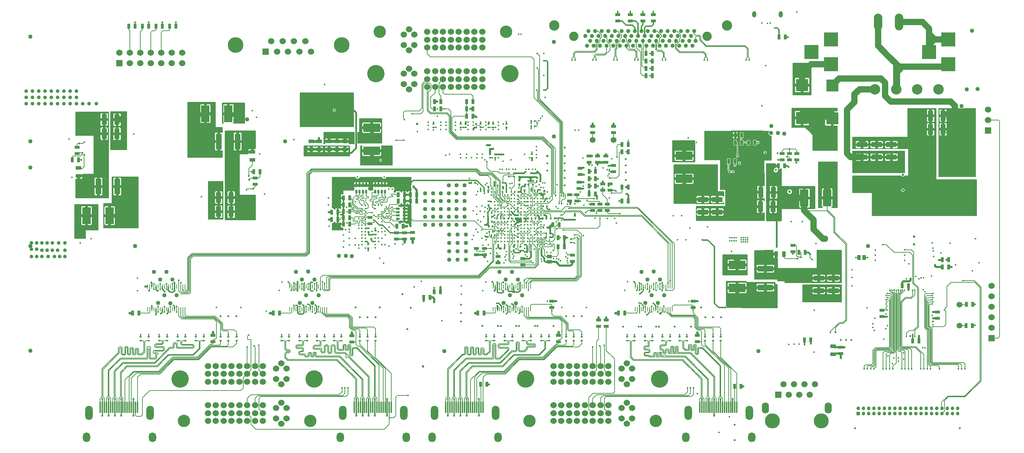
<source format=gbl>
G04 (created by PCBNEW (2013-07-07 BZR 4022)-stable) date 6/4/2014 10:32:14 AM*
%MOIN*%
G04 Gerber Fmt 3.4, Leading zero omitted, Abs format*
%FSLAX34Y34*%
G01*
G70*
G90*
G04 APERTURE LIST*
%ADD10C,0.00590551*%
%ADD11C,0.15*%
%ADD12R,0.06X0.06*%
%ADD13C,0.06*%
%ADD14C,0.1*%
%ADD15R,0.1181X0.11811*%
%ADD16C,0.0393701*%
%ADD17C,0.0885827*%
%ADD18C,0.0984252*%
%ADD19C,0.1437*%
%ADD20R,0.0591X0.0591*%
%ADD21C,0.0591*%
%ADD22O,0.0669291X0.106299*%
%ADD23R,0.045X0.025*%
%ADD24O,0.08X0.16*%
%ADD25R,0.025X0.045*%
%ADD26R,0.055X0.15*%
%ADD27R,0.05X0.1*%
%ADD28R,0.055X0.035*%
%ADD29R,0.08X0.16*%
%ADD30C,0.165354*%
%ADD31C,0.11811*%
%ADD32R,0.0102X0.0394*%
%ADD33R,0.0102X0.0393701*%
%ADD34R,0.02X0.036*%
%ADD35R,0.036X0.02*%
%ADD36R,0.0236X0.0157*%
%ADD37R,0.0157X0.0236*%
%ADD38O,0.0393701X0.06*%
%ADD39C,0.056*%
%ADD40C,0.04*%
%ADD41R,0.013X0.108268*%
%ADD42O,0.0708661X0.137795*%
%ADD43O,0.0708661X0.0925197*%
%ADD44R,0.1X0.05*%
%ADD45R,0.035X0.055*%
%ADD46R,0.15X0.055*%
%ADD47R,0.05X0.038*%
%ADD48R,0.1378X0.1378*%
%ADD49R,0.16X0.08*%
%ADD50R,0.038X0.05*%
%ADD51R,0.034X0.034*%
%ADD52C,0.034*%
%ADD53C,0.035*%
%ADD54C,0.024*%
%ADD55C,0.016*%
%ADD56C,0.02*%
%ADD57C,0.005*%
%ADD58C,0.008*%
%ADD59C,0.006*%
%ADD60C,0.036*%
%ADD61C,0.024*%
%ADD62C,0.06*%
%ADD63C,0.016*%
%ADD64C,0.012*%
%ADD65C,0.021*%
%ADD66C,0.01*%
%ADD67C,0.007*%
G04 APERTURE END LIST*
G54D10*
G54D11*
X39734Y-20815D03*
X29606Y-20815D03*
G54D12*
X32456Y-21422D03*
G54D13*
X33556Y-21422D03*
X34606Y-21422D03*
X35706Y-21422D03*
X36806Y-21422D03*
X33006Y-20422D03*
X34106Y-20422D03*
X35156Y-20422D03*
X36256Y-20422D03*
G54D14*
X90660Y-25030D03*
X92687Y-25030D03*
X94695Y-25030D03*
X96722Y-25030D03*
G54D15*
X86580Y-24655D03*
X86580Y-27804D03*
X83700Y-24625D03*
X83700Y-27774D03*
G54D16*
X63308Y-19472D03*
X63938Y-19472D03*
X64568Y-19472D03*
X65198Y-19472D03*
X65828Y-19472D03*
X66458Y-19472D03*
X67088Y-19472D03*
X67718Y-19472D03*
X68348Y-19472D03*
X68978Y-19472D03*
X69607Y-19472D03*
X70237Y-19472D03*
X70867Y-19472D03*
X71497Y-19472D03*
X72127Y-19472D03*
X72757Y-19472D03*
X73387Y-19472D03*
X73080Y-19924D03*
X72450Y-19924D03*
X71820Y-19924D03*
X71190Y-19924D03*
X70560Y-19924D03*
X69930Y-19924D03*
X69300Y-19924D03*
X68670Y-19924D03*
X68040Y-19924D03*
X67410Y-19924D03*
X66780Y-19924D03*
X66150Y-19924D03*
X65520Y-19924D03*
X64891Y-19924D03*
X64261Y-19924D03*
X63631Y-19924D03*
X63001Y-19924D03*
X63466Y-20397D03*
X64096Y-20397D03*
X64726Y-20397D03*
X65355Y-20397D03*
X65985Y-20397D03*
X66615Y-20397D03*
X67245Y-20397D03*
X67875Y-20397D03*
X68505Y-20397D03*
X69135Y-20397D03*
X69765Y-20397D03*
X70395Y-20397D03*
X71025Y-20397D03*
X71655Y-20397D03*
X72285Y-20397D03*
X72915Y-20397D03*
X73544Y-20397D03*
X73230Y-20850D03*
X72600Y-20850D03*
X71970Y-20850D03*
X71340Y-20850D03*
X70080Y-20850D03*
X68190Y-20850D03*
X67560Y-20850D03*
X66930Y-20850D03*
X66300Y-20850D03*
X65670Y-20850D03*
X65040Y-20850D03*
X64410Y-20850D03*
X63780Y-20850D03*
X63150Y-20850D03*
G54D17*
X74635Y-19964D03*
X61909Y-19964D03*
G54D18*
X60030Y-18930D03*
X76515Y-18930D03*
G54D16*
X70710Y-20850D03*
X68820Y-20850D03*
X69450Y-20850D03*
G54D19*
X85523Y-56698D03*
X80850Y-56698D03*
G54D20*
X81435Y-54198D03*
G54D21*
X81935Y-53198D03*
X82435Y-54198D03*
X82935Y-53198D03*
X83435Y-54198D03*
X83935Y-53198D03*
X84435Y-54198D03*
X84935Y-53198D03*
G54D22*
X80185Y-55454D03*
X86185Y-55454D03*
G54D23*
X61750Y-41450D03*
X61750Y-40850D03*
G54D24*
X90962Y-18600D03*
X92962Y-18600D03*
G54D23*
X14450Y-30565D03*
X14450Y-31165D03*
G54D25*
X14000Y-31765D03*
X14600Y-31765D03*
G54D26*
X16500Y-34315D03*
X18300Y-34315D03*
G54D27*
X18250Y-29265D03*
X17050Y-29265D03*
X18250Y-27915D03*
X17050Y-27915D03*
G54D28*
X14600Y-33290D03*
X14600Y-32540D03*
G54D29*
X15360Y-37105D03*
X17560Y-37105D03*
G54D13*
X59950Y-52950D03*
X60700Y-52950D03*
X61450Y-52950D03*
X62200Y-52950D03*
X62950Y-52950D03*
X63700Y-52950D03*
X64450Y-52950D03*
X65200Y-52950D03*
X59950Y-52200D03*
X60700Y-52200D03*
X61450Y-52200D03*
X62200Y-52200D03*
X62950Y-52200D03*
X63700Y-52200D03*
X64450Y-52200D03*
X65200Y-52200D03*
X60700Y-51450D03*
X61450Y-51450D03*
X62200Y-51450D03*
X62950Y-51450D03*
X63700Y-51450D03*
X59950Y-51450D03*
X64450Y-51450D03*
X65200Y-51450D03*
X59950Y-55210D03*
X60700Y-55210D03*
X61450Y-55210D03*
X62200Y-55210D03*
X62950Y-55210D03*
X63700Y-55210D03*
X64450Y-55210D03*
X65200Y-55210D03*
X59950Y-55960D03*
X60700Y-55960D03*
X61450Y-55960D03*
X62200Y-55960D03*
X62950Y-55960D03*
X63700Y-55960D03*
X64450Y-55960D03*
X65200Y-55960D03*
X59950Y-56710D03*
X60700Y-56710D03*
X61450Y-56710D03*
X62200Y-56710D03*
X62950Y-56710D03*
X63700Y-56710D03*
X64450Y-56710D03*
X65200Y-56710D03*
X66950Y-51206D03*
X66950Y-53194D03*
X66950Y-54966D03*
X66950Y-56954D03*
X66450Y-51706D03*
X67450Y-51706D03*
X66450Y-55466D03*
X67450Y-55466D03*
X66450Y-52706D03*
X66450Y-56466D03*
X67450Y-52706D03*
X67450Y-56466D03*
G54D30*
X70097Y-52706D03*
X57302Y-52706D03*
G54D31*
X57656Y-56710D03*
X69743Y-56710D03*
G54D32*
X54211Y-43863D03*
X54408Y-43863D03*
X54605Y-43863D03*
G54D33*
X54801Y-43863D03*
G54D32*
X54998Y-43863D03*
X55195Y-43863D03*
X55392Y-43863D03*
X55589Y-43863D03*
X55786Y-43863D03*
X55983Y-43863D03*
X56179Y-43863D03*
X56376Y-43863D03*
X56573Y-43863D03*
X56770Y-43863D03*
X56967Y-43863D03*
X57164Y-43863D03*
X57360Y-43863D03*
X57557Y-43863D03*
X57754Y-43863D03*
X56967Y-46028D03*
X57164Y-46028D03*
X57360Y-46028D03*
X57557Y-46028D03*
X56770Y-46028D03*
X56573Y-46028D03*
X56376Y-46028D03*
X56179Y-46028D03*
X55983Y-46028D03*
X55786Y-46028D03*
X55589Y-46028D03*
X55392Y-46028D03*
X55195Y-46028D03*
X54998Y-46028D03*
X54801Y-46028D03*
X57754Y-46028D03*
X54605Y-46028D03*
X54408Y-46028D03*
X54211Y-46028D03*
G54D23*
X45718Y-38737D03*
X45718Y-39337D03*
X44957Y-39333D03*
X44957Y-38733D03*
X46501Y-39312D03*
X46501Y-38712D03*
G54D25*
X44999Y-38088D03*
X45599Y-38088D03*
G54D23*
X42435Y-37259D03*
X42435Y-37859D03*
G54D25*
X40500Y-37300D03*
X39900Y-37300D03*
X40500Y-37900D03*
X39900Y-37900D03*
G54D34*
X41128Y-34814D03*
X41128Y-34186D03*
X41443Y-34814D03*
X41443Y-34186D03*
X41757Y-34814D03*
X41757Y-34186D03*
X42072Y-34814D03*
X42072Y-34186D03*
G54D35*
X45722Y-37384D03*
X45094Y-37384D03*
X45722Y-37069D03*
X45094Y-37069D03*
X45722Y-36755D03*
X45094Y-36755D03*
X45722Y-36440D03*
X45094Y-36440D03*
G54D25*
X39900Y-36700D03*
X40500Y-36700D03*
X39903Y-36054D03*
X40503Y-36054D03*
X39903Y-35406D03*
X40503Y-35406D03*
X45720Y-35100D03*
X45120Y-35100D03*
G54D34*
X42928Y-34814D03*
X42928Y-34186D03*
X43243Y-34814D03*
X43243Y-34186D03*
X43557Y-34814D03*
X43557Y-34186D03*
X43872Y-34814D03*
X43872Y-34186D03*
G54D25*
X45720Y-35700D03*
X45120Y-35700D03*
G54D36*
X42267Y-39829D03*
X42267Y-40183D03*
X42567Y-39299D03*
X42567Y-38945D03*
X42295Y-38295D03*
X42295Y-38649D03*
X42947Y-38531D03*
X42947Y-38885D03*
G54D25*
X20350Y-46415D03*
X19750Y-46415D03*
X66770Y-46399D03*
X66170Y-46399D03*
G54D23*
X65700Y-28550D03*
X65700Y-29150D03*
X64150Y-31400D03*
X64150Y-32000D03*
X64950Y-31400D03*
X64950Y-32000D03*
X65700Y-32300D03*
X65700Y-32900D03*
X63350Y-31400D03*
X63350Y-32000D03*
G54D25*
X33780Y-46410D03*
X33180Y-46410D03*
G54D23*
X63700Y-29150D03*
X63700Y-28550D03*
X65350Y-34650D03*
X65350Y-34050D03*
G54D25*
X63358Y-35046D03*
X63958Y-35046D03*
G54D23*
X62400Y-34500D03*
X62400Y-33900D03*
X62500Y-32550D03*
X62500Y-33150D03*
G54D25*
X20700Y-19000D03*
X21300Y-19000D03*
X19400Y-19000D03*
X20000Y-19000D03*
X22000Y-19000D03*
X22600Y-19000D03*
G54D23*
X82832Y-39919D03*
X82832Y-40519D03*
G54D25*
X66500Y-34350D03*
X67100Y-34350D03*
G54D23*
X64400Y-36000D03*
X64400Y-36600D03*
X63700Y-36000D03*
X63700Y-36600D03*
G54D25*
X63950Y-32850D03*
X63350Y-32850D03*
X61000Y-39200D03*
X60400Y-39200D03*
G54D23*
X62200Y-35100D03*
X62200Y-35700D03*
X61500Y-35700D03*
X61500Y-35100D03*
G54D25*
X63950Y-33550D03*
X63350Y-33550D03*
X63950Y-34250D03*
X63350Y-34250D03*
X67100Y-35700D03*
X66500Y-35700D03*
G54D23*
X73700Y-48543D03*
X73700Y-49143D03*
X60429Y-48540D03*
X60429Y-49140D03*
X40701Y-48549D03*
X40701Y-49149D03*
X27439Y-48540D03*
X27439Y-49140D03*
G54D37*
X59277Y-37350D03*
X58923Y-37350D03*
G54D36*
X58673Y-34619D03*
X58673Y-34973D03*
X59093Y-34692D03*
X59093Y-35046D03*
G54D37*
X57793Y-40136D03*
X57439Y-40136D03*
G54D36*
X56680Y-33377D03*
X56680Y-33023D03*
G54D37*
X59273Y-38800D03*
X59627Y-38800D03*
G54D36*
X53749Y-35748D03*
X53749Y-36102D03*
G54D37*
X54057Y-37209D03*
X53703Y-37209D03*
X57793Y-40552D03*
X57439Y-40552D03*
G54D36*
X57182Y-34667D03*
X57182Y-34313D03*
G54D37*
X58963Y-36200D03*
X59317Y-36200D03*
X54917Y-40222D03*
X55271Y-40222D03*
X58994Y-38222D03*
X59348Y-38222D03*
G54D38*
X81653Y-17862D03*
X79121Y-17862D03*
G54D39*
X63691Y-29852D03*
X65691Y-29852D03*
G54D32*
X67756Y-43863D03*
X67953Y-43863D03*
X68150Y-43863D03*
G54D33*
X68347Y-43863D03*
G54D32*
X68544Y-43863D03*
X68741Y-43863D03*
X68938Y-43863D03*
X69134Y-43863D03*
X69331Y-43863D03*
X69528Y-43863D03*
X69725Y-43863D03*
X69922Y-43863D03*
X70119Y-43863D03*
X70316Y-43863D03*
X70512Y-43863D03*
X70709Y-43863D03*
X70906Y-43863D03*
X71103Y-43863D03*
X71300Y-43863D03*
X70512Y-46028D03*
X70709Y-46028D03*
X70906Y-46028D03*
X71103Y-46028D03*
X70316Y-46028D03*
X70119Y-46028D03*
X69922Y-46028D03*
X69725Y-46028D03*
X69528Y-46028D03*
X69331Y-46028D03*
X69134Y-46028D03*
X68938Y-46028D03*
X68741Y-46028D03*
X68544Y-46028D03*
X68347Y-46028D03*
X71300Y-46028D03*
X68150Y-46028D03*
X67953Y-46028D03*
X67756Y-46028D03*
X21211Y-43863D03*
X21407Y-43863D03*
X21604Y-43863D03*
G54D33*
X21801Y-43863D03*
G54D32*
X21998Y-43863D03*
X22195Y-43863D03*
X22392Y-43863D03*
X22589Y-43863D03*
X22785Y-43863D03*
X22982Y-43863D03*
X23179Y-43863D03*
X23376Y-43863D03*
X23573Y-43863D03*
X23770Y-43863D03*
X23967Y-43863D03*
X24163Y-43863D03*
X24360Y-43863D03*
X24557Y-43863D03*
X24754Y-43863D03*
X23967Y-46028D03*
X24163Y-46028D03*
X24360Y-46028D03*
X24557Y-46028D03*
X23770Y-46028D03*
X23573Y-46028D03*
X23376Y-46028D03*
X23179Y-46028D03*
X22982Y-46028D03*
X22785Y-46028D03*
X22589Y-46028D03*
X22392Y-46028D03*
X22195Y-46028D03*
X21998Y-46028D03*
X21801Y-46028D03*
X24754Y-46028D03*
X21604Y-46028D03*
X21407Y-46028D03*
X21211Y-46028D03*
X34756Y-43863D03*
X34953Y-43863D03*
X35150Y-43863D03*
G54D33*
X35347Y-43863D03*
G54D32*
X35544Y-43863D03*
X35741Y-43863D03*
X35938Y-43863D03*
X36134Y-43863D03*
X36331Y-43863D03*
X36528Y-43863D03*
X36725Y-43863D03*
X36922Y-43863D03*
X37119Y-43863D03*
X37316Y-43863D03*
X37512Y-43863D03*
X37709Y-43863D03*
X37906Y-43863D03*
X38103Y-43863D03*
X38300Y-43863D03*
X37512Y-46028D03*
X37709Y-46028D03*
X37906Y-46028D03*
X38103Y-46028D03*
X37316Y-46028D03*
X37119Y-46028D03*
X36922Y-46028D03*
X36725Y-46028D03*
X36528Y-46028D03*
X36331Y-46028D03*
X36134Y-46028D03*
X35938Y-46028D03*
X35741Y-46028D03*
X35544Y-46028D03*
X35347Y-46028D03*
X38300Y-46028D03*
X35150Y-46028D03*
X34953Y-46028D03*
X34756Y-46028D03*
G54D37*
X54130Y-38127D03*
X53776Y-38127D03*
X53993Y-39148D03*
X53639Y-39148D03*
X54057Y-36837D03*
X53703Y-36837D03*
X54925Y-37355D03*
X54571Y-37355D03*
G54D40*
X50700Y-34200D03*
X48450Y-37200D03*
X49200Y-37200D03*
X48450Y-36450D03*
X50800Y-39700D03*
X49200Y-37950D03*
X51600Y-38900D03*
X49950Y-37200D03*
X51450Y-34950D03*
X50700Y-35700D03*
X51450Y-35700D03*
X51450Y-37200D03*
X49950Y-34950D03*
X51450Y-34200D03*
X49950Y-34200D03*
X49950Y-35700D03*
X50700Y-34950D03*
X50700Y-36450D03*
X48450Y-34950D03*
X50700Y-37950D03*
X49950Y-37950D03*
X49200Y-34950D03*
X51450Y-36450D03*
X49200Y-35700D03*
X49950Y-36450D03*
X47700Y-34950D03*
X51450Y-37950D03*
X50700Y-37200D03*
X50800Y-38900D03*
X50000Y-39700D03*
X51600Y-40500D03*
X51600Y-39700D03*
X50800Y-40500D03*
X47700Y-36450D03*
X47700Y-37200D03*
X49200Y-36450D03*
X48450Y-35700D03*
X47700Y-35700D03*
X49993Y-41296D03*
X50000Y-38900D03*
X50803Y-41301D03*
X50000Y-40500D03*
X51600Y-41300D03*
X47700Y-37950D03*
X48450Y-37950D03*
G54D37*
X54681Y-38563D03*
X55035Y-38563D03*
X54173Y-38628D03*
X53819Y-38628D03*
X53340Y-34731D03*
X52986Y-34731D03*
G54D13*
X53150Y-23300D03*
X52400Y-23300D03*
X51650Y-23300D03*
X50900Y-23300D03*
X50150Y-23300D03*
X49400Y-23300D03*
X48650Y-23300D03*
X47900Y-23300D03*
X53150Y-24050D03*
X52400Y-24050D03*
X51650Y-24050D03*
X50900Y-24050D03*
X50150Y-24050D03*
X49400Y-24050D03*
X48650Y-24050D03*
X47900Y-24050D03*
X52400Y-24800D03*
X51650Y-24800D03*
X50900Y-24800D03*
X50150Y-24800D03*
X49400Y-24800D03*
X53150Y-24800D03*
X48650Y-24800D03*
X47900Y-24800D03*
X53150Y-21040D03*
X52400Y-21040D03*
X51650Y-21040D03*
X50900Y-21040D03*
X50150Y-21040D03*
X49400Y-21040D03*
X48650Y-21040D03*
X47900Y-21040D03*
X53150Y-20290D03*
X52400Y-20290D03*
X51650Y-20290D03*
X50900Y-20290D03*
X50150Y-20290D03*
X49400Y-20290D03*
X48650Y-20290D03*
X47900Y-20290D03*
X53150Y-19540D03*
X52400Y-19540D03*
X51650Y-19540D03*
X50900Y-19540D03*
X50150Y-19540D03*
X49400Y-19540D03*
X48650Y-19540D03*
X47900Y-19540D03*
X46150Y-25044D03*
X46150Y-23056D03*
X46150Y-21284D03*
X46150Y-19296D03*
X46650Y-24544D03*
X45650Y-24544D03*
X46650Y-20784D03*
X45650Y-20784D03*
X46650Y-23544D03*
X46650Y-19784D03*
X45650Y-23544D03*
X45650Y-19784D03*
G54D30*
X43002Y-23544D03*
X55797Y-23544D03*
G54D31*
X55443Y-19540D03*
X43356Y-19540D03*
G54D25*
X53336Y-46399D03*
X52736Y-46399D03*
G54D13*
X26950Y-52950D03*
X27700Y-52950D03*
X28450Y-52950D03*
X29200Y-52950D03*
X29950Y-52950D03*
X30700Y-52950D03*
X31450Y-52950D03*
X32200Y-52950D03*
X26950Y-52200D03*
X27700Y-52200D03*
X28450Y-52200D03*
X29200Y-52200D03*
X29950Y-52200D03*
X30700Y-52200D03*
X31450Y-52200D03*
X32200Y-52200D03*
X27700Y-51450D03*
X28450Y-51450D03*
X29200Y-51450D03*
X29950Y-51450D03*
X30700Y-51450D03*
X26950Y-51450D03*
X31450Y-51450D03*
X32200Y-51450D03*
X26950Y-55210D03*
X27700Y-55210D03*
X28450Y-55210D03*
X29200Y-55210D03*
X29950Y-55210D03*
X30700Y-55210D03*
X31450Y-55210D03*
X32200Y-55210D03*
X26950Y-55960D03*
X27700Y-55960D03*
X28450Y-55960D03*
X29200Y-55960D03*
X29950Y-55960D03*
X30700Y-55960D03*
X31450Y-55960D03*
X32200Y-55960D03*
X26950Y-56710D03*
X27700Y-56710D03*
X28450Y-56710D03*
X29200Y-56710D03*
X29950Y-56710D03*
X30700Y-56710D03*
X31450Y-56710D03*
X32200Y-56710D03*
X33950Y-51206D03*
X33950Y-53194D03*
X33950Y-54966D03*
X33950Y-56954D03*
X33450Y-51706D03*
X34450Y-51706D03*
X33450Y-55466D03*
X34450Y-55466D03*
X33450Y-52706D03*
X33450Y-56466D03*
X34450Y-52706D03*
X34450Y-56466D03*
G54D30*
X37097Y-52706D03*
X24302Y-52706D03*
G54D31*
X24656Y-56710D03*
X36743Y-56710D03*
G54D41*
X18450Y-55414D03*
X18253Y-55414D03*
X18056Y-55414D03*
X17859Y-55414D03*
X17662Y-55414D03*
X17465Y-55414D03*
X17268Y-55414D03*
X17072Y-55414D03*
X16875Y-55414D03*
X16678Y-55414D03*
X18646Y-55414D03*
X18843Y-55414D03*
X19040Y-55414D03*
X19237Y-55414D03*
X19434Y-55414D03*
X19631Y-55414D03*
X19827Y-55414D03*
X20024Y-55414D03*
X20221Y-55414D03*
G54D42*
X21422Y-55926D03*
X15595Y-55926D03*
G54D43*
X21658Y-58272D03*
X15359Y-58272D03*
G54D41*
X42700Y-55414D03*
X42503Y-55414D03*
X42306Y-55414D03*
X42109Y-55414D03*
X41912Y-55414D03*
X41715Y-55414D03*
X41518Y-55414D03*
X41322Y-55414D03*
X41125Y-55414D03*
X40928Y-55414D03*
X42896Y-55414D03*
X43093Y-55414D03*
X43290Y-55414D03*
X43487Y-55414D03*
X43684Y-55414D03*
X43881Y-55414D03*
X44077Y-55414D03*
X44274Y-55414D03*
X44471Y-55414D03*
G54D42*
X45672Y-55926D03*
X39845Y-55926D03*
G54D43*
X45908Y-58272D03*
X39609Y-58272D03*
G54D41*
X75700Y-55414D03*
X75503Y-55414D03*
X75306Y-55414D03*
X75109Y-55414D03*
X74912Y-55414D03*
X74715Y-55414D03*
X74518Y-55414D03*
X74322Y-55414D03*
X74125Y-55414D03*
X73928Y-55414D03*
X75896Y-55414D03*
X76093Y-55414D03*
X76290Y-55414D03*
X76487Y-55414D03*
X76684Y-55414D03*
X76881Y-55414D03*
X77077Y-55414D03*
X77274Y-55414D03*
X77471Y-55414D03*
G54D42*
X78672Y-55926D03*
X72845Y-55926D03*
G54D43*
X78908Y-58272D03*
X72609Y-58272D03*
G54D41*
X51450Y-55414D03*
X51253Y-55414D03*
X51056Y-55414D03*
X50859Y-55414D03*
X50662Y-55414D03*
X50465Y-55414D03*
X50268Y-55414D03*
X50072Y-55414D03*
X49875Y-55414D03*
X49678Y-55414D03*
X51646Y-55414D03*
X51843Y-55414D03*
X52040Y-55414D03*
X52237Y-55414D03*
X52434Y-55414D03*
X52631Y-55414D03*
X52827Y-55414D03*
X53024Y-55414D03*
X53221Y-55414D03*
G54D42*
X54422Y-55926D03*
X48595Y-55926D03*
G54D43*
X54658Y-58272D03*
X48359Y-58272D03*
G54D37*
X54057Y-37662D03*
X53703Y-37662D03*
G54D36*
X57820Y-33397D03*
X57820Y-33043D03*
X56792Y-40067D03*
X56792Y-40421D03*
G54D37*
X59327Y-35450D03*
X58973Y-35450D03*
G54D36*
X53736Y-34674D03*
X53736Y-34320D03*
G54D37*
X55627Y-37350D03*
X55273Y-37350D03*
X57523Y-37350D03*
X57877Y-37350D03*
G54D36*
X56550Y-38473D03*
X56550Y-38827D03*
X56550Y-36673D03*
X56550Y-37027D03*
G54D37*
X57818Y-34701D03*
X58172Y-34701D03*
G54D36*
X56550Y-36327D03*
X56550Y-35973D03*
G54D37*
X57177Y-37350D03*
X56823Y-37350D03*
X56256Y-34846D03*
X56610Y-34846D03*
G54D36*
X61640Y-39677D03*
X61640Y-39323D03*
X53900Y-30727D03*
X53900Y-30373D03*
G54D37*
X59712Y-37350D03*
X60066Y-37350D03*
G54D36*
X55134Y-34335D03*
X55134Y-33981D03*
G54D37*
X55099Y-34846D03*
X55453Y-34846D03*
X55973Y-37350D03*
X56327Y-37350D03*
G54D36*
X56550Y-38077D03*
X56550Y-37723D03*
X57500Y-35773D03*
X57500Y-36127D03*
X56550Y-35173D03*
X56550Y-35527D03*
G54D37*
X58223Y-37350D03*
X58577Y-37350D03*
G54D36*
X56550Y-39173D03*
X56550Y-39527D03*
G54D37*
X59279Y-39173D03*
X59633Y-39173D03*
G54D36*
X56179Y-40058D03*
X56179Y-40412D03*
G54D44*
X74230Y-36750D03*
X74230Y-35550D03*
G54D27*
X79734Y-36235D03*
X80934Y-36235D03*
X79756Y-34855D03*
X80956Y-34855D03*
G54D23*
X83212Y-31160D03*
X83212Y-31760D03*
G54D25*
X79182Y-30121D03*
X78582Y-30121D03*
X77922Y-29413D03*
X77322Y-29413D03*
X77292Y-31893D03*
X76692Y-31893D03*
X82016Y-32326D03*
X81416Y-32326D03*
X83995Y-40610D03*
X83395Y-40610D03*
G54D23*
X81795Y-31760D03*
X81795Y-31160D03*
G54D25*
X77322Y-30121D03*
X77922Y-30121D03*
G54D23*
X82504Y-31760D03*
X82504Y-31160D03*
G54D26*
X29788Y-30016D03*
X27988Y-30016D03*
G54D28*
X31200Y-31015D03*
X31200Y-31765D03*
G54D23*
X31475Y-34098D03*
X31475Y-33498D03*
G54D27*
X27975Y-36715D03*
X29175Y-36715D03*
G54D44*
X85295Y-43060D03*
X85295Y-44260D03*
X86695Y-43060D03*
X86695Y-44260D03*
G54D45*
X81220Y-40760D03*
X81970Y-40760D03*
G54D46*
X80195Y-42160D03*
X80195Y-43960D03*
G54D25*
X31925Y-32898D03*
X31325Y-32898D03*
G54D27*
X27975Y-35365D03*
X29175Y-35365D03*
G54D28*
X40025Y-30750D03*
X40025Y-30000D03*
X39275Y-30750D03*
X39275Y-30000D03*
X36825Y-30750D03*
X36825Y-30000D03*
X38525Y-30750D03*
X38525Y-30000D03*
X37575Y-30000D03*
X37575Y-30750D03*
G54D44*
X75605Y-36750D03*
X75605Y-35550D03*
G54D27*
X95973Y-27550D03*
X97173Y-27550D03*
G54D44*
X89426Y-30313D03*
X89426Y-31513D03*
G54D27*
X95973Y-28850D03*
X97173Y-28850D03*
G54D44*
X92226Y-30313D03*
X92226Y-31513D03*
X90826Y-30313D03*
X90826Y-31513D03*
G54D23*
X53358Y-40218D03*
X53358Y-40818D03*
X54650Y-41600D03*
X54650Y-41000D03*
G54D25*
X61000Y-40050D03*
X60400Y-40050D03*
G54D23*
X52600Y-40225D03*
X52600Y-40825D03*
G54D47*
X59550Y-41000D03*
X59550Y-41500D03*
G54D48*
X97668Y-22641D03*
X97668Y-20279D03*
X95818Y-21460D03*
X86455Y-22641D03*
X86455Y-20279D03*
X84605Y-21460D03*
G54D12*
X18500Y-22525D03*
G54D13*
X18500Y-21525D03*
X19500Y-22525D03*
X19500Y-21525D03*
X20500Y-22525D03*
X20500Y-21525D03*
X21500Y-22525D03*
X21500Y-21525D03*
X22500Y-22525D03*
X22500Y-21525D03*
X23500Y-22525D03*
X23500Y-21525D03*
X24500Y-22525D03*
X24500Y-21525D03*
G54D49*
X42600Y-30905D03*
X42600Y-28705D03*
X72430Y-31375D03*
X72430Y-33575D03*
G54D29*
X28912Y-27356D03*
X26712Y-27356D03*
G54D49*
X77500Y-41800D03*
X77500Y-44000D03*
G54D29*
X83900Y-35400D03*
X86100Y-35400D03*
G54D23*
X57039Y-41805D03*
X57039Y-41205D03*
G54D25*
X99980Y-45581D03*
X99380Y-45581D03*
X99967Y-47584D03*
X99367Y-47584D03*
X97100Y-42000D03*
X97700Y-42000D03*
G54D23*
X96634Y-46896D03*
X96634Y-46296D03*
G54D25*
X66500Y-31000D03*
X67100Y-31000D03*
X66500Y-30300D03*
X67100Y-30300D03*
X93850Y-43800D03*
X93250Y-43800D03*
G54D12*
X101800Y-48800D03*
G54D13*
X101800Y-47800D03*
X101800Y-46800D03*
X101800Y-45800D03*
X101800Y-44800D03*
X101800Y-43800D03*
G54D39*
X98740Y-45584D03*
X98740Y-47584D03*
G54D25*
X51650Y-27600D03*
X52250Y-27600D03*
X94250Y-49050D03*
X94850Y-49050D03*
G54D23*
X87400Y-50250D03*
X87400Y-49650D03*
G54D25*
X97100Y-41300D03*
X97700Y-41300D03*
G54D23*
X91325Y-46125D03*
X91325Y-46725D03*
G54D25*
X51650Y-26200D03*
X52250Y-26200D03*
X46300Y-35700D03*
X46900Y-35700D03*
X46300Y-35100D03*
X46900Y-35100D03*
X39350Y-37450D03*
X38750Y-37450D03*
X49200Y-26900D03*
X48600Y-26900D03*
X39350Y-36750D03*
X38750Y-36750D03*
X52250Y-26900D03*
X51650Y-26900D03*
G54D36*
X52550Y-28323D03*
X52550Y-28677D03*
X56680Y-34097D03*
X56680Y-33743D03*
X53900Y-31577D03*
X53900Y-31223D03*
X54400Y-31577D03*
X54400Y-31223D03*
X57900Y-31223D03*
X57900Y-31577D03*
G54D37*
X54645Y-34228D03*
X54291Y-34228D03*
G54D36*
X58000Y-34127D03*
X58000Y-33773D03*
X57036Y-48663D03*
X57036Y-49017D03*
X58790Y-48663D03*
X58790Y-49017D03*
X57810Y-48663D03*
X57810Y-49017D03*
X59540Y-48663D03*
X59540Y-49017D03*
X61167Y-48663D03*
X61167Y-49017D03*
X61891Y-48663D03*
X61891Y-49017D03*
X62675Y-48663D03*
X62675Y-49017D03*
X56040Y-48663D03*
X56040Y-49017D03*
X34000Y-48673D03*
X34000Y-49027D03*
X34700Y-48673D03*
X34700Y-49027D03*
X35700Y-48673D03*
X35700Y-49027D03*
X36422Y-48673D03*
X36422Y-49027D03*
X37350Y-48673D03*
X37350Y-49027D03*
X38100Y-48673D03*
X38100Y-49027D03*
X39000Y-48673D03*
X39000Y-49027D03*
X39700Y-48673D03*
X39700Y-49027D03*
X41450Y-48673D03*
X41450Y-49027D03*
X42200Y-48673D03*
X42200Y-49027D03*
X42950Y-48673D03*
X42950Y-49027D03*
X53540Y-48663D03*
X53540Y-49017D03*
X54290Y-48663D03*
X54290Y-49017D03*
X55290Y-48663D03*
X55290Y-49017D03*
X24800Y-48663D03*
X24800Y-49017D03*
X22300Y-48663D03*
X22300Y-49017D03*
X24050Y-48663D03*
X24050Y-49017D03*
X23050Y-48663D03*
X23050Y-49017D03*
X72000Y-48673D03*
X72000Y-49027D03*
X21285Y-48663D03*
X21285Y-49017D03*
X20544Y-48663D03*
X20544Y-49017D03*
X75945Y-48673D03*
X75945Y-49027D03*
X75195Y-48673D03*
X75195Y-49027D03*
X74445Y-48673D03*
X74445Y-49027D03*
X72700Y-48673D03*
X72700Y-49027D03*
X71100Y-48673D03*
X71100Y-49027D03*
X70350Y-48673D03*
X70350Y-49027D03*
X69400Y-48673D03*
X69400Y-49027D03*
X68700Y-48673D03*
X68700Y-49027D03*
X67700Y-48673D03*
X67700Y-49027D03*
X67000Y-48673D03*
X67000Y-49027D03*
X29684Y-48663D03*
X29684Y-49017D03*
X28881Y-48663D03*
X28881Y-49017D03*
X28166Y-48663D03*
X28166Y-49017D03*
X25800Y-48663D03*
X25800Y-49017D03*
X26550Y-48663D03*
X26550Y-49017D03*
G54D25*
X59883Y-37962D03*
X60483Y-37962D03*
G54D36*
X55470Y-28677D03*
X55470Y-28323D03*
X54200Y-28677D03*
X54200Y-28323D03*
X51100Y-28677D03*
X51100Y-28323D03*
X48500Y-28677D03*
X48500Y-28323D03*
X53000Y-28677D03*
X53000Y-28323D03*
G54D25*
X48568Y-44356D03*
X49168Y-44356D03*
G54D23*
X67300Y-17900D03*
X67300Y-18500D03*
X66100Y-17900D03*
X66100Y-18500D03*
G54D25*
X68800Y-21587D03*
X69400Y-21587D03*
X68800Y-22337D03*
X69400Y-22337D03*
X68800Y-23037D03*
X69400Y-23037D03*
X68800Y-23737D03*
X69400Y-23737D03*
X23300Y-19000D03*
X23900Y-19000D03*
G54D23*
X68500Y-17900D03*
X68500Y-18500D03*
X65100Y-36600D03*
X65100Y-36000D03*
X64650Y-34050D03*
X64650Y-34650D03*
G54D25*
X82102Y-20048D03*
X81502Y-20048D03*
G54D23*
X69500Y-17900D03*
X69500Y-18500D03*
G54D25*
X77850Y-53400D03*
X77250Y-53400D03*
G54D23*
X59800Y-45250D03*
X59800Y-45850D03*
X73300Y-45250D03*
X73300Y-45850D03*
G54D25*
X53600Y-53200D03*
X53000Y-53200D03*
G54D23*
X64250Y-47050D03*
X64250Y-47650D03*
X65000Y-47050D03*
X65000Y-47650D03*
G54D25*
X48600Y-26200D03*
X49200Y-26200D03*
G54D12*
X101450Y-28950D03*
G54D13*
X101450Y-27950D03*
X101450Y-26950D03*
G54D50*
X89140Y-41106D03*
X89640Y-41106D03*
G54D28*
X86650Y-50325D03*
X86650Y-49575D03*
G54D37*
X57823Y-28075D03*
X58177Y-28075D03*
X57823Y-28550D03*
X58177Y-28550D03*
G54D25*
X83940Y-48964D03*
X84540Y-48964D03*
G54D36*
X61990Y-37113D03*
X61990Y-37467D03*
X53750Y-28677D03*
X53750Y-28323D03*
X51570Y-28677D03*
X51570Y-28323D03*
X57550Y-34127D03*
X57550Y-33773D03*
G54D37*
X58348Y-33800D03*
X58702Y-33800D03*
X52446Y-33972D03*
X52092Y-33972D03*
G54D36*
X56200Y-33377D03*
X56200Y-33023D03*
X55700Y-33377D03*
X55700Y-33023D03*
G54D25*
X47562Y-44907D03*
X48162Y-44907D03*
G54D51*
X89050Y-56000D03*
G54D52*
X89050Y-55500D03*
X89550Y-56000D03*
X89550Y-55500D03*
X90050Y-56000D03*
X90050Y-55500D03*
X90550Y-56000D03*
X90550Y-55500D03*
X91050Y-56000D03*
X91050Y-55500D03*
X91550Y-56000D03*
X91550Y-55500D03*
X92050Y-56000D03*
X92050Y-55500D03*
X92550Y-56000D03*
X92550Y-55500D03*
X93050Y-56000D03*
X93050Y-55500D03*
X93550Y-56000D03*
X93550Y-55500D03*
X94050Y-56000D03*
X94050Y-55500D03*
X94550Y-56000D03*
X94550Y-55500D03*
X95050Y-56000D03*
X95050Y-55500D03*
X95550Y-56000D03*
X95550Y-55500D03*
X96050Y-56000D03*
X96050Y-55500D03*
X96550Y-56000D03*
G54D53*
X96550Y-55500D03*
G54D52*
X97050Y-56000D03*
X97050Y-55500D03*
X97550Y-56000D03*
X97550Y-55500D03*
X98050Y-56000D03*
X98050Y-55500D03*
X98550Y-56000D03*
X98550Y-55500D03*
G54D54*
X82500Y-34800D03*
G54D40*
X90000Y-40000D03*
G54D55*
X84822Y-50144D03*
X58124Y-38609D03*
X62788Y-39000D03*
X65973Y-37805D03*
X94546Y-42894D03*
X65501Y-34925D03*
X74650Y-38177D03*
X96062Y-42860D03*
X67100Y-29943D03*
X58756Y-39870D03*
X80646Y-18711D03*
X62038Y-28932D03*
X62376Y-28932D03*
X80387Y-18719D03*
X95442Y-44358D03*
X53342Y-40500D03*
X65086Y-32712D03*
X88829Y-41106D03*
X93671Y-43126D03*
X53998Y-40217D03*
G54D56*
X66875Y-32950D03*
X21300Y-18636D03*
G54D55*
X95247Y-44165D03*
X66891Y-31000D03*
X59008Y-34429D03*
X58737Y-27803D03*
G54D56*
X23900Y-18635D03*
G54D55*
X95050Y-43032D03*
G54D56*
X66874Y-32300D03*
G54D55*
X58401Y-28275D03*
G54D56*
X20000Y-18636D03*
X66874Y-31699D03*
G54D55*
X58910Y-27584D03*
X95283Y-43031D03*
X59368Y-34846D03*
G54D56*
X61026Y-32100D03*
G54D55*
X57494Y-37664D03*
G54D56*
X59354Y-32100D03*
G54D55*
X57809Y-37664D03*
G54D56*
X61025Y-32798D03*
G54D55*
X58122Y-37664D03*
G54D56*
X59375Y-32798D03*
G54D55*
X57809Y-37035D03*
X58440Y-37663D03*
G54D56*
X61025Y-33499D03*
G54D55*
X58758Y-37661D03*
G54D56*
X61025Y-34200D03*
G54D55*
X60401Y-37508D03*
X61300Y-36000D03*
X57494Y-37979D03*
X60734Y-37547D03*
X62000Y-35957D03*
X65100Y-37378D03*
X57809Y-37979D03*
X58124Y-37979D03*
X65796Y-37374D03*
X63030Y-36814D03*
X58757Y-38925D03*
X64049Y-36867D03*
G54D56*
X61025Y-30600D03*
G54D55*
X58440Y-38925D03*
X60264Y-38354D03*
X64400Y-37329D03*
X58125Y-38294D03*
X58757Y-38296D03*
X63558Y-32850D03*
X62870Y-36091D03*
X64700Y-32529D03*
X60606Y-39200D03*
X57809Y-38294D03*
X41674Y-36741D03*
X55614Y-37044D03*
X55290Y-37035D03*
X42637Y-36808D03*
X43553Y-36731D03*
X54655Y-36090D03*
X42004Y-36125D03*
X54022Y-35140D03*
X55279Y-36400D03*
X43558Y-35787D03*
X54974Y-36725D03*
X42031Y-36737D03*
X55603Y-37972D03*
X43244Y-36094D03*
X41666Y-36418D03*
X54359Y-36100D03*
X42934Y-36416D03*
X54664Y-36720D03*
X41996Y-36441D03*
X54355Y-36729D03*
X43559Y-36106D03*
X55290Y-36714D03*
X41659Y-36096D03*
X52740Y-34800D03*
X42934Y-36096D03*
X52583Y-35100D03*
X53138Y-36153D03*
X43558Y-37047D03*
X43240Y-37047D03*
X53433Y-36283D03*
X43999Y-36884D03*
X52635Y-36225D03*
X41994Y-37051D03*
X54985Y-37659D03*
X55605Y-36720D03*
X43544Y-37351D03*
X41664Y-37361D03*
X53672Y-36416D03*
X54350Y-36409D03*
X41666Y-37674D03*
X41669Y-38301D03*
X53007Y-37670D03*
X43556Y-38298D03*
X52729Y-37520D03*
X41988Y-39261D03*
X53085Y-38472D03*
X52744Y-38674D03*
X42938Y-39236D03*
X43561Y-39250D03*
X52331Y-38998D03*
X41024Y-39266D03*
X53525Y-39394D03*
X43859Y-39871D03*
X52212Y-39364D03*
X41029Y-39890D03*
X53229Y-39918D03*
X41999Y-38006D03*
X52638Y-36964D03*
X42780Y-37748D03*
X52283Y-36625D03*
X53401Y-36722D03*
X44357Y-37525D03*
X52968Y-36664D03*
X41351Y-37986D03*
X54348Y-37344D03*
X43859Y-38611D03*
X41356Y-38305D03*
X53303Y-37183D03*
X41661Y-39550D03*
X54344Y-38294D03*
X52568Y-38383D03*
X43249Y-39561D03*
X54344Y-37664D03*
X43243Y-38616D03*
X41668Y-38935D03*
X54359Y-37964D03*
X41994Y-38636D03*
X54664Y-37974D03*
X41350Y-37359D03*
X55300Y-37659D03*
X54974Y-37974D03*
X42004Y-37386D03*
X54670Y-37655D03*
X42938Y-39866D03*
X41359Y-40196D03*
X53590Y-38777D03*
X41666Y-39867D03*
X53129Y-39261D03*
X54340Y-35770D03*
X42809Y-37051D03*
X56234Y-38610D03*
X57262Y-40846D03*
X56864Y-38294D03*
X57438Y-40995D03*
X58812Y-41226D03*
X57179Y-38609D03*
X57179Y-38294D03*
X58839Y-41478D03*
X61269Y-41382D03*
X57179Y-38925D03*
X61320Y-41595D03*
X56864Y-38609D03*
X57179Y-39553D03*
X61134Y-41018D03*
X57179Y-39240D03*
X61305Y-41175D03*
X61185Y-40658D03*
X57496Y-38924D03*
X61330Y-40844D03*
X57494Y-38609D03*
X60457Y-41277D03*
X56864Y-39553D03*
X60642Y-41394D03*
X56866Y-39240D03*
X59970Y-41214D03*
X57194Y-40227D03*
X60264Y-41190D03*
X57494Y-39553D03*
X55287Y-39551D03*
X55224Y-41595D03*
X55328Y-41045D03*
X55607Y-38918D03*
X55281Y-38612D03*
X55380Y-41328D03*
X55452Y-40544D03*
X55602Y-39557D03*
X55427Y-40836D03*
X55604Y-39242D03*
X56150Y-40954D03*
X55922Y-39552D03*
X56106Y-41151D03*
X55919Y-39234D03*
X55917Y-38922D03*
X55946Y-40535D03*
X55605Y-38610D03*
X56056Y-40752D03*
X55919Y-38610D03*
X57840Y-41435D03*
X55920Y-38290D03*
X58002Y-41596D03*
X54700Y-28163D03*
X55290Y-35145D03*
X54700Y-28476D03*
X54200Y-28163D03*
X53500Y-28162D03*
X53500Y-28477D03*
X55918Y-35459D03*
X53000Y-28162D03*
X52300Y-28475D03*
X52300Y-28163D03*
X57179Y-35146D03*
X51800Y-28476D03*
X51800Y-28162D03*
X57178Y-35461D03*
X50600Y-28164D03*
X50600Y-28477D03*
X58916Y-33980D03*
X57809Y-35144D03*
X51100Y-28162D03*
X48000Y-28160D03*
X56651Y-34437D03*
X48000Y-28477D03*
X48500Y-28162D03*
X49700Y-28164D03*
X56006Y-33983D03*
X56235Y-35146D03*
X49700Y-28477D03*
X49200Y-28164D03*
X49200Y-28477D03*
X55811Y-34043D03*
X56235Y-35459D03*
X46450Y-27350D03*
X58124Y-36090D03*
X60114Y-34878D03*
X49495Y-26900D03*
X60152Y-35196D03*
X59552Y-35456D03*
X45729Y-27940D03*
X55449Y-32675D03*
X55688Y-32676D03*
X54833Y-32675D03*
X55056Y-32675D03*
X57326Y-32661D03*
X57593Y-32661D03*
X57956Y-32660D03*
X58229Y-32660D03*
X56322Y-32675D03*
X59381Y-35779D03*
X56085Y-32675D03*
X58755Y-35774D03*
X55470Y-28124D03*
X56865Y-36092D03*
X58380Y-21600D03*
X60735Y-35951D03*
X58395Y-23000D03*
X57809Y-36405D03*
X60944Y-35216D03*
X58364Y-25100D03*
X58125Y-36405D03*
X60726Y-35214D03*
X60496Y-35930D03*
X67728Y-22221D03*
X68042Y-22224D03*
X65730Y-22222D03*
X66043Y-22224D03*
X63728Y-22222D03*
X64044Y-22222D03*
X61727Y-22223D03*
X62043Y-22223D03*
X78357Y-22221D03*
X78672Y-22222D03*
X74358Y-22218D03*
X74673Y-22223D03*
X70358Y-22221D03*
X70671Y-22222D03*
G54D56*
X22600Y-18634D03*
G54D55*
X94852Y-43123D03*
X58577Y-28040D03*
G54D56*
X66874Y-33700D03*
G54D55*
X58755Y-35459D03*
X46050Y-54250D03*
X30855Y-48500D03*
X62674Y-48466D03*
X59791Y-46151D03*
X61167Y-48464D03*
X61891Y-48465D03*
X42950Y-48473D03*
X41450Y-48474D03*
X42200Y-48475D03*
X73300Y-46096D03*
X75945Y-48474D03*
X74445Y-48473D03*
X75195Y-48473D03*
X29684Y-48464D03*
X28166Y-48464D03*
X28881Y-48464D03*
X56377Y-46306D03*
X56377Y-45752D03*
X57810Y-48462D03*
X59574Y-39418D03*
G54D40*
X56376Y-45449D03*
X56376Y-45449D03*
X55985Y-42452D03*
G54D55*
X55983Y-43586D03*
X55983Y-44141D03*
X57036Y-48462D03*
X59068Y-39558D03*
X55786Y-46306D03*
X55786Y-45751D03*
X58756Y-38610D03*
X56040Y-48463D03*
G54D40*
X55785Y-44694D03*
X55785Y-44694D03*
G54D55*
X55392Y-43586D03*
G54D40*
X55394Y-43184D03*
X55394Y-43184D03*
G54D55*
X58447Y-38617D03*
X55392Y-44140D03*
X55290Y-48463D03*
X55196Y-46306D03*
X59616Y-39726D03*
X55195Y-45751D03*
X54290Y-48464D03*
G54D40*
X55196Y-45446D03*
X55196Y-45446D03*
G54D55*
X54802Y-43586D03*
X54802Y-44141D03*
X53540Y-48463D03*
X59068Y-39872D03*
G54D40*
X54802Y-42470D03*
G54D55*
X62216Y-39177D03*
X57178Y-43254D03*
X57178Y-43254D03*
X56967Y-46306D03*
X58755Y-37976D03*
X56967Y-45751D03*
X59540Y-48463D03*
G54D40*
X56966Y-44693D03*
X56966Y-44693D03*
G54D55*
X56574Y-44141D03*
X58429Y-37977D03*
X56574Y-43586D03*
X58790Y-48463D03*
G54D40*
X56572Y-43208D03*
X56572Y-43208D03*
G54D55*
X60906Y-38451D03*
X62378Y-39301D03*
X57361Y-43489D03*
X57361Y-43489D03*
X61974Y-38934D03*
X57560Y-44182D03*
X69923Y-46308D03*
X69924Y-45752D03*
G54D40*
X69922Y-45447D03*
G54D55*
X71100Y-48472D03*
X60190Y-36240D03*
X60386Y-36398D03*
X69529Y-44141D03*
X69528Y-43589D03*
X70350Y-48472D03*
G54D40*
X69529Y-42446D03*
G54D55*
X69332Y-46307D03*
X58755Y-36090D03*
G54D40*
X69331Y-44695D03*
G54D55*
X69335Y-45751D03*
X69400Y-48474D03*
X68938Y-44142D03*
X58440Y-36090D03*
X68936Y-43583D03*
X68700Y-48473D03*
G54D40*
X68938Y-43198D03*
G54D55*
X68741Y-46308D03*
X58125Y-36720D03*
G54D40*
X68741Y-45445D03*
G54D55*
X68741Y-45751D03*
X67700Y-48474D03*
G54D40*
X68348Y-42450D03*
G54D55*
X57809Y-36720D03*
X68348Y-44141D03*
X68345Y-43584D03*
X67000Y-48473D03*
X70709Y-44187D03*
X58755Y-36405D03*
X70513Y-46305D03*
X70509Y-45748D03*
X72700Y-48473D03*
X58753Y-36720D03*
G54D40*
X70513Y-44692D03*
G54D55*
X58440Y-36720D03*
X70118Y-44140D03*
X70117Y-43583D03*
X72000Y-48472D03*
G54D40*
X70119Y-43199D03*
G54D55*
X61414Y-36382D03*
X60708Y-37022D03*
X70909Y-43527D03*
X71103Y-43303D03*
X57494Y-36720D03*
X54346Y-39551D03*
X36923Y-46306D03*
X36922Y-45751D03*
G54D40*
X36922Y-45447D03*
G54D55*
X38100Y-48472D03*
X54345Y-39243D03*
X36529Y-43586D03*
X36528Y-44141D03*
X37350Y-48473D03*
G54D40*
X36529Y-42446D03*
G54D55*
X36332Y-46307D03*
X53913Y-40689D03*
X36332Y-45751D03*
X36422Y-48471D03*
G54D40*
X36331Y-44695D03*
G54D55*
X35938Y-44141D03*
G54D40*
X35938Y-43198D03*
G54D55*
X35938Y-43586D03*
X35700Y-48473D03*
X54660Y-39554D03*
X35741Y-46306D03*
X35741Y-45751D03*
G54D40*
X35741Y-45445D03*
G54D55*
X54969Y-39561D03*
X34700Y-48473D03*
X35347Y-44141D03*
X35348Y-43587D03*
G54D40*
X35348Y-42450D03*
G54D55*
X54970Y-39246D03*
X34000Y-48471D03*
X37710Y-44177D03*
X55292Y-38925D03*
X37513Y-46306D03*
X37513Y-45752D03*
G54D40*
X37513Y-44692D03*
G54D55*
X39700Y-48474D03*
X56390Y-40254D03*
X56236Y-39557D03*
X37119Y-43586D03*
G54D40*
X37119Y-43199D03*
G54D55*
X37119Y-44140D03*
X39000Y-48473D03*
X54655Y-38928D03*
X37907Y-43410D03*
X58600Y-40260D03*
X38104Y-43549D03*
X58434Y-39864D03*
X23376Y-46307D03*
X23377Y-45751D03*
X24800Y-48463D03*
X58599Y-34137D03*
G54D40*
X23376Y-45449D03*
X23376Y-45449D03*
G54D55*
X22983Y-43585D03*
X22983Y-44141D03*
X24050Y-48465D03*
X58749Y-34398D03*
G54D40*
X22985Y-42452D03*
X22985Y-42452D03*
G54D55*
X22786Y-46307D03*
X53453Y-34167D03*
X22786Y-45751D03*
X23050Y-48464D03*
G54D40*
X22785Y-44694D03*
G54D55*
X22392Y-44140D03*
X53597Y-34012D03*
X22392Y-43586D03*
X22300Y-48464D03*
G54D40*
X22394Y-43184D03*
X22394Y-43184D03*
G54D55*
X22198Y-46306D03*
X54032Y-34517D03*
G54D40*
X22196Y-45446D03*
G54D55*
X22195Y-45751D03*
X21285Y-48465D03*
X21802Y-44140D03*
X21801Y-43586D03*
X54031Y-34831D03*
X20544Y-48463D03*
G54D40*
X21802Y-42470D03*
X21802Y-42470D03*
G54D55*
X24178Y-43254D03*
X54659Y-35774D03*
X23967Y-46306D03*
X58280Y-34294D03*
X23967Y-45752D03*
X26550Y-48463D03*
G54D40*
X23966Y-44693D03*
X23966Y-44693D03*
G54D55*
X23574Y-44144D03*
G54D40*
X23572Y-43208D03*
X23572Y-43208D03*
G54D55*
X23574Y-43586D03*
X25800Y-48464D03*
X58438Y-35146D03*
X56235Y-36405D03*
X55602Y-36092D03*
X24361Y-43489D03*
X24361Y-43489D03*
X54975Y-36090D03*
X24558Y-44199D03*
X96230Y-40456D03*
X91740Y-45916D03*
X98356Y-41786D03*
X91811Y-45329D03*
X94458Y-48635D03*
X93500Y-40350D03*
X91403Y-39850D03*
X93671Y-48636D03*
G54D54*
X43100Y-28000D03*
X42000Y-28000D03*
X42600Y-28000D03*
X42000Y-29400D03*
X41600Y-29400D03*
X43100Y-29800D03*
X43100Y-29400D03*
G54D55*
X93495Y-41350D03*
X58329Y-30876D03*
G54D40*
X40148Y-29396D03*
X42599Y-29348D03*
G54D54*
X39408Y-29382D03*
X39003Y-29382D03*
G54D56*
X38525Y-29375D03*
G54D55*
X90705Y-40850D03*
X58334Y-31274D03*
G54D53*
X26725Y-29265D03*
X27400Y-31140D03*
X27325Y-30590D03*
X26925Y-30590D03*
X26850Y-29815D03*
X27200Y-30015D03*
X27225Y-29315D03*
X26075Y-27465D03*
G54D55*
X97395Y-45916D03*
X96123Y-45128D03*
X98628Y-51725D03*
X98943Y-51724D03*
X96192Y-45326D03*
X99257Y-51725D03*
X96122Y-45522D03*
X91740Y-45129D03*
X89628Y-51725D03*
X90572Y-51725D03*
X91818Y-44538D03*
X91820Y-44930D03*
X89943Y-51726D03*
X90257Y-51725D03*
X91738Y-44735D03*
X91428Y-51725D03*
X92096Y-44186D03*
X92687Y-44241D03*
X92372Y-51725D03*
X91743Y-51725D03*
X92293Y-44241D03*
X92057Y-51726D03*
X92490Y-44187D03*
X93228Y-51723D03*
X92884Y-44187D03*
X93474Y-44241D03*
X94172Y-51726D03*
X93080Y-44241D03*
X93543Y-51724D03*
X93857Y-51725D03*
X93277Y-44187D03*
X95028Y-51723D03*
X94262Y-44242D03*
X96124Y-44735D03*
X95972Y-51726D03*
X95343Y-51725D03*
X94458Y-44188D03*
X95657Y-51725D03*
X96193Y-44538D03*
X96828Y-51725D03*
X96192Y-44931D03*
X99046Y-43299D03*
X96138Y-46620D03*
X89952Y-41106D03*
X58125Y-39555D03*
X59838Y-39966D03*
X91845Y-46113D03*
X96144Y-39710D03*
X91739Y-45522D03*
X56847Y-19779D03*
X97842Y-39720D03*
X96208Y-40214D03*
X91812Y-45719D03*
X96947Y-40676D03*
X56625Y-19775D03*
X83445Y-49353D03*
X95245Y-49698D03*
X82943Y-49352D03*
X95442Y-49746D03*
X90676Y-46899D03*
X58119Y-40285D03*
X58438Y-39240D03*
G54D56*
X48565Y-44006D03*
G54D55*
X59944Y-40418D03*
X96198Y-47692D03*
X97296Y-46110D03*
X96189Y-47489D03*
G54D56*
X51133Y-45600D03*
G54D55*
X57809Y-39238D03*
X59339Y-40599D03*
X57811Y-39555D03*
X59681Y-40632D03*
X51150Y-44600D03*
G54D56*
X96180Y-47198D03*
G54D55*
X76767Y-56302D03*
X90477Y-47753D03*
X75764Y-57798D03*
X90479Y-47440D03*
X86900Y-35950D03*
G54D54*
X85450Y-36100D03*
X85450Y-34900D03*
X86800Y-34850D03*
X86800Y-35400D03*
X85500Y-33300D03*
X85500Y-33800D03*
X85500Y-34350D03*
X86750Y-34350D03*
X86750Y-33800D03*
X86750Y-33300D03*
G54D56*
X86901Y-48246D03*
G54D40*
X86100Y-33300D03*
X86100Y-34300D03*
G54D56*
X73930Y-34625D03*
G54D53*
X74380Y-34775D03*
X74880Y-34775D03*
X75280Y-34775D03*
G54D56*
X74480Y-32825D03*
X75180Y-32825D03*
X74880Y-32575D03*
G54D53*
X72430Y-34175D03*
G54D56*
X87900Y-48968D03*
G54D53*
X18160Y-37105D03*
X18975Y-34490D03*
X18975Y-33740D03*
X19300Y-34140D03*
X19475Y-34690D03*
X19450Y-35115D03*
X18975Y-35115D03*
G54D55*
X43456Y-31800D03*
X91488Y-48909D03*
X83738Y-37666D03*
X90593Y-48081D03*
X31200Y-27075D03*
X91707Y-47884D03*
X72824Y-29675D03*
X91853Y-47591D03*
X15800Y-39300D03*
G54D54*
X97600Y-27665D03*
X97600Y-27390D03*
X97650Y-29815D03*
X97650Y-30090D03*
X97600Y-28440D03*
X97600Y-28715D03*
X97600Y-29265D03*
X97600Y-28990D03*
X97600Y-27940D03*
X97600Y-27115D03*
G54D53*
X79445Y-45585D03*
X79820Y-45085D03*
X77500Y-44600D03*
X79370Y-45010D03*
X79520Y-44585D03*
X80470Y-45135D03*
X81120Y-44510D03*
X80695Y-44735D03*
X80195Y-44735D03*
G54D54*
X92694Y-31080D03*
X92388Y-31080D03*
X91782Y-31082D03*
X92086Y-31080D03*
X88974Y-31080D03*
X89280Y-31078D03*
X89898Y-31084D03*
X89592Y-31078D03*
X90368Y-31078D03*
X90670Y-31078D03*
X91268Y-31080D03*
X90976Y-31080D03*
G54D55*
X57809Y-38924D03*
X56864Y-35461D03*
X54400Y-31779D03*
X55916Y-34835D03*
X54659Y-35144D03*
X51618Y-31577D03*
X55144Y-31907D03*
X57809Y-35774D03*
X58125Y-35144D03*
X55900Y-31765D03*
X55604Y-35146D03*
X52128Y-31577D03*
X55781Y-34428D03*
X53121Y-31577D03*
X52627Y-31577D03*
X56233Y-35774D03*
X56864Y-35146D03*
X54700Y-31577D03*
X56235Y-36090D03*
X53400Y-31760D03*
X49650Y-31337D03*
X55914Y-35781D03*
X54442Y-28677D03*
X55291Y-35462D03*
X53241Y-28677D03*
X55610Y-35461D03*
X59119Y-33981D03*
X51340Y-28677D03*
X57809Y-35461D03*
X48740Y-28677D03*
X56682Y-34233D03*
X55471Y-28837D03*
X56864Y-35775D03*
X51084Y-31577D03*
X55291Y-35775D03*
X54333Y-38917D03*
X53670Y-41469D03*
X58439Y-39555D03*
X54976Y-35782D03*
X58125Y-35459D03*
X54527Y-40670D03*
X55291Y-37979D03*
X54503Y-40246D03*
G54D56*
X46337Y-45900D03*
G54D55*
X58755Y-39240D03*
X58438Y-35461D03*
X57822Y-28273D03*
X57823Y-28761D03*
X57810Y-36090D03*
X62545Y-35700D03*
X58755Y-37033D03*
X60239Y-37659D03*
X57892Y-31024D03*
X57494Y-36405D03*
X54346Y-34831D03*
X52711Y-34086D03*
X54118Y-31576D03*
X56556Y-35769D03*
G54D54*
X41900Y-31900D03*
X41900Y-31600D03*
X44300Y-30600D03*
X43900Y-30600D03*
X44100Y-31300D03*
X43800Y-31300D03*
X43300Y-31600D03*
G54D55*
X58330Y-30494D03*
X93496Y-40850D03*
G54D40*
X42591Y-31617D03*
G54D55*
X42294Y-34186D03*
X42669Y-34185D03*
X40923Y-34186D03*
X44119Y-34188D03*
X46071Y-37323D03*
X39618Y-37898D03*
X39647Y-36053D03*
X39664Y-35407D03*
X54979Y-38290D03*
X39673Y-37006D03*
X53347Y-34977D03*
X54344Y-38609D03*
G54D40*
X34340Y-30010D03*
X30700Y-27900D03*
X40120Y-40940D03*
X39470Y-40930D03*
X40710Y-40960D03*
G54D54*
X30100Y-28100D03*
X29700Y-27900D03*
X29700Y-27000D03*
X29700Y-26600D03*
X30100Y-26600D03*
X30100Y-27000D03*
G54D55*
X44221Y-34552D03*
X90705Y-40350D03*
X58338Y-31560D03*
X40450Y-38400D03*
G54D53*
X29475Y-27465D03*
G54D54*
X37207Y-29994D03*
X37574Y-29689D03*
G54D55*
X54344Y-37034D03*
X54655Y-36400D03*
X40464Y-38681D03*
X40477Y-39274D03*
X40467Y-39884D03*
X43730Y-41618D03*
X40254Y-36736D03*
X46500Y-39658D03*
X44824Y-39800D03*
X41999Y-38321D03*
X54029Y-35766D03*
X54033Y-38920D03*
X54985Y-37044D03*
X42934Y-38301D03*
X42938Y-39556D03*
X41988Y-39571D03*
X44261Y-38188D03*
X43906Y-38941D03*
X54664Y-38290D03*
X84549Y-49335D03*
X82440Y-49383D03*
G54D40*
X59983Y-29540D03*
X60012Y-20502D03*
X99939Y-19425D03*
X98917Y-26635D03*
X79542Y-50019D03*
X49545Y-50016D03*
X100455Y-24990D03*
X99421Y-25032D03*
X95466Y-27587D03*
X20000Y-40000D03*
X10000Y-50000D03*
X10000Y-40000D03*
X10000Y-30000D03*
X10004Y-32499D03*
X9999Y-20001D03*
G54D55*
X32376Y-35028D03*
X13704Y-29766D03*
X85026Y-39754D03*
X95319Y-27167D03*
X94878Y-27153D03*
X94402Y-27153D03*
X94010Y-27230D03*
X94045Y-27699D03*
X94395Y-27923D03*
X95032Y-27888D03*
X95291Y-28119D03*
X95053Y-28434D03*
X94605Y-28399D03*
X94227Y-28427D03*
X94185Y-29309D03*
X94556Y-29540D03*
X95046Y-29715D03*
X95081Y-30660D03*
X95067Y-31003D03*
X94899Y-31290D03*
X94290Y-31003D03*
X93947Y-30471D03*
X93968Y-29897D03*
X93506Y-29897D03*
X93504Y-30345D03*
X93033Y-30324D03*
X93033Y-29835D03*
X92421Y-29820D03*
X91818Y-29826D03*
X91284Y-29838D03*
X90861Y-29847D03*
X90453Y-29856D03*
X89733Y-29862D03*
X89124Y-29850D03*
X89424Y-29842D03*
X92082Y-35502D03*
X92076Y-35292D03*
X92337Y-36642D03*
X92382Y-36330D03*
X92745Y-36306D03*
X90909Y-34083D03*
X90671Y-34182D03*
X90450Y-34220D03*
X90195Y-34223D03*
X89949Y-34227D03*
G54D53*
X12600Y-25200D03*
X12000Y-25200D03*
X11400Y-25200D03*
X13200Y-25800D03*
X13800Y-25800D03*
X14400Y-25800D03*
X9600Y-25800D03*
X10200Y-25800D03*
X10800Y-25800D03*
X12600Y-26400D03*
X12000Y-26400D03*
X11400Y-26400D03*
X14400Y-26400D03*
X13800Y-26400D03*
X13200Y-26400D03*
X9600Y-26400D03*
X10200Y-26400D03*
X10800Y-26400D03*
X12600Y-25800D03*
X12000Y-25800D03*
X11400Y-25800D03*
X13200Y-25200D03*
X13800Y-25200D03*
X14400Y-25200D03*
X9600Y-25200D03*
X10200Y-25200D03*
X10800Y-25200D03*
X16475Y-29965D03*
X16475Y-29390D03*
X16425Y-28715D03*
X16450Y-28115D03*
X16475Y-27465D03*
X15000Y-26400D03*
X15600Y-26400D03*
X16300Y-26400D03*
G54D55*
X58400Y-32878D03*
X79875Y-18705D03*
X82353Y-20049D03*
X83188Y-17624D03*
G54D53*
X13300Y-41000D03*
X12800Y-41000D03*
X12300Y-41000D03*
X11700Y-41000D03*
X11600Y-39700D03*
X12100Y-39700D03*
X13300Y-40400D03*
X12600Y-40400D03*
X12100Y-40400D03*
X11600Y-40400D03*
X11100Y-40400D03*
X10600Y-40300D03*
X10100Y-40300D03*
X10100Y-39700D03*
X10600Y-39700D03*
X11100Y-39700D03*
X10100Y-41000D03*
X10600Y-41000D03*
X11100Y-41000D03*
X12700Y-39700D03*
X13300Y-39700D03*
G54D55*
X79850Y-26600D03*
X80213Y-22778D03*
X65542Y-31664D03*
X97464Y-41307D03*
X65280Y-35388D03*
X96278Y-40992D03*
G54D56*
X88772Y-57399D03*
X98776Y-57406D03*
G54D55*
X36158Y-43526D03*
X23646Y-45651D03*
X35148Y-44230D03*
X35495Y-43393D03*
X35150Y-43498D03*
X35496Y-44297D03*
X23062Y-46460D03*
X23222Y-44313D03*
X35864Y-46498D03*
X55590Y-44212D03*
X56424Y-44412D03*
X54605Y-44248D03*
X54540Y-45465D03*
X36018Y-45619D03*
X69485Y-45468D03*
G54D56*
X23778Y-43500D03*
X23778Y-43500D03*
G54D55*
X21999Y-46569D03*
X21605Y-45713D03*
X37200Y-45638D03*
X37206Y-46423D03*
X36492Y-45572D03*
X35353Y-45660D03*
X36920Y-43463D03*
X36959Y-44306D03*
X36135Y-44221D03*
X55473Y-45617D03*
X55461Y-46456D03*
X55949Y-45543D03*
X56667Y-46422D03*
X54605Y-45708D03*
G54D56*
X31272Y-34536D03*
G54D55*
X30618Y-34629D03*
G54D56*
X14646Y-30210D03*
G54D55*
X15162Y-30070D03*
X84468Y-40772D03*
X84669Y-41289D03*
X44577Y-34561D03*
X43784Y-33383D03*
X48567Y-45360D03*
X56236Y-39236D03*
X53429Y-39074D03*
X69088Y-44408D03*
X68148Y-44230D03*
X68202Y-44577D03*
G54D56*
X94043Y-48585D03*
G54D55*
X94850Y-48581D03*
X61983Y-39219D03*
X54970Y-36400D03*
X56866Y-36720D03*
X54662Y-39239D03*
X22830Y-44352D03*
X21513Y-43475D03*
X58438Y-35777D03*
X58125Y-39240D03*
X58753Y-39555D03*
G54D54*
X70164Y-46443D03*
G54D55*
X51921Y-33541D03*
X40207Y-36299D03*
X55290Y-38294D03*
X59067Y-37982D03*
X60288Y-34120D03*
X22428Y-46478D03*
X68144Y-45429D03*
X68875Y-46553D03*
X53714Y-39869D03*
X34041Y-43444D03*
X47337Y-43373D03*
X57500Y-38300D03*
X67029Y-43405D03*
X53504Y-43423D03*
X20231Y-43077D03*
X19871Y-29315D03*
X90711Y-41350D03*
X72600Y-39413D03*
X71797Y-39415D03*
X84871Y-46141D03*
X26327Y-35315D03*
X57180Y-31223D03*
X55149Y-31223D03*
X53151Y-31223D03*
X52651Y-31223D03*
X51650Y-31223D03*
X57494Y-35144D03*
X53750Y-28150D03*
X76955Y-40500D03*
X60986Y-37502D03*
X73583Y-30094D03*
X82647Y-37667D03*
X20219Y-44277D03*
X33767Y-44243D03*
X66772Y-44245D03*
X53194Y-44280D03*
X35150Y-29846D03*
X31600Y-27700D03*
X14760Y-39700D03*
X57264Y-32898D03*
X57267Y-34102D03*
X59584Y-36493D03*
X48858Y-26200D03*
X65000Y-46805D03*
X64250Y-46805D03*
X65700Y-28300D03*
X63700Y-28300D03*
X53585Y-30373D03*
X100601Y-41600D03*
X100246Y-39300D03*
X93388Y-50184D03*
X93381Y-50790D03*
X91902Y-50499D03*
X92331Y-51228D03*
X57887Y-31784D03*
X57179Y-37036D03*
X55920Y-36714D03*
G54D56*
X78100Y-53400D03*
X77251Y-58536D03*
X77250Y-57062D03*
G54D55*
X73700Y-54094D03*
X49303Y-47138D03*
G54D56*
X75897Y-54594D03*
X74715Y-54605D03*
G54D55*
X53806Y-53200D03*
X52003Y-26892D03*
X48857Y-26900D03*
X94065Y-43107D03*
G54D56*
X96187Y-46310D03*
G54D55*
X97981Y-41999D03*
X46650Y-43900D03*
X54650Y-41394D03*
X46550Y-34300D03*
X41238Y-33383D03*
X45963Y-38088D03*
X38478Y-36752D03*
X38478Y-35400D03*
X38478Y-36050D03*
X38484Y-37450D03*
X38537Y-38100D03*
X58808Y-40265D03*
X59032Y-21600D03*
X59031Y-23699D03*
X59172Y-25799D03*
X87750Y-49650D03*
X72880Y-45250D03*
X59377Y-45249D03*
X63927Y-37341D03*
G54D56*
X87400Y-48975D03*
G54D55*
X89901Y-45883D03*
X91780Y-46725D03*
X91739Y-46506D03*
G54D54*
X94406Y-39095D03*
G54D55*
X64650Y-33817D03*
X62862Y-33150D03*
X65291Y-32711D03*
X64150Y-32245D03*
X63628Y-32257D03*
X63350Y-32231D03*
X62771Y-31607D03*
X64104Y-35451D03*
X62816Y-33900D03*
X62806Y-34252D03*
X62525Y-34823D03*
X65231Y-34265D03*
G54D53*
X17250Y-30065D03*
X17025Y-31440D03*
X16500Y-31440D03*
X16525Y-30990D03*
X16975Y-30990D03*
X16525Y-30540D03*
X17000Y-30540D03*
X17025Y-31890D03*
X16500Y-31890D03*
X16500Y-32440D03*
X17200Y-32465D03*
X17200Y-32915D03*
X16450Y-32915D03*
X17175Y-33315D03*
X17175Y-33890D03*
X17175Y-35065D03*
X17150Y-34540D03*
G54D56*
X100193Y-47580D03*
X100205Y-45580D03*
G54D55*
X66895Y-34995D03*
X53747Y-34475D03*
X58755Y-35144D03*
X56235Y-37977D03*
X56864Y-37662D03*
X56553Y-37348D03*
X58442Y-37033D03*
X59850Y-39150D03*
X55288Y-39870D03*
G54D54*
X91762Y-34069D03*
X92069Y-34054D03*
X92337Y-34050D03*
X92069Y-33534D03*
X92337Y-33530D03*
X91766Y-33526D03*
X91443Y-34058D03*
X91443Y-33526D03*
X94450Y-32865D03*
X95550Y-32865D03*
X95275Y-32865D03*
X94725Y-32865D03*
X95000Y-32865D03*
G54D53*
X79730Y-36975D03*
X74030Y-37350D03*
X75205Y-37325D03*
X76430Y-37275D03*
X79280Y-34875D03*
X79280Y-36250D03*
X78655Y-36125D03*
X78855Y-36625D03*
X77655Y-36625D03*
X76730Y-36475D03*
X77105Y-35550D03*
X78005Y-35750D03*
X78780Y-35575D03*
X79105Y-34400D03*
X79855Y-32250D03*
X79555Y-33600D03*
X79855Y-33300D03*
X79030Y-33050D03*
X79530Y-33050D03*
X79530Y-32525D03*
X79505Y-32050D03*
X79030Y-32050D03*
X79030Y-32525D03*
X79030Y-33600D03*
X28825Y-34590D03*
X29750Y-34690D03*
X29800Y-35365D03*
X29800Y-36040D03*
X29800Y-36715D03*
X29800Y-37215D03*
X29500Y-33690D03*
X29500Y-34140D03*
X29050Y-34140D03*
X29050Y-33690D03*
X29525Y-32665D03*
X29550Y-33165D03*
X29050Y-33165D03*
X29025Y-32665D03*
X29025Y-30365D03*
X28975Y-30990D03*
X28975Y-31465D03*
X29550Y-31465D03*
X29550Y-31940D03*
X28975Y-31940D03*
X29150Y-29265D03*
X29050Y-29690D03*
X87045Y-42385D03*
X86470Y-42385D03*
X85995Y-42410D03*
X85120Y-42460D03*
X84495Y-43210D03*
X84570Y-42460D03*
X82970Y-42560D03*
X83470Y-42560D03*
X83470Y-43035D03*
X83920Y-43035D03*
X83920Y-42585D03*
X82570Y-43085D03*
X82570Y-42585D03*
X82970Y-43035D03*
X79595Y-42910D03*
X79995Y-42985D03*
X80670Y-42910D03*
X81195Y-43010D03*
X81620Y-43060D03*
X81645Y-42510D03*
X82095Y-42510D03*
X82070Y-43085D03*
X39200Y-28275D03*
X39800Y-28275D03*
X40450Y-28275D03*
X40450Y-27750D03*
X40025Y-27775D03*
X39475Y-27775D03*
X38850Y-27600D03*
X38700Y-25825D03*
X40050Y-26300D03*
X38675Y-26550D03*
X38452Y-28278D03*
X38025Y-28275D03*
X36650Y-27525D03*
X36225Y-26900D03*
X36425Y-28000D03*
X37025Y-28325D03*
X37575Y-28250D03*
X40575Y-27025D03*
X36325Y-31050D03*
X36800Y-31150D03*
X37575Y-31125D03*
X38050Y-31125D03*
X38525Y-31125D03*
X39275Y-31100D03*
X40025Y-31100D03*
X36329Y-25749D03*
G54D56*
X82388Y-32421D03*
X82504Y-30744D03*
G54D55*
X57179Y-36090D03*
X55926Y-37659D03*
G54D56*
X75950Y-46800D03*
G54D55*
X22159Y-44250D03*
G54D56*
X22159Y-44250D03*
X23766Y-44274D03*
X23766Y-44274D03*
X42950Y-46800D03*
G54D55*
X37317Y-44266D03*
X37317Y-43502D03*
G54D56*
X32876Y-46399D03*
X19450Y-46398D03*
X29673Y-46698D03*
X16873Y-54599D03*
X17466Y-54603D03*
X18056Y-54593D03*
X18646Y-54601D03*
X19829Y-54604D03*
X16873Y-56202D03*
X17465Y-56202D03*
X18056Y-56199D03*
X18646Y-56201D03*
X19829Y-56201D03*
X41124Y-54608D03*
X41715Y-54605D03*
X42306Y-54597D03*
X42897Y-54594D03*
X44079Y-54600D03*
X41124Y-56205D03*
X41715Y-56211D03*
X42305Y-56207D03*
X42898Y-56208D03*
X44079Y-56206D03*
X62673Y-46698D03*
X65876Y-46399D03*
X52450Y-46398D03*
X75305Y-56207D03*
X77079Y-54600D03*
X75306Y-54597D03*
X74124Y-54608D03*
G54D55*
X69766Y-44235D03*
X69759Y-43512D03*
G54D56*
X55149Y-43476D03*
X55159Y-44250D03*
X54604Y-43477D03*
X56766Y-44274D03*
X56778Y-43500D03*
G54D55*
X68149Y-45655D03*
X68150Y-43498D03*
X70317Y-43502D03*
X70317Y-44266D03*
G54D56*
X56778Y-43500D03*
X56766Y-44274D03*
X54604Y-43477D03*
X55159Y-44250D03*
X55149Y-43476D03*
X52829Y-56201D03*
X51646Y-56201D03*
X51056Y-56199D03*
X50465Y-56202D03*
X49873Y-56202D03*
X52829Y-54604D03*
X51646Y-54601D03*
X51056Y-54593D03*
X50466Y-54603D03*
X49873Y-54599D03*
G54D55*
X54655Y-37035D03*
X52986Y-34485D03*
X45718Y-39644D03*
X44266Y-39994D03*
X45562Y-39820D03*
X54033Y-36407D03*
X53396Y-37981D03*
X39917Y-39517D03*
X42342Y-38946D03*
X41664Y-38621D03*
X41999Y-37696D03*
X43242Y-37362D03*
X43556Y-37675D03*
X42625Y-38610D03*
X43243Y-39246D03*
X41664Y-39246D03*
X41988Y-38946D03*
X41988Y-40206D03*
X43559Y-39875D03*
X42938Y-40181D03*
X43549Y-38616D03*
X41017Y-35754D03*
X41661Y-38001D03*
X41353Y-39883D03*
X39906Y-40103D03*
X39911Y-38927D03*
X40092Y-38427D03*
X40239Y-37808D03*
X44007Y-36254D03*
X43374Y-41155D03*
X42274Y-40444D03*
X35149Y-45655D03*
X57182Y-39868D03*
X63557Y-34250D03*
X65148Y-33302D03*
X72200Y-37088D03*
X93900Y-41683D03*
X65252Y-33105D03*
G54D56*
X66274Y-35700D03*
G54D55*
X63165Y-35646D03*
X63390Y-35999D03*
X64650Y-34445D03*
G54D56*
X65326Y-33498D03*
G54D55*
X66027Y-31496D03*
X73000Y-38267D03*
X66308Y-36901D03*
X81108Y-19152D03*
X71400Y-37089D03*
X63560Y-33549D03*
X63830Y-35465D03*
X42769Y-37522D03*
G54D56*
X77530Y-31375D03*
X81430Y-31762D03*
X82269Y-31460D03*
X77293Y-32243D03*
X83134Y-32041D03*
X77728Y-32088D03*
X80187Y-31066D03*
X81180Y-32745D03*
X81366Y-31145D03*
X77122Y-32893D03*
X76804Y-32894D03*
X39025Y-27025D03*
G54D40*
X86100Y-29900D03*
X85264Y-27381D03*
X84560Y-27383D03*
G54D56*
X14872Y-31766D03*
X15144Y-31313D03*
G54D54*
X93325Y-34665D03*
X93326Y-33213D03*
G54D56*
X14952Y-31101D03*
X83265Y-41203D03*
X83597Y-41066D03*
X82832Y-40740D03*
X30859Y-33301D03*
X30882Y-33673D03*
X31085Y-32908D03*
G54D55*
X63682Y-49644D03*
X64359Y-49524D03*
X73318Y-53532D03*
X64800Y-49470D03*
X72768Y-53529D03*
X73036Y-53521D03*
X31359Y-49524D03*
X30682Y-49644D03*
X40318Y-53532D03*
X31800Y-49470D03*
X40036Y-53521D03*
X39768Y-53529D03*
X45672Y-29899D03*
X44919Y-29900D03*
G54D40*
X27400Y-37200D03*
G54D56*
X79485Y-30121D03*
G54D40*
X27900Y-34600D03*
X27400Y-36000D03*
X27400Y-34600D03*
X80769Y-28527D03*
X80721Y-29210D03*
X81999Y-29277D03*
X87170Y-45000D03*
G54D55*
X86820Y-45000D03*
X85770Y-45040D03*
G54D40*
X85900Y-39300D03*
X81400Y-29200D03*
G54D55*
X86400Y-48255D03*
X31890Y-31190D03*
G54D53*
X80980Y-33900D03*
X80980Y-33325D03*
X81380Y-33150D03*
G54D55*
X81278Y-40050D03*
X13948Y-33422D03*
G54D40*
X18890Y-27920D03*
X27400Y-36700D03*
G54D53*
X81480Y-33825D03*
X81530Y-34850D03*
G54D40*
X83250Y-35400D03*
G54D53*
X81480Y-35600D03*
X81505Y-36375D03*
X81480Y-37050D03*
X81105Y-37300D03*
X80605Y-37250D03*
G54D56*
X80934Y-32326D03*
G54D55*
X78500Y-39400D03*
X78300Y-39600D03*
X77900Y-39600D03*
X78100Y-39400D03*
X78300Y-39200D03*
X77900Y-39200D03*
X77400Y-39200D03*
X78100Y-39200D03*
X78300Y-39400D03*
X77900Y-39400D03*
X78100Y-39600D03*
X78500Y-39600D03*
X78500Y-39200D03*
X77000Y-39500D03*
X76800Y-39200D03*
X77200Y-39200D03*
X77400Y-39500D03*
X77000Y-39200D03*
X76800Y-39500D03*
X77200Y-39500D03*
X55606Y-38280D03*
X57180Y-37980D03*
G54D54*
X76900Y-41200D03*
X77000Y-42500D03*
X78000Y-42500D03*
X78100Y-41200D03*
X77500Y-42500D03*
G54D55*
X61965Y-39724D03*
X50045Y-31223D03*
X53580Y-31932D03*
X55922Y-35147D03*
X55134Y-34501D03*
X57826Y-34498D03*
X57180Y-34830D03*
X55610Y-35780D03*
X57494Y-35461D03*
X56237Y-36720D03*
X56864Y-37035D03*
G54D40*
X77500Y-41200D03*
G54D55*
X55600Y-36400D03*
X57179Y-36720D03*
X57179Y-37664D03*
X57179Y-35774D03*
X55917Y-37976D03*
X55914Y-37029D03*
X56240Y-37659D03*
X56864Y-37977D03*
X83943Y-49419D03*
X61250Y-39200D03*
G54D54*
X53358Y-41042D03*
G54D56*
X76350Y-45850D03*
G54D55*
X74169Y-39413D03*
X99962Y-42350D03*
X69165Y-23720D03*
X69165Y-21582D03*
X69500Y-17600D03*
X66100Y-17600D03*
X65194Y-32376D03*
X64952Y-31202D03*
X64150Y-31204D03*
X63657Y-31377D03*
X65939Y-34769D03*
X96756Y-41340D03*
X73350Y-31850D03*
X73350Y-31350D03*
X71450Y-31800D03*
X71450Y-31350D03*
X73200Y-30700D03*
X72800Y-30700D03*
X71600Y-30400D03*
X71900Y-30200D03*
X72000Y-30500D03*
G54D56*
X47565Y-45277D03*
G54D55*
X63957Y-32486D03*
X56864Y-36405D03*
X54981Y-38919D03*
X55284Y-39243D03*
X56234Y-38294D03*
X38110Y-24560D03*
X59037Y-25100D03*
X59031Y-22300D03*
X51891Y-33972D03*
X55923Y-36401D03*
X58435Y-38294D03*
X51575Y-28138D03*
X55168Y-28323D03*
X61991Y-36909D03*
X58435Y-34830D03*
X34888Y-44244D03*
X67888Y-44244D03*
X61556Y-36003D03*
X59063Y-39232D03*
X58438Y-36405D03*
X56866Y-38925D03*
X56240Y-39869D03*
X57494Y-37033D03*
X55605Y-37664D03*
X58125Y-35774D03*
X58393Y-33505D03*
X54197Y-30699D03*
X88455Y-43800D03*
X88455Y-43000D03*
X88456Y-42250D03*
X92881Y-51000D03*
X92906Y-50712D03*
X92475Y-50714D03*
X57655Y-31577D03*
X57494Y-39240D03*
X52300Y-28879D03*
X57812Y-39866D03*
X51070Y-31223D03*
X54291Y-33849D03*
G54D53*
X72430Y-30775D03*
G54D55*
X52604Y-27713D03*
X48857Y-27600D03*
X93868Y-44212D03*
G54D56*
X94261Y-48459D03*
X96189Y-46901D03*
G54D55*
X96400Y-41796D03*
X51150Y-43800D03*
G54D56*
X45514Y-44600D03*
X87401Y-50687D03*
X66876Y-34350D03*
X49168Y-43914D03*
X46000Y-47927D03*
X51127Y-47200D03*
X51127Y-46400D03*
G54D54*
X94401Y-39845D03*
G54D55*
X62843Y-32514D03*
X62794Y-34482D03*
X64207Y-34250D03*
X64207Y-33550D03*
X49700Y-28879D03*
X49200Y-28879D03*
X48500Y-28883D03*
X48000Y-28880D03*
X50600Y-28883D03*
X51100Y-28881D03*
X51800Y-28878D03*
X53000Y-28882D03*
X53500Y-28879D03*
X54200Y-28880D03*
X54701Y-28879D03*
X59067Y-37038D03*
X53736Y-34851D03*
X59066Y-35779D03*
X59052Y-34847D03*
X58124Y-38925D03*
X54659Y-39870D03*
X56238Y-38918D03*
X58124Y-37035D03*
G54D56*
X61025Y-31400D03*
G54D54*
X59356Y-31400D03*
G54D56*
X63361Y-34688D03*
X40702Y-48248D03*
X43350Y-45850D03*
X41050Y-45850D03*
G54D55*
X27750Y-45850D03*
X30100Y-45850D03*
G54D56*
X27429Y-48205D03*
G54D55*
X63100Y-45850D03*
X60750Y-45850D03*
G54D56*
X74050Y-45850D03*
X73092Y-47700D03*
X71524Y-47701D03*
X70038Y-47700D03*
X69763Y-47702D03*
X68313Y-47698D03*
X68088Y-47700D03*
X66608Y-47702D03*
X73702Y-48248D03*
X54338Y-44278D03*
X54338Y-44278D03*
X53148Y-47619D03*
X54672Y-47622D03*
X54940Y-47622D03*
X56406Y-47619D03*
X56679Y-47624D03*
X58185Y-47622D03*
X58432Y-47621D03*
X59949Y-47622D03*
X60429Y-48205D03*
X21338Y-44278D03*
X21338Y-44278D03*
G54D54*
X14700Y-37800D03*
X14700Y-37500D03*
G54D55*
X14500Y-38900D03*
X68500Y-17600D03*
X60228Y-45249D03*
X46950Y-29050D03*
G54D54*
X46935Y-28323D03*
G54D55*
X67300Y-17600D03*
X67628Y-43405D03*
X69197Y-22338D03*
X69179Y-23036D03*
G54D54*
X14700Y-36300D03*
X14700Y-36600D03*
X15700Y-38200D03*
X15400Y-38200D03*
X16000Y-37900D03*
X16000Y-37500D03*
X16000Y-36300D03*
X16000Y-36700D03*
X16000Y-37100D03*
G54D55*
X73729Y-45250D03*
G54D54*
X47487Y-51498D03*
G54D55*
X54104Y-43394D03*
X34641Y-43443D03*
G54D54*
X20997Y-43851D03*
G54D56*
X28891Y-46704D03*
X28167Y-46705D03*
G54D55*
X32527Y-46218D03*
G54D56*
X42200Y-46800D03*
X41450Y-46800D03*
X61167Y-46705D03*
X61891Y-46704D03*
X74450Y-46800D03*
X75200Y-46800D03*
X88400Y-48967D03*
G54D53*
X14760Y-37105D03*
G54D57*
X56070Y-35923D02*
X56069Y-35922D01*
X66500Y-34873D02*
X66448Y-34925D01*
X66500Y-34873D02*
X66500Y-34350D01*
X66448Y-34925D02*
X65501Y-34925D01*
X67100Y-30300D02*
X67100Y-29943D01*
X53342Y-40500D02*
X52650Y-40500D01*
X52600Y-40450D02*
X52600Y-40225D01*
X52650Y-40500D02*
X52600Y-40450D01*
X89140Y-41106D02*
X88829Y-41106D01*
X53359Y-40217D02*
X53358Y-40218D01*
X53998Y-40217D02*
X53359Y-40217D01*
X21300Y-18636D02*
X21300Y-19000D01*
X66891Y-31000D02*
X67100Y-31000D01*
X23900Y-18635D02*
X23900Y-19000D01*
X58401Y-28275D02*
X58401Y-28499D01*
X58350Y-28550D02*
X58400Y-28500D01*
X58350Y-28550D02*
X58177Y-28550D01*
X58401Y-28499D02*
X58400Y-28500D01*
X58401Y-28275D02*
X58401Y-28121D01*
X58355Y-28075D02*
X58177Y-28075D01*
X58401Y-28121D02*
X58355Y-28075D01*
X20000Y-18636D02*
X20000Y-19000D01*
X63700Y-36600D02*
X63244Y-36600D01*
X63244Y-36600D02*
X63030Y-36814D01*
X63700Y-36600D02*
X63390Y-36600D01*
X64049Y-36670D02*
X64119Y-36600D01*
X64049Y-36867D02*
X64049Y-36670D01*
X64119Y-36600D02*
X64400Y-36600D01*
X60264Y-38354D02*
X60324Y-38294D01*
X64165Y-38294D02*
X64400Y-38059D01*
X60324Y-38294D02*
X64165Y-38294D01*
X64400Y-38059D02*
X64400Y-37329D01*
X63350Y-32850D02*
X63558Y-32850D01*
X62870Y-36091D02*
X62870Y-36092D01*
X60606Y-39200D02*
X60400Y-39200D01*
X40955Y-36591D02*
X41090Y-36591D01*
X41114Y-36616D02*
X41114Y-36642D01*
X41090Y-36591D02*
X41114Y-36616D01*
X41612Y-36660D02*
X41613Y-36660D01*
X41665Y-36711D02*
X41665Y-36751D01*
X41613Y-36660D02*
X41665Y-36711D01*
X40503Y-36054D02*
X40602Y-36054D01*
X41466Y-36660D02*
X41574Y-36660D01*
X41423Y-36704D02*
X41466Y-36660D01*
X41423Y-36774D02*
X41423Y-36704D01*
X41396Y-36801D02*
X41423Y-36774D01*
X41349Y-36801D02*
X41396Y-36801D01*
X41322Y-36773D02*
X41349Y-36801D01*
X41322Y-36697D02*
X41322Y-36773D01*
X41292Y-36667D02*
X41322Y-36697D01*
X41250Y-36667D02*
X41292Y-36667D01*
X41218Y-36699D02*
X41250Y-36667D01*
X41218Y-36755D02*
X41218Y-36699D01*
X41188Y-36785D02*
X41218Y-36755D01*
X41144Y-36785D02*
X41188Y-36785D01*
X41114Y-36755D02*
X41144Y-36785D01*
X41114Y-36642D02*
X41114Y-36755D01*
X40932Y-36591D02*
X40955Y-36591D01*
X40902Y-36561D02*
X40932Y-36591D01*
X40902Y-36316D02*
X40902Y-36561D01*
X40871Y-36285D02*
X40902Y-36316D01*
X40835Y-36285D02*
X40871Y-36285D01*
X40805Y-36316D02*
X40835Y-36285D01*
X40805Y-36529D02*
X40805Y-36316D01*
X40774Y-36559D02*
X40805Y-36529D01*
X40738Y-36559D02*
X40774Y-36559D01*
X40706Y-36527D02*
X40738Y-36559D01*
X40706Y-36158D02*
X40706Y-36527D01*
X40602Y-36054D02*
X40706Y-36158D01*
X41512Y-36660D02*
X41530Y-36660D01*
X41597Y-36660D02*
X41612Y-36660D01*
X41612Y-36660D02*
X41530Y-36660D01*
X40500Y-36700D02*
X40915Y-36700D01*
X40915Y-36700D02*
X40992Y-36777D01*
X41313Y-36897D02*
X41446Y-36897D01*
X41756Y-36897D02*
X41944Y-36897D01*
X41698Y-36954D02*
X41756Y-36897D01*
X41504Y-36954D02*
X41698Y-36954D01*
X41446Y-36897D02*
X41504Y-36954D01*
X41313Y-36897D02*
X41289Y-36897D01*
X42636Y-36812D02*
X42214Y-36812D01*
X42636Y-36812D02*
X42636Y-36804D01*
X42214Y-36812D02*
X42129Y-36897D01*
X42129Y-36897D02*
X41944Y-36897D01*
X41112Y-36897D02*
X40992Y-36777D01*
X41289Y-36897D02*
X41112Y-36897D01*
X42636Y-36804D02*
X42636Y-36804D01*
X42636Y-36804D02*
X42637Y-36808D01*
X45120Y-35700D02*
X45120Y-35962D01*
X44989Y-36027D02*
X44989Y-36028D01*
X45054Y-36027D02*
X44989Y-36027D01*
X45120Y-35962D02*
X45054Y-36027D01*
X45017Y-36028D02*
X44989Y-36028D01*
X44989Y-36028D02*
X44879Y-36028D01*
X44375Y-36028D02*
X44375Y-36028D01*
X44879Y-36028D02*
X44375Y-36028D01*
X44326Y-36028D02*
X44326Y-36029D01*
X44375Y-36028D02*
X44326Y-36028D01*
X44264Y-36091D02*
X44264Y-36278D01*
X43937Y-36403D02*
X43937Y-36403D01*
X44138Y-36403D02*
X43937Y-36403D01*
X44264Y-36278D02*
X44138Y-36403D01*
X44326Y-36029D02*
X44326Y-36029D01*
X44326Y-36029D02*
X44295Y-36060D01*
X44326Y-36028D02*
X44264Y-36091D01*
X44264Y-36091D02*
X44282Y-36073D01*
X43733Y-36731D02*
X43824Y-36640D01*
X43553Y-36731D02*
X43733Y-36731D01*
X43867Y-36403D02*
X43937Y-36403D01*
X43824Y-36447D02*
X43867Y-36403D01*
X43824Y-36640D02*
X43824Y-36447D01*
X41601Y-35169D02*
X41575Y-35169D01*
X41571Y-35313D02*
X41608Y-35313D01*
X41538Y-35279D02*
X41571Y-35313D01*
X41538Y-35205D02*
X41538Y-35279D01*
X41575Y-35169D02*
X41538Y-35205D01*
X41757Y-34814D02*
X41757Y-35134D01*
X41722Y-35169D02*
X41601Y-35169D01*
X41757Y-35134D02*
X41722Y-35169D01*
X41608Y-35313D02*
X41594Y-35313D01*
X41642Y-35476D02*
X41574Y-35476D01*
X41570Y-35622D02*
X41645Y-35622D01*
X41536Y-35588D02*
X41570Y-35622D01*
X41536Y-35515D02*
X41536Y-35588D01*
X41574Y-35476D02*
X41536Y-35515D01*
X41678Y-35313D02*
X41806Y-35313D01*
X41739Y-35477D02*
X41739Y-35476D01*
X41807Y-35477D02*
X41739Y-35477D01*
X41850Y-35434D02*
X41807Y-35477D01*
X41850Y-35357D02*
X41850Y-35434D01*
X41806Y-35313D02*
X41850Y-35357D01*
X42008Y-36134D02*
X42008Y-36136D01*
X41866Y-35992D02*
X42008Y-36134D01*
X41866Y-35684D02*
X41866Y-35992D01*
X41804Y-35622D02*
X41866Y-35684D01*
X41645Y-35622D02*
X41804Y-35622D01*
X41739Y-35476D02*
X41642Y-35476D01*
X41594Y-35313D02*
X41678Y-35313D01*
X44753Y-35029D02*
X44806Y-35029D01*
X44806Y-35029D02*
X44811Y-35034D01*
X45120Y-35100D02*
X44877Y-35100D01*
X44877Y-35100D02*
X44811Y-35034D01*
X44811Y-35034D02*
X44814Y-35037D01*
X44814Y-35037D02*
X44819Y-35042D01*
X44877Y-35100D02*
X45100Y-35100D01*
X44806Y-35029D02*
X44877Y-35100D01*
X44432Y-35312D02*
X44280Y-35312D01*
X43546Y-35790D02*
X43546Y-35787D01*
X44016Y-35790D02*
X43546Y-35790D01*
X44078Y-35728D02*
X44016Y-35790D01*
X44078Y-35514D02*
X44078Y-35728D01*
X44280Y-35312D02*
X44078Y-35514D01*
X44552Y-35029D02*
X44505Y-35029D01*
X44597Y-35312D02*
X44523Y-35312D01*
X44632Y-35276D02*
X44597Y-35312D01*
X44632Y-35204D02*
X44632Y-35276D01*
X44598Y-35169D02*
X44632Y-35204D01*
X44496Y-35169D02*
X44598Y-35169D01*
X44470Y-35143D02*
X44496Y-35169D01*
X44470Y-35064D02*
X44470Y-35143D01*
X44505Y-35029D02*
X44470Y-35064D01*
X44522Y-35312D02*
X44432Y-35312D01*
X43558Y-35787D02*
X43546Y-35787D01*
X44522Y-35312D02*
X44523Y-35312D01*
X44575Y-35029D02*
X44552Y-35029D01*
X44733Y-35029D02*
X44753Y-35029D01*
X44753Y-35029D02*
X44575Y-35029D01*
X40742Y-35895D02*
X40742Y-35573D01*
X40575Y-35406D02*
X40503Y-35406D01*
X40742Y-35573D02*
X40575Y-35406D01*
X41304Y-36570D02*
X41537Y-36570D01*
X40742Y-36008D02*
X41304Y-36570D01*
X40742Y-35895D02*
X40742Y-36008D01*
X42031Y-36738D02*
X42031Y-36736D01*
X41863Y-36570D02*
X42031Y-36738D01*
X41537Y-36570D02*
X41863Y-36570D01*
X42031Y-36736D02*
X42031Y-36737D01*
X43557Y-34814D02*
X43557Y-35190D01*
X43557Y-35190D02*
X43597Y-35230D01*
X43091Y-35731D02*
X42988Y-35731D01*
X42985Y-35859D02*
X43023Y-35859D01*
X42952Y-35825D02*
X42985Y-35859D01*
X42952Y-35768D02*
X42952Y-35825D01*
X42988Y-35731D02*
X42952Y-35768D01*
X43156Y-35731D02*
X43214Y-35731D01*
X43614Y-35230D02*
X43597Y-35230D01*
X43652Y-35268D02*
X43614Y-35230D01*
X43652Y-35322D02*
X43652Y-35268D01*
X43612Y-35362D02*
X43652Y-35322D01*
X43344Y-35362D02*
X43612Y-35362D01*
X43296Y-35410D02*
X43344Y-35362D01*
X43296Y-35650D02*
X43296Y-35410D01*
X43214Y-35731D02*
X43296Y-35650D01*
X43224Y-36076D02*
X43224Y-35917D01*
X43165Y-35859D02*
X43023Y-35859D01*
X43224Y-35917D02*
X43165Y-35859D01*
X43091Y-35731D02*
X43156Y-35731D01*
X41128Y-34814D02*
X41128Y-35145D01*
X41128Y-35145D02*
X41051Y-35222D01*
X41670Y-36402D02*
X41664Y-36402D01*
X41292Y-36402D02*
X41670Y-36402D01*
X40833Y-35943D02*
X41292Y-36402D01*
X40833Y-35440D02*
X40833Y-35943D01*
X41051Y-35222D02*
X40833Y-35440D01*
X41664Y-36402D02*
X41664Y-36420D01*
X41664Y-36420D02*
X41666Y-36418D01*
X42524Y-35542D02*
X42474Y-35542D01*
X42474Y-35682D02*
X42529Y-35682D01*
X42441Y-35649D02*
X42474Y-35682D01*
X42441Y-35575D02*
X42441Y-35649D01*
X42474Y-35542D02*
X42441Y-35575D01*
X42504Y-35542D02*
X42524Y-35542D01*
X42836Y-34856D02*
X42687Y-34856D01*
X42937Y-36415D02*
X42937Y-36416D01*
X42796Y-36415D02*
X42937Y-36415D01*
X42648Y-36267D02*
X42796Y-36415D01*
X42648Y-35737D02*
X42648Y-36267D01*
X42592Y-35682D02*
X42648Y-35737D01*
X42529Y-35682D02*
X42592Y-35682D01*
X42594Y-35542D02*
X42504Y-35542D01*
X42633Y-35503D02*
X42594Y-35542D01*
X42633Y-34911D02*
X42633Y-35503D01*
X42687Y-34856D02*
X42633Y-34911D01*
X42934Y-36416D02*
X42937Y-36416D01*
X42072Y-34814D02*
X42072Y-35213D01*
X42108Y-35250D02*
X42158Y-35250D01*
X42072Y-35213D02*
X42108Y-35250D01*
X41996Y-36441D02*
X41996Y-36441D01*
X42158Y-35250D02*
X42265Y-35250D01*
X42258Y-35397D02*
X42133Y-35397D01*
X42304Y-35350D02*
X42258Y-35397D01*
X42304Y-35289D02*
X42304Y-35350D01*
X42265Y-35250D02*
X42304Y-35289D01*
X42004Y-36441D02*
X41996Y-36441D01*
X41996Y-36441D02*
X42140Y-36441D01*
X42140Y-36441D02*
X42252Y-36330D01*
X42252Y-36330D02*
X42252Y-36060D01*
X42252Y-36060D02*
X42039Y-35847D01*
X42039Y-35847D02*
X42039Y-35464D01*
X42039Y-35464D02*
X42106Y-35397D01*
X42106Y-35397D02*
X42133Y-35397D01*
X43872Y-34814D02*
X43872Y-35220D01*
X43720Y-35660D02*
X43766Y-35660D01*
X43820Y-35550D02*
X43791Y-35522D01*
X43820Y-35606D02*
X43820Y-35550D01*
X43766Y-35660D02*
X43820Y-35606D01*
X43865Y-35394D02*
X43887Y-35416D01*
X43976Y-35324D02*
X43944Y-35292D01*
X43976Y-35372D02*
X43976Y-35324D01*
X43932Y-35416D02*
X43976Y-35372D01*
X43887Y-35416D02*
X43932Y-35416D01*
X43951Y-35299D02*
X43944Y-35292D01*
X43944Y-35292D02*
X43948Y-35296D01*
X43948Y-35296D02*
X43931Y-35279D01*
X43734Y-35464D02*
X43734Y-35403D01*
X43734Y-35464D02*
X43791Y-35522D01*
X43734Y-35403D02*
X43775Y-35362D01*
X43775Y-35362D02*
X43833Y-35362D01*
X43833Y-35362D02*
X43865Y-35394D01*
X43865Y-35394D02*
X43856Y-35385D01*
X43872Y-35220D02*
X43931Y-35279D01*
X43931Y-35279D02*
X43947Y-35295D01*
X43947Y-35295D02*
X43938Y-35286D01*
X43404Y-35628D02*
X43404Y-35897D01*
X43486Y-35545D02*
X43404Y-35628D01*
X43605Y-35545D02*
X43486Y-35545D01*
X43720Y-35660D02*
X43605Y-35545D01*
X43404Y-35958D02*
X43557Y-36111D01*
X43404Y-35897D02*
X43404Y-35958D01*
X41325Y-35172D02*
X41241Y-35172D01*
X41288Y-35305D02*
X41278Y-35305D01*
X41243Y-35305D02*
X41288Y-35305D01*
X41209Y-35271D02*
X41243Y-35305D01*
X41209Y-35204D02*
X41209Y-35271D01*
X41241Y-35172D02*
X41209Y-35204D01*
X41443Y-34814D02*
X41443Y-35124D01*
X41395Y-35172D02*
X41325Y-35172D01*
X41443Y-35124D02*
X41395Y-35172D01*
X41352Y-35440D02*
X41376Y-35440D01*
X41394Y-35754D02*
X41394Y-35843D01*
X41678Y-36096D02*
X41659Y-36096D01*
X41647Y-36096D02*
X41678Y-36096D01*
X41394Y-35843D02*
X41647Y-36096D01*
X41394Y-35754D02*
X41394Y-35734D01*
X41257Y-35440D02*
X41352Y-35440D01*
X41248Y-35440D02*
X41257Y-35440D01*
X41166Y-35440D02*
X41248Y-35440D01*
X41166Y-35440D02*
X41187Y-35440D01*
X41350Y-35576D02*
X41394Y-35620D01*
X41394Y-35620D02*
X41394Y-35734D01*
X41394Y-35734D02*
X41394Y-35734D01*
X41335Y-35576D02*
X41350Y-35576D01*
X41159Y-35576D02*
X41122Y-35539D01*
X41122Y-35539D02*
X41122Y-35476D01*
X41122Y-35476D02*
X41158Y-35440D01*
X41158Y-35440D02*
X41187Y-35440D01*
X41335Y-35576D02*
X41159Y-35576D01*
X41376Y-35440D02*
X41405Y-35411D01*
X41405Y-35411D02*
X41405Y-35331D01*
X41405Y-35331D02*
X41378Y-35304D01*
X41378Y-35304D02*
X41278Y-35304D01*
X41278Y-35304D02*
X41278Y-35305D01*
X41278Y-35305D02*
X41278Y-35305D01*
X43243Y-34814D02*
X43243Y-35117D01*
X43177Y-35182D02*
X43105Y-35182D01*
X43243Y-35117D02*
X43177Y-35182D01*
X42816Y-35182D02*
X42779Y-35182D01*
X42782Y-35322D02*
X42827Y-35322D01*
X42744Y-35283D02*
X42782Y-35322D01*
X42744Y-35217D02*
X42744Y-35283D01*
X42779Y-35182D02*
X42744Y-35217D01*
X42827Y-35322D02*
X42917Y-35322D01*
X42917Y-35322D02*
X43047Y-35322D01*
X43040Y-35493D02*
X42980Y-35493D01*
X43088Y-35445D02*
X43040Y-35493D01*
X43088Y-35363D02*
X43088Y-35445D01*
X43047Y-35322D02*
X43088Y-35363D01*
X42945Y-36093D02*
X42945Y-36096D01*
X42828Y-36093D02*
X42945Y-36093D01*
X42768Y-36033D02*
X42828Y-36093D01*
X42768Y-35544D02*
X42768Y-36033D01*
X42819Y-35493D02*
X42768Y-35544D01*
X42980Y-35493D02*
X42819Y-35493D01*
X43105Y-35182D02*
X42816Y-35182D01*
X42945Y-36096D02*
X42934Y-36096D01*
X45086Y-37057D02*
X44569Y-37057D01*
X44569Y-37057D02*
X44542Y-37083D01*
X44489Y-37237D02*
X44489Y-37137D01*
X43977Y-37161D02*
X43977Y-37118D01*
X44094Y-37149D02*
X44095Y-37149D01*
X44094Y-37122D02*
X44094Y-37149D01*
X44064Y-37092D02*
X44094Y-37122D01*
X44003Y-37092D02*
X44064Y-37092D01*
X43977Y-37118D02*
X44003Y-37092D01*
X44542Y-37083D02*
X44497Y-37128D01*
X44290Y-37112D02*
X44321Y-37112D01*
X43558Y-37047D02*
X43544Y-37047D01*
X43544Y-37053D02*
X43544Y-37047D01*
X44211Y-37231D02*
X44211Y-37190D01*
X44180Y-37262D02*
X44211Y-37231D01*
X44126Y-37262D02*
X44180Y-37262D01*
X44095Y-37231D02*
X44126Y-37262D01*
X44095Y-37149D02*
X44095Y-37231D01*
X43977Y-37236D02*
X43977Y-37161D01*
X43933Y-37279D02*
X43977Y-37236D01*
X43845Y-37279D02*
X43933Y-37279D01*
X43619Y-37053D02*
X43845Y-37279D01*
X43544Y-37053D02*
X43619Y-37053D01*
X44290Y-37112D02*
X44242Y-37112D01*
X44242Y-37112D02*
X44211Y-37143D01*
X44211Y-37143D02*
X44211Y-37190D01*
X44321Y-37112D02*
X44352Y-37143D01*
X44352Y-37143D02*
X44352Y-37242D01*
X44352Y-37242D02*
X44386Y-37276D01*
X44386Y-37276D02*
X44450Y-37276D01*
X44450Y-37276D02*
X44489Y-37237D01*
X44489Y-37137D02*
X44514Y-37112D01*
X45094Y-36440D02*
X45087Y-36447D01*
X44592Y-36371D02*
X44592Y-36347D01*
X44668Y-36447D02*
X44592Y-36371D01*
X45087Y-36447D02*
X44668Y-36447D01*
X44382Y-36414D02*
X44382Y-36414D01*
X44451Y-36414D02*
X44382Y-36414D01*
X44475Y-36390D02*
X44451Y-36414D01*
X44475Y-36311D02*
X44475Y-36390D01*
X44506Y-36280D02*
X44475Y-36311D01*
X44558Y-36280D02*
X44506Y-36280D01*
X44592Y-36314D02*
X44558Y-36280D01*
X44592Y-36347D02*
X44592Y-36314D01*
X44382Y-36414D02*
X44260Y-36414D01*
X44260Y-36414D02*
X44238Y-36436D01*
X43953Y-36646D02*
X43867Y-36731D01*
X43953Y-36532D02*
X43953Y-36646D01*
X43991Y-36493D02*
X43953Y-36532D01*
X44180Y-36493D02*
X43991Y-36493D01*
X44238Y-36436D02*
X44180Y-36493D01*
X43708Y-36891D02*
X43867Y-36731D01*
X43240Y-37047D02*
X43339Y-37047D01*
X43339Y-37047D02*
X43495Y-36891D01*
X43495Y-36891D02*
X43708Y-36891D01*
X45086Y-36743D02*
X44685Y-36743D01*
X44648Y-36706D02*
X44648Y-36706D01*
X44685Y-36743D02*
X44648Y-36706D01*
X44376Y-36977D02*
X44463Y-36977D01*
X44341Y-36919D02*
X44341Y-36942D01*
X44497Y-36943D02*
X44497Y-36912D01*
X44463Y-36977D02*
X44497Y-36943D01*
X44341Y-36942D02*
X44376Y-36977D01*
X44341Y-36933D02*
X44341Y-36919D01*
X44497Y-36818D02*
X44497Y-36912D01*
X44634Y-36691D02*
X44648Y-36706D01*
X44634Y-36549D02*
X44634Y-36691D01*
X44602Y-36517D02*
X44634Y-36549D01*
X44535Y-36517D02*
X44602Y-36517D01*
X44497Y-36555D02*
X44535Y-36517D01*
X44497Y-36818D02*
X44497Y-36555D01*
X44341Y-36933D02*
X44341Y-36856D01*
X44004Y-36886D02*
X44158Y-36886D01*
X44158Y-36886D02*
X44197Y-36847D01*
X44197Y-36847D02*
X44197Y-36604D01*
X44197Y-36604D02*
X44230Y-36571D01*
X44230Y-36571D02*
X44308Y-36571D01*
X44308Y-36571D02*
X44341Y-36604D01*
X44341Y-36604D02*
X44341Y-36856D01*
X40500Y-37300D02*
X40764Y-37300D01*
X40764Y-37300D02*
X40787Y-37323D01*
X40818Y-37503D02*
X40818Y-37606D01*
X40975Y-37611D02*
X40975Y-37525D01*
X40946Y-37640D02*
X40975Y-37611D01*
X40852Y-37640D02*
X40946Y-37640D01*
X40818Y-37606D02*
X40852Y-37640D01*
X40818Y-37465D02*
X40818Y-37503D01*
X40975Y-37525D02*
X40975Y-37522D01*
X42000Y-37034D02*
X42000Y-37028D01*
X41852Y-37182D02*
X42000Y-37034D01*
X41040Y-37182D02*
X41852Y-37182D01*
X40975Y-37247D02*
X41040Y-37182D01*
X40975Y-37522D02*
X40975Y-37247D01*
X40818Y-37354D02*
X40818Y-37465D01*
X40787Y-37323D02*
X40818Y-37354D01*
X43553Y-37327D02*
X43544Y-37351D01*
X44999Y-38088D02*
X44743Y-38088D01*
X44743Y-38088D02*
X44377Y-37723D01*
X44377Y-37723D02*
X43877Y-37723D01*
X43877Y-37723D02*
X43553Y-37399D01*
X43553Y-37399D02*
X43553Y-37327D01*
X42404Y-37229D02*
X42435Y-37259D01*
X41944Y-37229D02*
X42404Y-37229D01*
X41813Y-37361D02*
X41944Y-37229D01*
X41664Y-37361D02*
X41813Y-37361D01*
X41851Y-37859D02*
X42435Y-37859D01*
X41666Y-37675D02*
X41851Y-37859D01*
X41666Y-37674D02*
X41666Y-37675D01*
X40500Y-37900D02*
X41012Y-37900D01*
X41012Y-37900D02*
X41046Y-37865D01*
X41090Y-37673D02*
X41090Y-37620D01*
X41263Y-37618D02*
X41263Y-37669D01*
X41224Y-37578D02*
X41263Y-37618D01*
X41132Y-37578D02*
X41224Y-37578D01*
X41090Y-37620D02*
X41132Y-37578D01*
X41090Y-37718D02*
X41090Y-37673D01*
X41263Y-37669D02*
X41263Y-37687D01*
X41991Y-37394D02*
X41991Y-37483D01*
X41991Y-37394D02*
X42004Y-37386D01*
X41991Y-37483D02*
X41958Y-37516D01*
X41958Y-37516D02*
X41497Y-37516D01*
X41497Y-37516D02*
X41440Y-37573D01*
X41440Y-37573D02*
X41440Y-37780D01*
X41440Y-37780D02*
X41386Y-37834D01*
X41386Y-37834D02*
X41307Y-37834D01*
X41307Y-37834D02*
X41263Y-37791D01*
X41263Y-37791D02*
X41263Y-37687D01*
X41090Y-37822D02*
X41046Y-37865D01*
X41090Y-37718D02*
X41090Y-37822D01*
X45086Y-37372D02*
X45086Y-37488D01*
X44984Y-37590D02*
X44887Y-37590D01*
X45086Y-37488D02*
X44984Y-37590D01*
X44307Y-37369D02*
X44307Y-37370D01*
X44442Y-37369D02*
X44307Y-37369D01*
X44662Y-37590D02*
X44442Y-37369D01*
X44887Y-37590D02*
X44662Y-37590D01*
X42810Y-37051D02*
X42815Y-37051D01*
X42815Y-37051D02*
X42962Y-37198D01*
X42962Y-37198D02*
X43628Y-37198D01*
X43628Y-37198D02*
X43800Y-37370D01*
X43800Y-37370D02*
X44307Y-37370D01*
X42798Y-37059D02*
X42810Y-37051D01*
X42810Y-37051D02*
X42809Y-37051D01*
G54D58*
X61750Y-40850D02*
X61744Y-40844D01*
X61744Y-40844D02*
X61330Y-40844D01*
G54D57*
X55607Y-38918D02*
X55607Y-38941D01*
X55788Y-39986D02*
X56072Y-39702D01*
X55863Y-41435D02*
X56678Y-41435D01*
X55788Y-41359D02*
X55863Y-41435D01*
X55788Y-40491D02*
X55788Y-41359D01*
X55919Y-38610D02*
X55919Y-38696D01*
X55919Y-38696D02*
X56072Y-38849D01*
X56072Y-38849D02*
X56072Y-39702D01*
X56678Y-41435D02*
X57840Y-41435D01*
X55788Y-40491D02*
X55788Y-39986D01*
X55691Y-40455D02*
X55691Y-39736D01*
X55691Y-39736D02*
X55761Y-39666D01*
X55897Y-41596D02*
X56575Y-41596D01*
X55691Y-41390D02*
X55897Y-41596D01*
X55691Y-40455D02*
X55691Y-41390D01*
X55920Y-38290D02*
X55920Y-38402D01*
X55761Y-38561D02*
X55761Y-38708D01*
X55920Y-38402D02*
X55761Y-38561D01*
X55761Y-38708D02*
X55761Y-39666D01*
X56575Y-41596D02*
X58002Y-41596D01*
X54200Y-28323D02*
X54200Y-28163D01*
X53000Y-28162D02*
X53000Y-28323D01*
X51100Y-28162D02*
X51100Y-28323D01*
X48500Y-28162D02*
X48500Y-28323D01*
X47990Y-26331D02*
X47990Y-27016D01*
X49799Y-27263D02*
X50087Y-27551D01*
X48237Y-27263D02*
X49799Y-27263D01*
X47990Y-27016D02*
X48237Y-27263D01*
X47492Y-26300D02*
X47492Y-27158D01*
X47300Y-27350D02*
X46450Y-27350D01*
X47492Y-27158D02*
X47300Y-27350D01*
X47492Y-25520D02*
X47492Y-25625D01*
X47492Y-25625D02*
X47492Y-26300D01*
X47492Y-26300D02*
X47492Y-26361D01*
X48267Y-25026D02*
X48267Y-24579D01*
X50087Y-29097D02*
X50087Y-27551D01*
X59862Y-32468D02*
X59862Y-30702D01*
X58905Y-29745D02*
X57139Y-29745D01*
X59862Y-30702D02*
X58905Y-29745D01*
X58461Y-35937D02*
X59460Y-35937D01*
X57139Y-29745D02*
X50735Y-29745D01*
X59862Y-35535D02*
X59862Y-32468D01*
X59460Y-35937D02*
X59862Y-35535D01*
X50735Y-29745D02*
X50087Y-29097D01*
X47990Y-26344D02*
X47990Y-26331D01*
X47990Y-26331D02*
X47990Y-25302D01*
X47990Y-25302D02*
X48267Y-25026D01*
X47492Y-24589D02*
X47492Y-25520D01*
X47664Y-24417D02*
X47492Y-24589D01*
X48105Y-24417D02*
X47664Y-24417D01*
X48267Y-24579D02*
X48105Y-24417D01*
X58450Y-35937D02*
X58461Y-35937D01*
X58461Y-35937D02*
X58511Y-35937D01*
X58124Y-36090D02*
X58277Y-35937D01*
X58277Y-35937D02*
X58450Y-35937D01*
X51650Y-26900D02*
X51650Y-26200D01*
X51650Y-27600D02*
X51650Y-26900D01*
X51650Y-27600D02*
X51369Y-27600D01*
X59005Y-29565D02*
X57215Y-29565D01*
X60114Y-30674D02*
X59005Y-29565D01*
X60114Y-32464D02*
X60114Y-34878D01*
X50810Y-29565D02*
X57215Y-29565D01*
X50268Y-29023D02*
X50810Y-29565D01*
X50268Y-27760D02*
X50268Y-29023D01*
X60114Y-32464D02*
X60114Y-30674D01*
X50428Y-27600D02*
X50268Y-27760D01*
X51369Y-27600D02*
X50428Y-27600D01*
X49495Y-26900D02*
X49944Y-26900D01*
X49944Y-26900D02*
X50177Y-27133D01*
X49200Y-26900D02*
X49495Y-26900D01*
X50177Y-29060D02*
X50177Y-27133D01*
X50772Y-29655D02*
X50177Y-29060D01*
X57177Y-29655D02*
X50772Y-29655D01*
X58967Y-29655D02*
X59961Y-30648D01*
X57177Y-29655D02*
X58967Y-29655D01*
X60089Y-35027D02*
X60035Y-35027D01*
X60152Y-35090D02*
X60089Y-35027D01*
X60152Y-35196D02*
X60152Y-35090D01*
X60035Y-35027D02*
X59961Y-34953D01*
X59961Y-34953D02*
X59961Y-32438D01*
X59961Y-30648D02*
X59961Y-32438D01*
X47900Y-26379D02*
X47900Y-27054D01*
X49761Y-27354D02*
X49997Y-27590D01*
X48200Y-27354D02*
X49761Y-27354D01*
X47900Y-27054D02*
X48200Y-27354D01*
X47900Y-24800D02*
X47900Y-26379D01*
X47900Y-26379D02*
X47900Y-26382D01*
X57096Y-29835D02*
X58867Y-29835D01*
X59771Y-30740D02*
X59771Y-32505D01*
X58867Y-29835D02*
X59771Y-30740D01*
X49997Y-29141D02*
X49997Y-27590D01*
X50691Y-29835D02*
X49997Y-29141D01*
X57096Y-29835D02*
X50691Y-29835D01*
X59771Y-35236D02*
X59771Y-32505D01*
X59771Y-35236D02*
X59552Y-35456D01*
X45729Y-27940D02*
X45620Y-27831D01*
X45620Y-27831D02*
X45620Y-27230D01*
X47401Y-25550D02*
X47401Y-26848D01*
X45750Y-27100D02*
X45620Y-27230D01*
X47150Y-27100D02*
X45750Y-27100D01*
X47401Y-26848D02*
X47150Y-27100D01*
X47900Y-24050D02*
X47401Y-24548D01*
X47401Y-25550D02*
X47401Y-24548D01*
X49400Y-24800D02*
X49400Y-25350D01*
X52250Y-25650D02*
X52250Y-26200D01*
X52100Y-25500D02*
X52250Y-25650D01*
X49550Y-25500D02*
X52100Y-25500D01*
X49400Y-25350D02*
X49550Y-25500D01*
X48600Y-26900D02*
X48353Y-26900D01*
X48650Y-25362D02*
X48650Y-24800D01*
X48241Y-25771D02*
X48650Y-25362D01*
X48241Y-26788D02*
X48241Y-25771D01*
X48353Y-26900D02*
X48241Y-26788D01*
X57956Y-32660D02*
X57956Y-32661D01*
X55470Y-28323D02*
X55470Y-28124D01*
X58878Y-26196D02*
X58624Y-25942D01*
X58624Y-21844D02*
X58380Y-21600D01*
X58624Y-25942D02*
X58624Y-21844D01*
X61098Y-35266D02*
X61098Y-35408D01*
X61098Y-35408D02*
X60962Y-35544D01*
X60735Y-35951D02*
X60735Y-35679D01*
X60735Y-35679D02*
X60870Y-35544D01*
X60870Y-35544D02*
X60962Y-35544D01*
X61098Y-35266D02*
X61098Y-35099D01*
X61098Y-35099D02*
X60834Y-34835D01*
X60834Y-34835D02*
X60834Y-28152D01*
X60834Y-28152D02*
X58878Y-26196D01*
X58787Y-26239D02*
X58534Y-25986D01*
X58534Y-23139D02*
X58395Y-23000D01*
X58534Y-25986D02*
X58534Y-23139D01*
X60944Y-35080D02*
X60738Y-34874D01*
X60738Y-28190D02*
X60738Y-34874D01*
X58787Y-26239D02*
X60738Y-28190D01*
X60944Y-35080D02*
X60944Y-35216D01*
X58696Y-26280D02*
X58440Y-26024D01*
X58440Y-25176D02*
X58364Y-25100D01*
X58440Y-26024D02*
X58440Y-25176D01*
X60726Y-35214D02*
X60726Y-35023D01*
X60726Y-35023D02*
X60648Y-34945D01*
X60648Y-28232D02*
X60648Y-34945D01*
X58696Y-26280D02*
X60648Y-28232D01*
X57600Y-21926D02*
X57876Y-21926D01*
X58100Y-25830D02*
X58605Y-26335D01*
X58100Y-22150D02*
X58100Y-25830D01*
X57876Y-21926D02*
X58100Y-22150D01*
X60497Y-35930D02*
X60497Y-35932D01*
X60496Y-35930D02*
X60497Y-35930D01*
X60497Y-35932D02*
X60497Y-35768D01*
X60497Y-35768D02*
X60557Y-35708D01*
X60557Y-35708D02*
X60557Y-28287D01*
X60557Y-28287D02*
X58605Y-26335D01*
X57408Y-21926D02*
X57600Y-21926D01*
X47900Y-21040D02*
X47900Y-21621D01*
X48205Y-21926D02*
X47900Y-21621D01*
X57408Y-21926D02*
X48205Y-21926D01*
X67728Y-22221D02*
X67728Y-22101D01*
X66930Y-21059D02*
X66930Y-20850D01*
X67165Y-21294D02*
X66930Y-21059D01*
X67647Y-21294D02*
X67165Y-21294D01*
X67830Y-21477D02*
X67647Y-21294D01*
X67830Y-21999D02*
X67830Y-21477D01*
X67728Y-22101D02*
X67830Y-21999D01*
X66780Y-19924D02*
X66780Y-20104D01*
X68036Y-22220D02*
X68042Y-22224D01*
X68036Y-22094D02*
X68036Y-22220D01*
X67920Y-21978D02*
X68036Y-22094D01*
X67920Y-21439D02*
X67920Y-21978D01*
X67684Y-21203D02*
X67920Y-21439D01*
X67296Y-21203D02*
X67684Y-21203D01*
X67206Y-21113D02*
X67296Y-21203D01*
X67206Y-20751D02*
X67206Y-21113D01*
X66924Y-20469D02*
X67206Y-20751D01*
X66924Y-20248D02*
X66924Y-20469D01*
X66780Y-20104D02*
X66924Y-20248D01*
X65936Y-20934D02*
X65936Y-21085D01*
X65729Y-22227D02*
X65730Y-22222D01*
X65729Y-22000D02*
X65729Y-22227D01*
X65834Y-21895D02*
X65729Y-22000D01*
X65834Y-21187D02*
X65834Y-21895D01*
X65936Y-21085D02*
X65834Y-21187D01*
X65985Y-20397D02*
X65936Y-20447D01*
X65936Y-20447D02*
X65936Y-20934D01*
X66043Y-22212D02*
X66043Y-21997D01*
X66026Y-21122D02*
X66026Y-20910D01*
X65924Y-21224D02*
X66026Y-21122D01*
X65924Y-21878D02*
X65924Y-21224D01*
X66043Y-21997D02*
X65924Y-21878D01*
X66043Y-22224D02*
X66043Y-22212D01*
X66074Y-19472D02*
X65828Y-19472D01*
X66455Y-19853D02*
X66074Y-19472D01*
X66455Y-20095D02*
X66455Y-19853D01*
X66311Y-20239D02*
X66455Y-20095D01*
X66311Y-20446D02*
X66311Y-20239D01*
X66026Y-20730D02*
X66311Y-20446D01*
X66026Y-20910D02*
X66026Y-20730D01*
X63728Y-22222D02*
X63728Y-22119D01*
X65040Y-21480D02*
X65040Y-20850D01*
X64839Y-21681D02*
X65040Y-21480D01*
X63946Y-21681D02*
X64839Y-21681D01*
X63873Y-21754D02*
X63946Y-21681D01*
X63873Y-21974D02*
X63873Y-21754D01*
X63728Y-22119D02*
X63873Y-21974D01*
X64044Y-22222D02*
X64044Y-22086D01*
X65046Y-20079D02*
X64891Y-19924D01*
X65046Y-20470D02*
X65046Y-20079D01*
X65354Y-20778D02*
X65046Y-20470D01*
X65354Y-21293D02*
X65354Y-20778D01*
X64876Y-21771D02*
X65354Y-21293D01*
X64052Y-21771D02*
X64876Y-21771D01*
X63963Y-21860D02*
X64052Y-21771D01*
X63963Y-22005D02*
X63963Y-21860D01*
X64044Y-22086D02*
X63963Y-22005D01*
X64096Y-20397D02*
X64085Y-20397D01*
X63864Y-21407D02*
X63771Y-21407D01*
X64044Y-21227D02*
X63864Y-21407D01*
X64044Y-20439D02*
X64044Y-21227D01*
X64085Y-20397D02*
X64044Y-20439D01*
X63647Y-21407D02*
X63647Y-21406D01*
X63771Y-21407D02*
X63647Y-21407D01*
X61727Y-22223D02*
X61727Y-22075D01*
X62048Y-21406D02*
X63647Y-21406D01*
X61860Y-21594D02*
X62048Y-21406D01*
X61860Y-21942D02*
X61860Y-21594D01*
X61727Y-22075D02*
X61860Y-21942D01*
X63620Y-21504D02*
X63894Y-21504D01*
X64193Y-19472D02*
X63938Y-19472D01*
X64553Y-19832D02*
X64193Y-19472D01*
X64553Y-20043D02*
X64553Y-19832D01*
X64400Y-20196D02*
X64553Y-20043D01*
X64400Y-20474D02*
X64400Y-20196D01*
X64134Y-20739D02*
X64400Y-20474D01*
X64134Y-21264D02*
X64134Y-20739D01*
X63894Y-21504D02*
X64134Y-21264D01*
X62043Y-22223D02*
X62043Y-22053D01*
X62095Y-21504D02*
X63620Y-21504D01*
X61950Y-21649D02*
X62095Y-21504D01*
X61950Y-21960D02*
X61950Y-21649D01*
X62043Y-22053D02*
X61950Y-21960D01*
X73544Y-20397D02*
X73544Y-19995D01*
X78356Y-22228D02*
X78357Y-22228D01*
X78356Y-22090D02*
X78356Y-22228D01*
X78479Y-21966D02*
X78356Y-22090D01*
X78479Y-21181D02*
X78479Y-21966D01*
X78238Y-20940D02*
X78479Y-21181D01*
X74537Y-20940D02*
X78238Y-20940D01*
X73943Y-20345D02*
X74537Y-20940D01*
X73943Y-20030D02*
X73943Y-20345D01*
X73861Y-19949D02*
X73943Y-20030D01*
X73591Y-19949D02*
X73861Y-19949D01*
X73544Y-19995D02*
X73591Y-19949D01*
X78357Y-22221D02*
X78357Y-22228D01*
X78672Y-22222D02*
X78672Y-22068D01*
X73387Y-19732D02*
X73387Y-19472D01*
X73514Y-19859D02*
X73387Y-19732D01*
X73899Y-19859D02*
X73514Y-19859D01*
X74039Y-19999D02*
X73899Y-19859D01*
X74039Y-20314D02*
X74039Y-19999D01*
X74574Y-20849D02*
X74039Y-20314D01*
X78275Y-20849D02*
X74574Y-20849D01*
X78570Y-21144D02*
X78275Y-20849D01*
X78570Y-21966D02*
X78570Y-21144D01*
X78672Y-22068D02*
X78570Y-21966D01*
X74358Y-22218D02*
X74358Y-22068D01*
X71610Y-20442D02*
X71655Y-20397D01*
X71610Y-21147D02*
X71610Y-20442D01*
X72002Y-21539D02*
X71610Y-21147D01*
X74277Y-21539D02*
X72002Y-21539D01*
X74451Y-21713D02*
X74277Y-21539D01*
X74451Y-21975D02*
X74451Y-21713D01*
X74358Y-22068D02*
X74451Y-21975D01*
X74673Y-22223D02*
X74673Y-22053D01*
X71746Y-19472D02*
X71497Y-19472D01*
X72107Y-19833D02*
X71746Y-19472D01*
X72107Y-20101D02*
X72107Y-19833D01*
X71987Y-20221D02*
X72107Y-20101D01*
X71987Y-20443D02*
X71987Y-20221D01*
X71700Y-20729D02*
X71987Y-20443D01*
X71700Y-21109D02*
X71700Y-20729D01*
X72034Y-21444D02*
X71700Y-21109D01*
X74310Y-21444D02*
X72034Y-21444D01*
X74541Y-21675D02*
X74310Y-21444D01*
X74541Y-21921D02*
X74541Y-21675D01*
X74673Y-22053D02*
X74541Y-21921D01*
X70358Y-22221D02*
X70358Y-22059D01*
X69717Y-20445D02*
X69765Y-20397D01*
X69717Y-21237D02*
X69717Y-20445D01*
X69879Y-21399D02*
X69717Y-21237D01*
X70266Y-21399D02*
X69879Y-21399D01*
X70452Y-21585D02*
X70266Y-21399D01*
X70452Y-21965D02*
X70452Y-21585D01*
X70358Y-22059D02*
X70452Y-21965D01*
X69607Y-19472D02*
X69860Y-19472D01*
X70248Y-19860D02*
X70248Y-19956D01*
X69860Y-19472D02*
X70248Y-19860D01*
X70248Y-19938D02*
X70248Y-19956D01*
X70671Y-22222D02*
X70671Y-22061D01*
X70248Y-20014D02*
X70248Y-19938D01*
X70084Y-20178D02*
X70248Y-20014D01*
X70084Y-20450D02*
X70084Y-20178D01*
X69807Y-20726D02*
X70084Y-20450D01*
X69807Y-21159D02*
X69807Y-20726D01*
X69952Y-21304D02*
X69807Y-21159D01*
X70298Y-21304D02*
X69952Y-21304D01*
X70542Y-21547D02*
X70298Y-21304D01*
X70542Y-21932D02*
X70542Y-21547D01*
X70671Y-22061D02*
X70542Y-21932D01*
X22600Y-18634D02*
X22600Y-19000D01*
G54D59*
X44890Y-54600D02*
X44890Y-54410D01*
X44890Y-56210D02*
X44709Y-56391D01*
X44358Y-56391D02*
X44709Y-56391D01*
X44890Y-54600D02*
X44890Y-56210D01*
X45050Y-54250D02*
X46050Y-54250D01*
X44890Y-54410D02*
X45050Y-54250D01*
X44274Y-56495D02*
X44274Y-56474D01*
X44274Y-56474D02*
X44358Y-56391D01*
X44274Y-56280D02*
X44274Y-56307D01*
X44274Y-56307D02*
X44358Y-56391D01*
X44274Y-56835D02*
X44274Y-57037D01*
X43810Y-57502D02*
X44274Y-57037D01*
X31532Y-57502D02*
X43810Y-57502D01*
X31073Y-57043D02*
X31532Y-57502D01*
X31073Y-56333D02*
X31073Y-57043D01*
X31073Y-56333D02*
X30700Y-55960D01*
X44358Y-56391D02*
X44274Y-56391D01*
X44274Y-56786D02*
X44274Y-56835D01*
X44274Y-56835D02*
X44274Y-56894D01*
X44274Y-56786D02*
X44274Y-56495D01*
X44274Y-56495D02*
X44274Y-56391D01*
X44274Y-56391D02*
X44274Y-56280D01*
X44274Y-56280D02*
X44274Y-55414D01*
X30855Y-48500D02*
X30742Y-48613D01*
X31030Y-48926D02*
X31073Y-48969D01*
X30812Y-48926D02*
X31030Y-48926D01*
X30742Y-48856D02*
X30812Y-48926D01*
X30742Y-48613D02*
X30742Y-48856D01*
X20024Y-55414D02*
X20024Y-56165D01*
X20562Y-56277D02*
X20699Y-56140D01*
X20136Y-56277D02*
X20562Y-56277D01*
X20024Y-56165D02*
X20136Y-56277D01*
X30700Y-52200D02*
X30324Y-52576D01*
X30324Y-52576D02*
X30324Y-53565D01*
X30324Y-53565D02*
X30076Y-53813D01*
X30076Y-53813D02*
X21382Y-53813D01*
X21382Y-53813D02*
X20699Y-54496D01*
X20699Y-54496D02*
X20699Y-56140D01*
X30700Y-52200D02*
X31073Y-51827D01*
X31073Y-51827D02*
X31073Y-48969D01*
G54D57*
X56591Y-50607D02*
X55373Y-51824D01*
X60429Y-49140D02*
X60429Y-49002D01*
X60537Y-46971D02*
X59418Y-46971D01*
X60774Y-47207D02*
X60537Y-46971D01*
X60774Y-48792D02*
X60774Y-47207D01*
X60678Y-48888D02*
X60774Y-48792D01*
X60543Y-48888D02*
X60678Y-48888D01*
X60429Y-49002D02*
X60543Y-48888D01*
X60429Y-49140D02*
X60429Y-49299D01*
X58956Y-50607D02*
X58735Y-50607D01*
X60185Y-49377D02*
X58956Y-50607D01*
X60351Y-49377D02*
X60185Y-49377D01*
X60429Y-49299D02*
X60351Y-49377D01*
X58735Y-50607D02*
X56591Y-50607D01*
X52041Y-55420D02*
X52041Y-52759D01*
X55246Y-51952D02*
X55373Y-51824D01*
X52848Y-51952D02*
X55246Y-51952D01*
X52041Y-52759D02*
X52848Y-51952D01*
X57164Y-46664D02*
X57164Y-46028D01*
X59418Y-46971D02*
X57471Y-46971D01*
X57471Y-46971D02*
X57164Y-46664D01*
X62674Y-48466D02*
X62674Y-48198D01*
X59985Y-46700D02*
X59800Y-46515D01*
X62479Y-48003D02*
X62674Y-48198D01*
X61347Y-47398D02*
X60649Y-46700D01*
X61347Y-47892D02*
X61347Y-47398D01*
X61457Y-48003D02*
X61347Y-47892D01*
X62133Y-48003D02*
X61457Y-48003D01*
X60516Y-46700D02*
X59985Y-46700D01*
X60649Y-46700D02*
X60516Y-46700D01*
X62479Y-48003D02*
X62133Y-48003D01*
X59800Y-46515D02*
X59800Y-45850D01*
X62674Y-48466D02*
X62674Y-48662D01*
X62674Y-48662D02*
X62675Y-48663D01*
X59800Y-45850D02*
X59800Y-46142D01*
X59800Y-46142D02*
X59791Y-46151D01*
G54D59*
X57754Y-46028D02*
X57754Y-45657D01*
X59800Y-45850D02*
X59800Y-45625D01*
X57754Y-45657D02*
X57860Y-45552D01*
X57860Y-45552D02*
X59727Y-45552D01*
X59727Y-45552D02*
X59800Y-45625D01*
G54D57*
X61167Y-48464D02*
X61167Y-48088D01*
X60574Y-46880D02*
X60024Y-46880D01*
X61167Y-47473D02*
X60574Y-46880D01*
X60024Y-46880D02*
X59214Y-46880D01*
X57360Y-46710D02*
X57360Y-46028D01*
X57530Y-46880D02*
X57360Y-46710D01*
X59214Y-46880D02*
X57530Y-46880D01*
X61167Y-48088D02*
X61167Y-47473D01*
X61167Y-48464D02*
X61167Y-48663D01*
X61891Y-48465D02*
X61891Y-48184D01*
X61697Y-48093D02*
X61396Y-48093D01*
X61257Y-47954D02*
X61257Y-47856D01*
X61396Y-48093D02*
X61257Y-47954D01*
X61800Y-48093D02*
X61697Y-48093D01*
X61257Y-47435D02*
X61118Y-47297D01*
X61257Y-47856D02*
X61257Y-47435D01*
X60392Y-46790D02*
X60612Y-46790D01*
X60612Y-46790D02*
X61118Y-47297D01*
X60392Y-46790D02*
X58152Y-46790D01*
X57557Y-46685D02*
X57557Y-46028D01*
X57663Y-46790D02*
X58152Y-46790D01*
X57557Y-46685D02*
X57663Y-46790D01*
X61800Y-48093D02*
X61891Y-48184D01*
X61891Y-48663D02*
X61891Y-48465D01*
X41224Y-49550D02*
X41468Y-49550D01*
X41082Y-49408D02*
X41224Y-49550D01*
X41082Y-49194D02*
X41082Y-49408D01*
X43291Y-51372D02*
X43291Y-55420D01*
X41468Y-49550D02*
X43291Y-51372D01*
X40971Y-49149D02*
X41037Y-49149D01*
X41037Y-49149D02*
X41082Y-49194D01*
X41082Y-49006D02*
X41082Y-49092D01*
X41025Y-49149D02*
X40971Y-49149D01*
X40971Y-49149D02*
X40701Y-49149D01*
X41082Y-49092D02*
X41025Y-49149D01*
X41082Y-48710D02*
X41082Y-48806D01*
X40290Y-46770D02*
X40479Y-46959D01*
X39282Y-46770D02*
X38228Y-46770D01*
X38228Y-46770D02*
X37709Y-46250D01*
X37709Y-46250D02*
X37709Y-46028D01*
X41082Y-48806D02*
X41082Y-49006D01*
X41082Y-49006D02*
X41082Y-49194D01*
X41082Y-48710D02*
X41082Y-48148D01*
X40479Y-47550D02*
X40479Y-47778D01*
X40479Y-47778D02*
X40717Y-48016D01*
X40717Y-48016D02*
X41001Y-48016D01*
X41001Y-48016D02*
X41082Y-48097D01*
X41082Y-48097D02*
X41082Y-48148D01*
X39282Y-46770D02*
X39684Y-46770D01*
X40479Y-46959D02*
X40479Y-47550D01*
X39684Y-46770D02*
X40290Y-46770D01*
X42950Y-48473D02*
X42950Y-48673D01*
X42950Y-48473D02*
X42950Y-47891D01*
X40322Y-46499D02*
X40401Y-46499D01*
X40749Y-47649D02*
X40846Y-47746D01*
X40749Y-46847D02*
X40749Y-47649D01*
X40401Y-46499D02*
X40749Y-46847D01*
X38300Y-46408D02*
X38300Y-46028D01*
X38391Y-46499D02*
X38300Y-46408D01*
X40322Y-46499D02*
X38391Y-46499D01*
X40846Y-47746D02*
X42805Y-47746D01*
X42950Y-47891D02*
X42805Y-47746D01*
X41450Y-48474D02*
X41450Y-48673D01*
X41344Y-47926D02*
X41450Y-48032D01*
X40058Y-46680D02*
X40327Y-46680D01*
X40754Y-47926D02*
X41344Y-47926D01*
X40569Y-47740D02*
X40754Y-47926D01*
X40569Y-46921D02*
X40569Y-47740D01*
X40327Y-46680D02*
X40569Y-46921D01*
X37906Y-46028D02*
X37906Y-46320D01*
X38266Y-46680D02*
X37906Y-46320D01*
X40058Y-46680D02*
X38266Y-46680D01*
X41450Y-48032D02*
X41450Y-48474D01*
X42200Y-48475D02*
X42200Y-48673D01*
X42200Y-48475D02*
X42200Y-47988D01*
X40194Y-46589D02*
X40364Y-46589D01*
X40809Y-47836D02*
X42048Y-47836D01*
X40659Y-47686D02*
X40809Y-47836D01*
X40659Y-46884D02*
X40659Y-47686D01*
X40364Y-46589D02*
X40659Y-46884D01*
X38103Y-46028D02*
X38103Y-46390D01*
X38303Y-46589D02*
X40194Y-46589D01*
X38103Y-46390D02*
X38303Y-46589D01*
X42200Y-47988D02*
X42048Y-47836D01*
X74023Y-49143D02*
X74035Y-49143D01*
X74035Y-49143D02*
X74082Y-49190D01*
X74082Y-49084D02*
X74023Y-49143D01*
X76291Y-55420D02*
X76291Y-51372D01*
X76291Y-51372D02*
X76229Y-51310D01*
X72684Y-46770D02*
X73290Y-46770D01*
X73479Y-46959D02*
X73479Y-47550D01*
X73290Y-46770D02*
X73479Y-46959D01*
X72282Y-46770D02*
X72684Y-46770D01*
X74082Y-48097D02*
X74082Y-48148D01*
X74001Y-48016D02*
X74082Y-48097D01*
X73717Y-48016D02*
X74001Y-48016D01*
X73479Y-47778D02*
X73717Y-48016D01*
X73479Y-47550D02*
X73479Y-47778D01*
X74082Y-48710D02*
X74082Y-48806D01*
X74082Y-48710D02*
X74082Y-48148D01*
X74082Y-48806D02*
X74082Y-49190D01*
X70709Y-46250D02*
X70709Y-46028D01*
X71228Y-46770D02*
X70709Y-46250D01*
X72282Y-46770D02*
X71228Y-46770D01*
X74023Y-49143D02*
X73700Y-49143D01*
X74082Y-49190D02*
X74082Y-49408D01*
X74469Y-49550D02*
X76229Y-51310D01*
X74422Y-49550D02*
X74469Y-49550D01*
X74082Y-49408D02*
X74224Y-49550D01*
X74224Y-49550D02*
X74422Y-49550D01*
X74422Y-49550D02*
X74422Y-49550D01*
X73300Y-46096D02*
X73300Y-46398D01*
X73401Y-46499D02*
X73749Y-46847D01*
X73749Y-46847D02*
X73749Y-47649D01*
X73749Y-47649D02*
X73846Y-47746D01*
X73846Y-47746D02*
X75805Y-47746D01*
X75945Y-47886D02*
X75805Y-47746D01*
X75945Y-47886D02*
X75945Y-48474D01*
X73300Y-46398D02*
X73401Y-46499D01*
X73300Y-45850D02*
X73300Y-46096D01*
X71449Y-45622D02*
X73226Y-45622D01*
X71300Y-46028D02*
X71300Y-45770D01*
X73300Y-45696D02*
X73300Y-45850D01*
X73226Y-45622D02*
X73300Y-45696D01*
X71300Y-45770D02*
X71449Y-45622D01*
X75945Y-48673D02*
X75945Y-48474D01*
X74445Y-48473D02*
X74445Y-48027D01*
X73058Y-46680D02*
X71266Y-46680D01*
X71266Y-46680D02*
X70906Y-46320D01*
X70906Y-46028D02*
X70906Y-46320D01*
X73327Y-46680D02*
X73569Y-46921D01*
X73569Y-46921D02*
X73569Y-47740D01*
X73569Y-47740D02*
X73754Y-47926D01*
X73754Y-47926D02*
X74344Y-47926D01*
X74344Y-47926D02*
X74445Y-48027D01*
X73058Y-46680D02*
X73327Y-46680D01*
X74445Y-48473D02*
X74445Y-48673D01*
X75195Y-48673D02*
X75195Y-48473D01*
X75195Y-48473D02*
X75195Y-47926D01*
X75195Y-47926D02*
X75105Y-47836D01*
X75105Y-47836D02*
X75048Y-47836D01*
X73194Y-46589D02*
X73364Y-46589D01*
X73809Y-47836D02*
X75048Y-47836D01*
X73659Y-47686D02*
X73809Y-47836D01*
X73659Y-46884D02*
X73659Y-47686D01*
X73364Y-46589D02*
X73659Y-46884D01*
X71103Y-46028D02*
X71103Y-46390D01*
X71303Y-46589D02*
X73194Y-46589D01*
X71103Y-46390D02*
X71303Y-46589D01*
X27774Y-48792D02*
X27774Y-47207D01*
X19041Y-52759D02*
X19848Y-51952D01*
X19848Y-51952D02*
X22246Y-51952D01*
X22246Y-51952D02*
X22373Y-51824D01*
X19041Y-55420D02*
X19041Y-52759D01*
X25735Y-50607D02*
X23591Y-50607D01*
X23591Y-50607D02*
X22373Y-51824D01*
X25956Y-50607D02*
X25735Y-50607D01*
X27429Y-49299D02*
X27351Y-49377D01*
X27351Y-49377D02*
X27185Y-49377D01*
X27185Y-49377D02*
X25956Y-50607D01*
X27429Y-49140D02*
X27429Y-49299D01*
X27429Y-49002D02*
X27543Y-48888D01*
X27543Y-48888D02*
X27678Y-48888D01*
X27678Y-48888D02*
X27774Y-48792D01*
X27429Y-49140D02*
X27429Y-49002D01*
X27774Y-47207D02*
X27537Y-46971D01*
X27537Y-46971D02*
X26418Y-46971D01*
X24164Y-46664D02*
X24164Y-46028D01*
X26418Y-46971D02*
X24471Y-46971D01*
X24471Y-46971D02*
X24164Y-46664D01*
X29479Y-48003D02*
X29684Y-48208D01*
X29684Y-48663D02*
X29684Y-48464D01*
X29133Y-48003D02*
X28457Y-48003D01*
X29479Y-48003D02*
X29133Y-48003D01*
X28347Y-47892D02*
X28347Y-47398D01*
X28457Y-48003D02*
X28347Y-47892D01*
X27649Y-46700D02*
X27516Y-46700D01*
X26496Y-46700D02*
X24821Y-46700D01*
X24821Y-46700D02*
X24754Y-46633D01*
X24754Y-46633D02*
X24754Y-46028D01*
X27516Y-46700D02*
X26496Y-46700D01*
X28347Y-47398D02*
X27649Y-46700D01*
X29684Y-48464D02*
X29684Y-48208D01*
X28167Y-48277D02*
X28167Y-48463D01*
X28167Y-48089D02*
X28167Y-48277D01*
X28166Y-48464D02*
X28166Y-48663D01*
X28167Y-48088D02*
X28167Y-47473D01*
X26214Y-46880D02*
X24530Y-46880D01*
X24530Y-46880D02*
X24360Y-46710D01*
X24360Y-46710D02*
X24360Y-46028D01*
X27024Y-46880D02*
X26214Y-46880D01*
X27574Y-46880D02*
X27024Y-46880D01*
X28167Y-47473D02*
X27574Y-46880D01*
X28881Y-48464D02*
X28881Y-48174D01*
X28881Y-48663D02*
X28881Y-48464D01*
X28881Y-48174D02*
X28800Y-48093D01*
X28257Y-47856D02*
X28257Y-47435D01*
X28697Y-48093D02*
X28396Y-48093D01*
X28800Y-48093D02*
X28697Y-48093D01*
X28396Y-48093D02*
X28257Y-47954D01*
X28257Y-47954D02*
X28257Y-47856D01*
X28257Y-47435D02*
X28118Y-47297D01*
X27612Y-46790D02*
X28118Y-47297D01*
X27392Y-46790D02*
X27612Y-46790D01*
X27392Y-46790D02*
X25152Y-46790D01*
X24663Y-46790D02*
X25152Y-46790D01*
X24557Y-46685D02*
X24663Y-46790D01*
X24557Y-46028D02*
X24557Y-46685D01*
X56376Y-46028D02*
X56376Y-45752D01*
X56376Y-46028D02*
X56376Y-46305D01*
X57810Y-48663D02*
X57810Y-48462D01*
X55983Y-43586D02*
X55983Y-43863D01*
X55983Y-44141D02*
X55983Y-43863D01*
X57036Y-48663D02*
X57036Y-48462D01*
X55786Y-46028D02*
X55786Y-45751D01*
X55786Y-46028D02*
X55786Y-46305D01*
X56040Y-48663D02*
X56040Y-48463D01*
X55786Y-44695D02*
X55785Y-44694D01*
X55786Y-44695D02*
X55785Y-44694D01*
X55392Y-43863D02*
X55392Y-44139D01*
X55392Y-43863D02*
X55392Y-43586D01*
X55290Y-48663D02*
X55290Y-48463D01*
X55195Y-46028D02*
X55195Y-45751D01*
X55195Y-46028D02*
X55195Y-46305D01*
X54290Y-48663D02*
X54290Y-48464D01*
X54801Y-43863D02*
X54801Y-44140D01*
X54801Y-43863D02*
X54801Y-43586D01*
X53540Y-48463D02*
X53540Y-48663D01*
X54801Y-42470D02*
X54802Y-42470D01*
X54801Y-42470D02*
X54802Y-42470D01*
X62217Y-40059D02*
X62217Y-39178D01*
X62217Y-40059D02*
X62217Y-42833D01*
X62000Y-43049D02*
X59830Y-43049D01*
X62217Y-42833D02*
X62000Y-43049D01*
X57178Y-43254D02*
X57198Y-43254D01*
X57198Y-43254D02*
X57402Y-43049D01*
X57402Y-43049D02*
X59830Y-43049D01*
X57178Y-43254D02*
X57164Y-43267D01*
X57164Y-43267D02*
X57164Y-43863D01*
X57178Y-43254D02*
X57164Y-43267D01*
X56967Y-46028D02*
X56967Y-46305D01*
X56967Y-46028D02*
X56967Y-45751D01*
X59540Y-48663D02*
X59540Y-48463D01*
X56967Y-44694D02*
X56966Y-44693D01*
X56967Y-44694D02*
X56966Y-44693D01*
X56573Y-43863D02*
X56573Y-43586D01*
X56573Y-43863D02*
X56573Y-44140D01*
X58790Y-48663D02*
X58790Y-48463D01*
X62620Y-39680D02*
X62620Y-38876D01*
X62195Y-38451D02*
X60906Y-38451D01*
X62620Y-38876D02*
X62195Y-38451D01*
X58283Y-43320D02*
X62150Y-43320D01*
X57754Y-43494D02*
X57929Y-43320D01*
X57929Y-43320D02*
X58283Y-43320D01*
X57754Y-43863D02*
X57754Y-43494D01*
X62150Y-43320D02*
X62620Y-42850D01*
X62620Y-42850D02*
X62620Y-39680D01*
X62378Y-39734D02*
X62378Y-39301D01*
X59952Y-43139D02*
X62075Y-43139D01*
X62378Y-42837D02*
X62378Y-39734D01*
X62075Y-43139D02*
X62378Y-42837D01*
X57351Y-43500D02*
X57351Y-43452D01*
X57663Y-43139D02*
X59952Y-43139D01*
X57351Y-43452D02*
X57663Y-43139D01*
X57360Y-43490D02*
X57351Y-43500D01*
X57351Y-43500D02*
X57361Y-43489D01*
X57360Y-43863D02*
X57360Y-43490D01*
X57360Y-43490D02*
X57361Y-43489D01*
X62061Y-38931D02*
X62325Y-38931D01*
X62529Y-39135D02*
X62529Y-39405D01*
X62325Y-38931D02*
X62529Y-39135D01*
X62112Y-43229D02*
X60204Y-43229D01*
X62529Y-42812D02*
X62112Y-43229D01*
X62529Y-39405D02*
X62529Y-42812D01*
X61977Y-38931D02*
X62061Y-38931D01*
X59482Y-43229D02*
X60204Y-43229D01*
X57557Y-43563D02*
X57891Y-43229D01*
X57891Y-43229D02*
X59482Y-43229D01*
X57557Y-43863D02*
X57557Y-43563D01*
X57557Y-43863D02*
X57557Y-44179D01*
X57557Y-44179D02*
X57560Y-44182D01*
X69922Y-46307D02*
X69923Y-46308D01*
X69922Y-46028D02*
X69922Y-46307D01*
X69922Y-45753D02*
X69924Y-45752D01*
X69922Y-46028D02*
X69922Y-45753D01*
X71100Y-48673D02*
X71100Y-48472D01*
X69528Y-44140D02*
X69528Y-43863D01*
X69528Y-43863D02*
X69528Y-43589D01*
X70350Y-48673D02*
X70350Y-48472D01*
X69331Y-46028D02*
X69331Y-46306D01*
X69331Y-46306D02*
X69332Y-46307D01*
X69331Y-45754D02*
X69335Y-45751D01*
X69331Y-46028D02*
X69331Y-45754D01*
X69400Y-48673D02*
X69400Y-48474D01*
X68938Y-44141D02*
X68938Y-43863D01*
X68938Y-44141D02*
X68938Y-44142D01*
X68938Y-43585D02*
X68938Y-43863D01*
X68700Y-48673D02*
X68700Y-48473D01*
X68741Y-46307D02*
X68741Y-46308D01*
X68741Y-46028D02*
X68741Y-46307D01*
X68741Y-45751D02*
X68741Y-45751D01*
X68741Y-46028D02*
X68741Y-45751D01*
X67700Y-48673D02*
X67700Y-48474D01*
X68347Y-43863D02*
X68347Y-44140D01*
X68347Y-44140D02*
X68348Y-44141D01*
X68347Y-43586D02*
X68347Y-43863D01*
X67000Y-48673D02*
X67000Y-48473D01*
X61097Y-36225D02*
X61541Y-36225D01*
X60680Y-36641D02*
X61097Y-36225D01*
X60361Y-36641D02*
X60680Y-36641D01*
X58755Y-36405D02*
X58866Y-36405D01*
X59102Y-36641D02*
X60361Y-36641D01*
X58866Y-36405D02*
X59102Y-36641D01*
X70709Y-44187D02*
X70709Y-43863D01*
X70738Y-44216D02*
X70709Y-44187D01*
X71344Y-44216D02*
X70738Y-44216D01*
X71489Y-44071D02*
X71344Y-44216D01*
X71489Y-39771D02*
X71489Y-44071D01*
X68009Y-36291D02*
X71489Y-39771D01*
X61608Y-36291D02*
X68009Y-36291D01*
X61541Y-36225D02*
X61608Y-36291D01*
X70709Y-43863D02*
X70709Y-44186D01*
X70709Y-44186D02*
X70709Y-44187D01*
X70512Y-46304D02*
X70513Y-46305D01*
X70512Y-46304D02*
X70512Y-46028D01*
X70512Y-45751D02*
X70512Y-46028D01*
X72700Y-48673D02*
X72700Y-48473D01*
X70119Y-44138D02*
X70119Y-43863D01*
X70119Y-43863D02*
X70119Y-43585D01*
X72000Y-48673D02*
X72000Y-48472D01*
X67972Y-36382D02*
X68026Y-36436D01*
X61414Y-36382D02*
X67972Y-36382D01*
X68026Y-36436D02*
X68670Y-37080D01*
X71300Y-43863D02*
X71300Y-39710D01*
X71300Y-39710D02*
X68670Y-37080D01*
X60708Y-37022D02*
X60844Y-37022D01*
X62511Y-36732D02*
X62943Y-37164D01*
X61134Y-36732D02*
X62511Y-36732D01*
X60844Y-37022D02*
X61134Y-36732D01*
X70909Y-43527D02*
X70906Y-43527D01*
X70907Y-40618D02*
X70906Y-40618D01*
X70907Y-39716D02*
X70907Y-40618D01*
X68354Y-37164D02*
X70907Y-39716D01*
X62943Y-37164D02*
X68354Y-37164D01*
X70906Y-43863D02*
X70906Y-43527D01*
X70906Y-43527D02*
X70906Y-40618D01*
X60898Y-36732D02*
X61006Y-36732D01*
X62980Y-37073D02*
X63046Y-37073D01*
X62548Y-36641D02*
X62980Y-37073D01*
X61096Y-36641D02*
X62548Y-36641D01*
X61006Y-36732D02*
X61096Y-36641D01*
X60746Y-36732D02*
X60898Y-36732D01*
X58620Y-36572D02*
X58844Y-36572D01*
X59004Y-36732D02*
X60746Y-36732D01*
X58844Y-36572D02*
X59004Y-36732D01*
X57494Y-36720D02*
X57642Y-36572D01*
X57642Y-36572D02*
X58620Y-36572D01*
X71103Y-43303D02*
X71103Y-43303D01*
X63046Y-37073D02*
X68391Y-37073D01*
X68391Y-37073D02*
X71103Y-39785D01*
X71103Y-39785D02*
X71103Y-43303D01*
X71103Y-43303D02*
X71103Y-43863D01*
X71103Y-43863D02*
X71103Y-39785D01*
X36922Y-46028D02*
X36922Y-46305D01*
X36922Y-46028D02*
X36922Y-45751D01*
X38100Y-48673D02*
X38100Y-48472D01*
X36528Y-43863D02*
X36528Y-43586D01*
X36528Y-43863D02*
X36528Y-44140D01*
X37350Y-48673D02*
X37350Y-48473D01*
X36528Y-42446D02*
X36529Y-42446D01*
X36331Y-46028D02*
X36331Y-46306D01*
X36331Y-46028D02*
X36331Y-45751D01*
X36422Y-48673D02*
X36422Y-48471D01*
X36331Y-44695D02*
X36331Y-44695D01*
X35938Y-43198D02*
X35938Y-43198D01*
X35938Y-43863D02*
X35938Y-44140D01*
X35938Y-43863D02*
X35938Y-43586D01*
X35700Y-48473D02*
X35700Y-48673D01*
X35741Y-45750D02*
X35741Y-45751D01*
X35741Y-46028D02*
X35741Y-46305D01*
X35741Y-46028D02*
X35741Y-45751D01*
X34700Y-48673D02*
X34700Y-48473D01*
X35347Y-43863D02*
X35347Y-44140D01*
X35347Y-43863D02*
X35347Y-43587D01*
X34000Y-48673D02*
X34000Y-48471D01*
X37709Y-43863D02*
X37709Y-43002D01*
X54168Y-39776D02*
X54168Y-39288D01*
X54168Y-39776D02*
X54168Y-41422D01*
X54585Y-38763D02*
X55130Y-38763D01*
X54168Y-41422D02*
X52795Y-42795D01*
X55130Y-38763D02*
X55292Y-38925D01*
X52795Y-42795D02*
X52649Y-42795D01*
X37917Y-42795D02*
X52649Y-42795D01*
X37709Y-43002D02*
X37917Y-42795D01*
X54168Y-39198D02*
X54288Y-39078D01*
X54288Y-39078D02*
X54377Y-39078D01*
X54377Y-39078D02*
X54498Y-38957D01*
X54498Y-38957D02*
X54498Y-38850D01*
X54498Y-38850D02*
X54585Y-38763D01*
X54168Y-39288D02*
X54168Y-39198D01*
X37709Y-43863D02*
X37709Y-44176D01*
X37512Y-46028D02*
X37512Y-45752D01*
X37512Y-46028D02*
X37512Y-46305D01*
X39700Y-48673D02*
X39700Y-48474D01*
X37119Y-43863D02*
X37119Y-44139D01*
X37119Y-43863D02*
X37119Y-43586D01*
X39000Y-48673D02*
X39000Y-48473D01*
X54211Y-41507D02*
X54272Y-41446D01*
X54272Y-39874D02*
X54498Y-39648D01*
X54272Y-41446D02*
X54272Y-39874D01*
X54498Y-39648D02*
X54498Y-39085D01*
X54498Y-39085D02*
X54655Y-38928D01*
X52906Y-42812D02*
X54211Y-41507D01*
X52832Y-42885D02*
X52906Y-42812D01*
X38300Y-43026D02*
X38442Y-42885D01*
X38300Y-43863D02*
X38300Y-43026D01*
X38442Y-42885D02*
X52832Y-42885D01*
X37906Y-43863D02*
X37906Y-43410D01*
X58600Y-40260D02*
X58538Y-40322D01*
X58538Y-40322D02*
X58538Y-40368D01*
X58197Y-42101D02*
X53871Y-42101D01*
X53871Y-42101D02*
X53208Y-42764D01*
X58538Y-41760D02*
X58197Y-42101D01*
X58538Y-40368D02*
X58538Y-41760D01*
X38272Y-44262D02*
X38493Y-44262D01*
X52907Y-43065D02*
X53208Y-42764D01*
X53208Y-42764D02*
X53587Y-42385D01*
X38686Y-43065D02*
X52907Y-43065D01*
X38596Y-43155D02*
X38686Y-43065D01*
X38596Y-44159D02*
X38596Y-43155D01*
X38493Y-44262D02*
X38596Y-44159D01*
X37906Y-44104D02*
X37906Y-43863D01*
X38064Y-44262D02*
X37906Y-44104D01*
X38272Y-44262D02*
X38064Y-44262D01*
X38103Y-43863D02*
X38103Y-43549D01*
X53834Y-42011D02*
X52870Y-42975D01*
X58160Y-42011D02*
X53834Y-42011D01*
X58428Y-41743D02*
X58160Y-42011D01*
X58428Y-39870D02*
X58428Y-41743D01*
X58434Y-39864D02*
X58428Y-39870D01*
X52870Y-42975D02*
X52845Y-42975D01*
X38204Y-44171D02*
X38456Y-44171D01*
X52870Y-42975D02*
X52928Y-42917D01*
X38606Y-42975D02*
X52845Y-42975D01*
X52845Y-42975D02*
X52870Y-42975D01*
X38506Y-43076D02*
X38606Y-42975D01*
X38506Y-44122D02*
X38506Y-43076D01*
X38456Y-44171D02*
X38506Y-44122D01*
X38103Y-43863D02*
X38103Y-44123D01*
X38152Y-44171D02*
X38204Y-44171D01*
X38103Y-44123D02*
X38152Y-44171D01*
X24800Y-48463D02*
X24800Y-48663D01*
X23376Y-46028D02*
X23376Y-46306D01*
X23376Y-46028D02*
X23376Y-45751D01*
X22982Y-43863D02*
X22982Y-44140D01*
X22982Y-43863D02*
X22982Y-43585D01*
X24050Y-48465D02*
X24050Y-48663D01*
X22785Y-46028D02*
X22785Y-46306D01*
X22785Y-46028D02*
X22785Y-45751D01*
X23050Y-48464D02*
X23050Y-48663D01*
X22392Y-43863D02*
X22392Y-44139D01*
X22392Y-43863D02*
X22392Y-43586D01*
X22300Y-48464D02*
X22300Y-48663D01*
X22195Y-46028D02*
X22198Y-46031D01*
X22198Y-46031D02*
X22198Y-46306D01*
X22195Y-46028D02*
X22195Y-45751D01*
X21285Y-48465D02*
X21285Y-48663D01*
X21801Y-43863D02*
X21801Y-44139D01*
X21801Y-43863D02*
X21801Y-43586D01*
X20544Y-48463D02*
X20544Y-48663D01*
X24163Y-43863D02*
X24178Y-43849D01*
X24178Y-43849D02*
X24178Y-43254D01*
X24181Y-44347D02*
X24163Y-44329D01*
X53979Y-33561D02*
X53693Y-33275D01*
X53979Y-34251D02*
X53979Y-33561D01*
X54192Y-34464D02*
X53979Y-34251D01*
X54192Y-35307D02*
X54192Y-34464D01*
X52927Y-33275D02*
X52547Y-32895D01*
X53693Y-33275D02*
X52927Y-33275D01*
X24848Y-44554D02*
X24388Y-44554D01*
X24848Y-44554D02*
X25169Y-44554D01*
X36939Y-32895D02*
X37029Y-32895D01*
X36675Y-33159D02*
X36939Y-32895D01*
X36675Y-40680D02*
X36675Y-33159D01*
X36375Y-40980D02*
X36675Y-40680D01*
X25560Y-40980D02*
X36375Y-40980D01*
X25293Y-41247D02*
X25560Y-40980D01*
X25293Y-44431D02*
X25293Y-41247D01*
X25169Y-44554D02*
X25293Y-44431D01*
X52547Y-32895D02*
X37029Y-32895D01*
X24388Y-44554D02*
X24181Y-44347D01*
X54659Y-35774D02*
X54192Y-35307D01*
X24163Y-44329D02*
X24163Y-43863D01*
X23967Y-46028D02*
X23967Y-46305D01*
X23967Y-46028D02*
X23967Y-45752D01*
X26550Y-48463D02*
X26550Y-48663D01*
X23574Y-44144D02*
X23573Y-44143D01*
X23573Y-43863D02*
X23573Y-44143D01*
X23573Y-43863D02*
X23573Y-43586D01*
X25800Y-48464D02*
X25800Y-48663D01*
X56235Y-36405D02*
X55769Y-35939D01*
X56235Y-36405D02*
X56070Y-36240D01*
X54902Y-33806D02*
X54882Y-33786D01*
X54902Y-35345D02*
X54902Y-33806D01*
X55176Y-35619D02*
X54902Y-35345D01*
X55400Y-35619D02*
X55176Y-35619D01*
X55448Y-35667D02*
X55400Y-35619D01*
X55448Y-35846D02*
X55448Y-35667D01*
X55541Y-35939D02*
X55448Y-35846D01*
X55769Y-35939D02*
X55541Y-35939D01*
X54862Y-33766D02*
X54882Y-33786D01*
X36830Y-32621D02*
X52656Y-32621D01*
X24754Y-44182D02*
X24754Y-43863D01*
X24754Y-44182D02*
X24810Y-44238D01*
X24810Y-44238D02*
X24946Y-44238D01*
X24946Y-44238D02*
X25022Y-44162D01*
X25022Y-44162D02*
X25022Y-41091D01*
X25022Y-41091D02*
X25414Y-40699D01*
X25414Y-40699D02*
X36245Y-40699D01*
X36245Y-40699D02*
X36404Y-40541D01*
X36404Y-40541D02*
X36404Y-33047D01*
X36404Y-33047D02*
X36830Y-32621D01*
X54862Y-33766D02*
X54099Y-33003D01*
X54099Y-33003D02*
X53038Y-33003D01*
X53038Y-33003D02*
X52656Y-32621D01*
X25490Y-40880D02*
X36334Y-40880D01*
X55441Y-36253D02*
X55365Y-36253D01*
X55602Y-36092D02*
X55441Y-36253D01*
X54824Y-36150D02*
X54824Y-36098D01*
X54927Y-36253D02*
X54824Y-36150D01*
X55365Y-36253D02*
X54927Y-36253D01*
X54824Y-35730D02*
X54735Y-35641D01*
X52964Y-33184D02*
X52582Y-32802D01*
X54013Y-33184D02*
X52964Y-33184D01*
X54441Y-33612D02*
X54013Y-33184D01*
X24360Y-44342D02*
X24360Y-43863D01*
X36584Y-33121D02*
X36904Y-32802D01*
X36584Y-40630D02*
X36584Y-33121D01*
X36334Y-40880D02*
X36584Y-40630D01*
X25202Y-41167D02*
X25490Y-40880D01*
X25202Y-44321D02*
X25202Y-41167D01*
X25059Y-44464D02*
X25202Y-44321D01*
X24483Y-44464D02*
X25059Y-44464D01*
X24360Y-44342D02*
X24483Y-44464D01*
X52582Y-32802D02*
X36904Y-32802D01*
X54472Y-34648D02*
X54472Y-33643D01*
X54472Y-33643D02*
X54441Y-33612D01*
X54824Y-36098D02*
X54824Y-35730D01*
X54336Y-35242D02*
X54336Y-35054D01*
X54336Y-35054D02*
X54485Y-34905D01*
X54735Y-35641D02*
X54336Y-35242D01*
X54493Y-34897D02*
X54493Y-34669D01*
X54493Y-34669D02*
X54472Y-34648D01*
X54485Y-34905D02*
X54493Y-34897D01*
X24360Y-43863D02*
X24360Y-43490D01*
X24360Y-43490D02*
X24361Y-43489D01*
X24360Y-43490D02*
X24364Y-43487D01*
X24364Y-43487D02*
X24361Y-43489D01*
X24360Y-43490D02*
X24361Y-43489D01*
X54812Y-35055D02*
X54812Y-34413D01*
X54812Y-34413D02*
X54792Y-34393D01*
X54812Y-35091D02*
X54812Y-35055D01*
X54792Y-34393D02*
X54792Y-34129D01*
X54792Y-34129D02*
X54792Y-33824D01*
X54592Y-33624D02*
X54061Y-33094D01*
X54792Y-33824D02*
X54592Y-33624D01*
X54900Y-35475D02*
X54812Y-35387D01*
X54812Y-35387D02*
X54812Y-35091D01*
X55128Y-35703D02*
X54900Y-35475D01*
X54975Y-36090D02*
X54975Y-36015D01*
X54975Y-36015D02*
X55128Y-35863D01*
X55128Y-35863D02*
X55128Y-35837D01*
X55128Y-35837D02*
X55128Y-35703D01*
X24557Y-44282D02*
X24650Y-44374D01*
X24650Y-44374D02*
X24982Y-44374D01*
X24982Y-44374D02*
X25112Y-44244D01*
X25112Y-44244D02*
X25112Y-41129D01*
X25112Y-41129D02*
X25452Y-40789D01*
X25452Y-40789D02*
X36291Y-40789D01*
X36291Y-40789D02*
X36494Y-40587D01*
X36494Y-40587D02*
X36494Y-33084D01*
X36494Y-33084D02*
X36867Y-32711D01*
X24557Y-43863D02*
X24557Y-44282D01*
X54060Y-33094D02*
X53001Y-33094D01*
X52619Y-32711D02*
X36867Y-32711D01*
X52619Y-32711D02*
X53001Y-33094D01*
X24557Y-43863D02*
X24557Y-44198D01*
G54D59*
X94378Y-40932D02*
X94378Y-40573D01*
X94155Y-40350D02*
X93500Y-40350D01*
X94378Y-40573D02*
X94155Y-40350D01*
X94378Y-43520D02*
X94816Y-43958D01*
X94378Y-40932D02*
X94378Y-43520D01*
X94458Y-48635D02*
X94458Y-48077D01*
X94458Y-48077D02*
X94816Y-47718D01*
X94816Y-47718D02*
X94816Y-43958D01*
X94278Y-41238D02*
X94278Y-40881D01*
X93989Y-40592D02*
X93641Y-40592D01*
X94278Y-40881D02*
X93989Y-40592D01*
X93180Y-40592D02*
X93641Y-40592D01*
X93180Y-40592D02*
X92485Y-40592D01*
X92485Y-40592D02*
X91743Y-39850D01*
X91743Y-39850D02*
X91403Y-39850D01*
X94278Y-43575D02*
X94716Y-44013D01*
X94278Y-41238D02*
X94278Y-43575D01*
X93671Y-48325D02*
X93936Y-48060D01*
X93671Y-48325D02*
X93671Y-48636D01*
X94716Y-47677D02*
X94716Y-44013D01*
X94333Y-48060D02*
X94716Y-47677D01*
X93936Y-48060D02*
X94333Y-48060D01*
G54D57*
X42600Y-28000D02*
X43100Y-28000D01*
X42600Y-28705D02*
X42600Y-28000D01*
X42052Y-29348D02*
X42000Y-29400D01*
X42052Y-29348D02*
X42599Y-29348D01*
X42599Y-29348D02*
X43048Y-29348D01*
X43048Y-29348D02*
X43100Y-29400D01*
G54D60*
X40025Y-30000D02*
X40025Y-29519D01*
X40025Y-29519D02*
X40148Y-29396D01*
X42600Y-28705D02*
X42600Y-29325D01*
X42594Y-29331D02*
X42599Y-29348D01*
X42600Y-29325D02*
X42594Y-29331D01*
G54D61*
X38525Y-30000D02*
X38525Y-29375D01*
X39275Y-30000D02*
X38525Y-30000D01*
X40025Y-30000D02*
X39275Y-30000D01*
G54D58*
X27988Y-30016D02*
X27201Y-30016D01*
X27400Y-30665D02*
X27400Y-31140D01*
X27325Y-30590D02*
X27400Y-30665D01*
X26925Y-29890D02*
X26925Y-30590D01*
X26850Y-29815D02*
X26925Y-29890D01*
X27201Y-30016D02*
X27200Y-30015D01*
G54D60*
X26075Y-27465D02*
X26625Y-27465D01*
G54D57*
X97532Y-44082D02*
X97532Y-43867D01*
X97936Y-43464D02*
X98151Y-43464D01*
X97532Y-43867D02*
X97936Y-43464D01*
X100685Y-52455D02*
X100685Y-52855D01*
X98151Y-43464D02*
X100199Y-43464D01*
X100199Y-43464D02*
X100685Y-43950D01*
X100685Y-43950D02*
X100685Y-52455D01*
X97620Y-54320D02*
X97044Y-54896D01*
X98820Y-54320D02*
X97620Y-54320D01*
X97044Y-54896D02*
X97044Y-55493D01*
X100685Y-52855D02*
X99220Y-54320D01*
X99220Y-54320D02*
X98820Y-54320D01*
X97395Y-45916D02*
X97530Y-45781D01*
X97530Y-44085D02*
X97532Y-44082D01*
X97530Y-45781D02*
X97530Y-44085D01*
X96123Y-45128D02*
X95793Y-45128D01*
X95898Y-47916D02*
X95946Y-47964D01*
X95887Y-45128D02*
X96123Y-45128D01*
X95660Y-47678D02*
X95898Y-47916D01*
X95660Y-45354D02*
X95660Y-47678D01*
X95660Y-45261D02*
X95660Y-45354D01*
X95793Y-45128D02*
X95660Y-45261D01*
X98628Y-51725D02*
X98628Y-51414D01*
X98526Y-51312D02*
X98433Y-51312D01*
X98628Y-51414D02*
X98526Y-51312D01*
X95946Y-50826D02*
X95946Y-51146D01*
X96112Y-51312D02*
X98433Y-51312D01*
X95946Y-51146D02*
X96112Y-51312D01*
X95946Y-47964D02*
X95946Y-50337D01*
X95946Y-50337D02*
X95946Y-50826D01*
X96036Y-50784D02*
X96036Y-51096D01*
X98797Y-51221D02*
X98943Y-51367D01*
X96162Y-51221D02*
X98797Y-51221D01*
X96036Y-51096D02*
X96162Y-51221D01*
X98943Y-51367D02*
X98943Y-51724D01*
X96036Y-47924D02*
X96036Y-50305D01*
X96036Y-50305D02*
X96036Y-50784D01*
X96192Y-45326D02*
X95835Y-45326D01*
X95991Y-47879D02*
X96036Y-47924D01*
X95968Y-45326D02*
X96192Y-45326D01*
X95750Y-47639D02*
X95991Y-47879D01*
X95750Y-45543D02*
X95750Y-47639D01*
X95750Y-45411D02*
X95750Y-45543D01*
X95835Y-45326D02*
X95750Y-45411D01*
X96126Y-50742D02*
X96126Y-51045D01*
X99125Y-51131D02*
X99257Y-51263D01*
X96212Y-51131D02*
X99125Y-51131D01*
X96126Y-51045D02*
X96212Y-51131D01*
X96126Y-50241D02*
X96126Y-50742D01*
X99257Y-51725D02*
X99257Y-51263D01*
X96126Y-50241D02*
X96126Y-47887D01*
X95949Y-45522D02*
X95841Y-45630D01*
X95841Y-45630D02*
X95841Y-47602D01*
X95841Y-47602D02*
X96080Y-47841D01*
X95949Y-45522D02*
X96122Y-45522D01*
X96080Y-47841D02*
X96126Y-47887D01*
X92055Y-48717D02*
X92055Y-49606D01*
X92055Y-49606D02*
X91961Y-49699D01*
X92055Y-48312D02*
X92055Y-48717D01*
X91740Y-45129D02*
X91966Y-45129D01*
X92055Y-45293D02*
X92055Y-48312D01*
X91740Y-45129D02*
X91891Y-45129D01*
X92055Y-45218D02*
X92055Y-45293D01*
X91966Y-45129D02*
X92055Y-45218D01*
X90471Y-50517D02*
X90471Y-51215D01*
X89756Y-51334D02*
X89628Y-51462D01*
X90352Y-51334D02*
X89756Y-51334D01*
X90471Y-51215D02*
X90352Y-51334D01*
X90737Y-49699D02*
X90471Y-49966D01*
X91961Y-49699D02*
X90737Y-49699D01*
X90471Y-49966D02*
X90471Y-50517D01*
X89628Y-51462D02*
X89628Y-51725D01*
X90750Y-50916D02*
X90750Y-51546D01*
X90750Y-51546D02*
X90572Y-51725D01*
X92325Y-48858D02*
X92325Y-49863D01*
X90865Y-49969D02*
X90750Y-50084D01*
X92219Y-49969D02*
X90865Y-49969D01*
X92325Y-49863D02*
X92219Y-49969D01*
X90750Y-50916D02*
X90750Y-50916D01*
X90750Y-50916D02*
X90750Y-50084D01*
X92325Y-48858D02*
X92325Y-44729D01*
X92134Y-44538D02*
X92325Y-44729D01*
X92134Y-44538D02*
X91818Y-44538D01*
X92145Y-48726D02*
X92145Y-49657D01*
X90780Y-49789D02*
X90570Y-50000D01*
X92013Y-49789D02*
X90780Y-49789D01*
X92145Y-49657D02*
X92013Y-49789D01*
X92060Y-44930D02*
X92145Y-45015D01*
X92145Y-45015D02*
X92145Y-45153D01*
X92145Y-45153D02*
X92145Y-48726D01*
X91820Y-44930D02*
X92060Y-44930D01*
X91820Y-44930D02*
X91922Y-44930D01*
X90570Y-50567D02*
X90570Y-51328D01*
X90026Y-51428D02*
X89943Y-51511D01*
X90470Y-51428D02*
X90026Y-51428D01*
X90570Y-51328D02*
X90470Y-51428D01*
X90570Y-50567D02*
X90570Y-50000D01*
X89943Y-51726D02*
X89943Y-51511D01*
X90660Y-50816D02*
X90660Y-51407D01*
X90318Y-51522D02*
X90257Y-51583D01*
X90546Y-51522D02*
X90318Y-51522D01*
X90660Y-51407D02*
X90546Y-51522D01*
X90257Y-51725D02*
X90257Y-51583D01*
X90660Y-50816D02*
X90660Y-50038D01*
X92235Y-48780D02*
X92235Y-49765D01*
X90819Y-49879D02*
X90660Y-50038D01*
X92121Y-49879D02*
X90819Y-49879D01*
X92235Y-49765D02*
X92121Y-49879D01*
X92095Y-44735D02*
X92235Y-44875D01*
X92095Y-44735D02*
X91738Y-44735D01*
X92235Y-44875D02*
X92235Y-48780D01*
X92415Y-48885D02*
X92415Y-49964D01*
X91560Y-50060D02*
X91428Y-50192D01*
X92320Y-50060D02*
X91560Y-50060D01*
X92415Y-49964D02*
X92320Y-50060D01*
X91428Y-51725D02*
X91428Y-50192D01*
X92096Y-44314D02*
X92415Y-44633D01*
X92096Y-44314D02*
X92096Y-44186D01*
X92415Y-44633D02*
X92415Y-48885D01*
X92687Y-51157D02*
X92687Y-51090D01*
X92687Y-51090D02*
X92687Y-50436D01*
X92687Y-51157D02*
X92658Y-51185D01*
X92687Y-51157D02*
X92658Y-51185D01*
X92687Y-44241D02*
X92687Y-50436D01*
X92687Y-50436D02*
X92687Y-50444D01*
X92658Y-51185D02*
X92372Y-51472D01*
X92372Y-51472D02*
X92372Y-51725D01*
X92505Y-48927D02*
X92505Y-50053D01*
X91884Y-50150D02*
X91743Y-50292D01*
X92408Y-50150D02*
X91884Y-50150D01*
X92505Y-50053D02*
X92408Y-50150D01*
X91743Y-51725D02*
X91743Y-50292D01*
X92293Y-44369D02*
X92505Y-44581D01*
X92293Y-44369D02*
X92293Y-44241D01*
X92505Y-44581D02*
X92505Y-48927D01*
X92595Y-49016D02*
X92595Y-50093D01*
X92172Y-50241D02*
X92057Y-50356D01*
X92448Y-50241D02*
X92172Y-50241D01*
X92595Y-50093D02*
X92448Y-50241D01*
X92057Y-51726D02*
X92057Y-50356D01*
X92490Y-44187D02*
X92490Y-44438D01*
X92490Y-44438D02*
X92595Y-44543D01*
X92595Y-44543D02*
X92595Y-49016D01*
X92926Y-50064D02*
X92991Y-50064D01*
X93228Y-50214D02*
X93228Y-50150D01*
X93228Y-50150D02*
X93142Y-50064D01*
X92991Y-50064D02*
X93142Y-50064D01*
X93228Y-50214D02*
X93228Y-51723D01*
X92777Y-49802D02*
X92777Y-49915D01*
X92777Y-49915D02*
X92926Y-50064D01*
X92884Y-44447D02*
X92777Y-44554D01*
X92777Y-44554D02*
X92777Y-49560D01*
X92884Y-44187D02*
X92884Y-44447D01*
X92777Y-49560D02*
X92777Y-49698D01*
X92777Y-49698D02*
X92777Y-49802D01*
X93051Y-49371D02*
X93051Y-49643D01*
X93474Y-44250D02*
X93474Y-44241D01*
X93051Y-44673D02*
X93051Y-49312D01*
X93474Y-44250D02*
X93051Y-44673D01*
X93425Y-49773D02*
X93887Y-49773D01*
X93051Y-49312D02*
X93051Y-49371D01*
X93051Y-49643D02*
X93180Y-49773D01*
X93180Y-49773D02*
X93425Y-49773D01*
X94172Y-50062D02*
X94172Y-49933D01*
X94012Y-49773D02*
X93887Y-49773D01*
X94172Y-49933D02*
X94012Y-49773D01*
X94172Y-50062D02*
X94172Y-51726D01*
X92870Y-49664D02*
X92870Y-49799D01*
X92870Y-49660D02*
X92870Y-49664D01*
X92870Y-49560D02*
X92870Y-49660D01*
X93080Y-44241D02*
X93080Y-44384D01*
X92870Y-44594D02*
X92870Y-49560D01*
X93080Y-44384D02*
X92870Y-44594D01*
X92870Y-49799D02*
X93036Y-49965D01*
X93036Y-49965D02*
X93144Y-49965D01*
X93543Y-50080D02*
X93543Y-51724D01*
X93144Y-49965D02*
X93428Y-49965D01*
X93428Y-49965D02*
X93543Y-50080D01*
X93857Y-50109D02*
X93857Y-49977D01*
X93752Y-49872D02*
X93620Y-49872D01*
X93857Y-49977D02*
X93752Y-49872D01*
X93106Y-49872D02*
X93186Y-49872D01*
X93186Y-49872D02*
X93390Y-49872D01*
X93390Y-49872D02*
X93620Y-49872D01*
X93857Y-50109D02*
X93857Y-51725D01*
X92960Y-49604D02*
X92960Y-49726D01*
X92960Y-49726D02*
X93106Y-49872D01*
X92960Y-49601D02*
X92960Y-49604D01*
X92960Y-49421D02*
X92960Y-49601D01*
X92960Y-49302D02*
X92960Y-49421D01*
X93277Y-44314D02*
X93277Y-44187D01*
X93277Y-44314D02*
X92960Y-44631D01*
X92960Y-44631D02*
X92960Y-49302D01*
X94400Y-49683D02*
X94524Y-49683D01*
X94524Y-49683D02*
X95028Y-50187D01*
X93468Y-49683D02*
X94400Y-49683D01*
X93267Y-49683D02*
X93468Y-49683D01*
X95028Y-50187D02*
X95028Y-51723D01*
X93141Y-49293D02*
X93141Y-49557D01*
X93902Y-44909D02*
X93554Y-44909D01*
X93554Y-44909D02*
X93141Y-45322D01*
X93141Y-45322D02*
X93141Y-49245D01*
X94262Y-44242D02*
X94262Y-44549D01*
X94103Y-44909D02*
X93902Y-44909D01*
X94262Y-44750D02*
X94103Y-44909D01*
X94262Y-44242D02*
X94262Y-44750D01*
X93141Y-49245D02*
X93141Y-49293D01*
X93141Y-49557D02*
X93267Y-49683D01*
X95715Y-47992D02*
X95763Y-48040D01*
X96124Y-44735D02*
X95585Y-44735D01*
X95480Y-44901D02*
X95480Y-47758D01*
X95480Y-47758D02*
X95715Y-47992D01*
X96124Y-44735D02*
X95647Y-44735D01*
X95763Y-50720D02*
X95763Y-48040D01*
X95480Y-44839D02*
X95480Y-44901D01*
X95585Y-44735D02*
X95480Y-44839D01*
X95763Y-50720D02*
X95763Y-51291D01*
X95972Y-51500D02*
X95972Y-51726D01*
X95763Y-51291D02*
X95972Y-51500D01*
X95763Y-50720D02*
X95763Y-50723D01*
X94430Y-49586D02*
X94554Y-49586D01*
X95343Y-50374D02*
X95343Y-50375D01*
X94554Y-49586D02*
X95343Y-50374D01*
X93344Y-49586D02*
X93513Y-49586D01*
X95343Y-50375D02*
X95343Y-50947D01*
X95343Y-50947D02*
X95343Y-51725D01*
X93513Y-49586D02*
X94430Y-49586D01*
X93231Y-49304D02*
X93231Y-49473D01*
X93231Y-49473D02*
X93344Y-49586D01*
X93231Y-48290D02*
X93231Y-49304D01*
X94458Y-44682D02*
X94140Y-44999D01*
X94140Y-44999D02*
X93591Y-44999D01*
X93591Y-44999D02*
X93231Y-45359D01*
X93231Y-45359D02*
X93231Y-48290D01*
X94458Y-44682D02*
X94458Y-44188D01*
X95673Y-50715D02*
X95673Y-51709D01*
X95673Y-48083D02*
X95673Y-50715D01*
X95673Y-50715D02*
X95673Y-50717D01*
X95388Y-47798D02*
X95673Y-48083D01*
X95388Y-44646D02*
X95388Y-47798D01*
X95496Y-44538D02*
X95388Y-44646D01*
X96193Y-44538D02*
X95496Y-44538D01*
X95853Y-50411D02*
X95853Y-51235D01*
X96828Y-51579D02*
X96828Y-51725D01*
X96663Y-51414D02*
X96828Y-51579D01*
X96032Y-51414D02*
X96663Y-51414D01*
X95853Y-51235D02*
X96032Y-51414D01*
X96192Y-44931D02*
X95694Y-44931D01*
X95694Y-44931D02*
X95570Y-45054D01*
X95570Y-45054D02*
X95570Y-45180D01*
X96192Y-44931D02*
X95820Y-44931D01*
X95570Y-45180D02*
X95570Y-47720D01*
X95808Y-47958D02*
X95853Y-48003D01*
X95570Y-47720D02*
X95808Y-47958D01*
X95853Y-50411D02*
X95853Y-48003D01*
X97300Y-54770D02*
X97300Y-55750D01*
X100161Y-43299D02*
X100790Y-43927D01*
X100790Y-43927D02*
X100790Y-52885D01*
X100790Y-52885D02*
X99264Y-54410D01*
X99264Y-54410D02*
X97659Y-54410D01*
X99046Y-43299D02*
X100161Y-43299D01*
X97300Y-54770D02*
X97659Y-54410D01*
X97300Y-55750D02*
X97050Y-56000D01*
X89640Y-41106D02*
X89952Y-41106D01*
G54D58*
X98771Y-47583D02*
X99366Y-47583D01*
X99366Y-47583D02*
X99367Y-47584D01*
X98771Y-45583D02*
X99378Y-45583D01*
X99378Y-45583D02*
X99380Y-45581D01*
G54D57*
X102550Y-40960D02*
X102550Y-28070D01*
X102550Y-48640D02*
X102390Y-48800D01*
X102390Y-48800D02*
X101800Y-48800D01*
X102550Y-48390D02*
X102550Y-40960D01*
X102550Y-48390D02*
X102550Y-48640D01*
X102550Y-28070D02*
X102430Y-27950D01*
X102430Y-27950D02*
X101450Y-27950D01*
X58748Y-39711D02*
X58833Y-39711D01*
X59736Y-40068D02*
X59838Y-39966D01*
X59000Y-40068D02*
X59736Y-40068D01*
X58912Y-39980D02*
X59000Y-40068D01*
X58912Y-39790D02*
X58912Y-39980D01*
X58833Y-39711D02*
X58912Y-39790D01*
X58599Y-39551D02*
X58599Y-39504D01*
X58599Y-39551D02*
X58599Y-39647D01*
X58599Y-39647D02*
X58663Y-39711D01*
X58663Y-39711D02*
X58748Y-39711D01*
X58125Y-39555D02*
X58227Y-39555D01*
X58227Y-39555D02*
X58378Y-39404D01*
X58378Y-39404D02*
X58404Y-39404D01*
X58404Y-39404D02*
X58499Y-39404D01*
X58599Y-39504D02*
X58499Y-39404D01*
X91845Y-46113D02*
X91337Y-46113D01*
X91337Y-46113D02*
X91325Y-46125D01*
X58740Y-39393D02*
X58848Y-39393D01*
X59268Y-39719D02*
X59424Y-39875D01*
X58991Y-39719D02*
X59268Y-39719D01*
X58902Y-39630D02*
X58991Y-39719D01*
X58902Y-39447D02*
X58902Y-39630D01*
X58848Y-39393D02*
X58902Y-39447D01*
X60029Y-39972D02*
X60029Y-39859D01*
X59692Y-39875D02*
X59424Y-39875D01*
X59764Y-39804D02*
X59692Y-39875D01*
X59974Y-39804D02*
X59764Y-39804D01*
X60029Y-39859D02*
X59974Y-39804D01*
X58529Y-39240D02*
X58682Y-39393D01*
X58682Y-39393D02*
X58740Y-39393D01*
X58438Y-39240D02*
X58529Y-39240D01*
G54D59*
X48565Y-44006D02*
X48565Y-44353D01*
X48565Y-44353D02*
X48568Y-44356D01*
G54D57*
X60029Y-40291D02*
X60029Y-40333D01*
X60029Y-40291D02*
X60029Y-40229D01*
X60029Y-40333D02*
X59944Y-40418D01*
X60029Y-39972D02*
X60029Y-40229D01*
X60029Y-40229D02*
X60029Y-40231D01*
X97296Y-46110D02*
X97341Y-46110D01*
X97434Y-46284D02*
X97434Y-47487D01*
X97229Y-47692D02*
X96198Y-47692D01*
X97290Y-47631D02*
X97229Y-47692D01*
X97434Y-47487D02*
X97290Y-47631D01*
X97341Y-46110D02*
X97434Y-46203D01*
X97434Y-46203D02*
X97434Y-46284D01*
X86800Y-35400D02*
X86800Y-35850D01*
X86800Y-35850D02*
X86900Y-35950D01*
X86100Y-35400D02*
X85600Y-35400D01*
X85450Y-35250D02*
X85450Y-34900D01*
X85600Y-35400D02*
X85450Y-35250D01*
X86100Y-35400D02*
X86800Y-35400D01*
X86100Y-34300D02*
X85550Y-34300D01*
X85500Y-33800D02*
X85500Y-33300D01*
X85550Y-34300D02*
X85500Y-34350D01*
X86700Y-34300D02*
X86100Y-34300D01*
X86750Y-34350D02*
X86700Y-34300D01*
X86750Y-33300D02*
X86750Y-33800D01*
G54D59*
X86902Y-47798D02*
X86902Y-48246D01*
X87300Y-47400D02*
X86902Y-47798D01*
X87640Y-47400D02*
X87300Y-47400D01*
X87950Y-47090D02*
X87640Y-47400D01*
X87950Y-39780D02*
X87950Y-47090D01*
X86830Y-38660D02*
X87950Y-39780D01*
X86830Y-37270D02*
X86830Y-38660D01*
X86100Y-36540D02*
X86830Y-37270D01*
X86100Y-34300D02*
X86100Y-36540D01*
X86901Y-48246D02*
X86902Y-48246D01*
G54D62*
X86100Y-34300D02*
X86100Y-33300D01*
X86100Y-35400D02*
X86100Y-34300D01*
G54D63*
X74080Y-34775D02*
X73930Y-34625D01*
X74380Y-34775D02*
X74080Y-34775D01*
G54D60*
X74880Y-34775D02*
X75280Y-34775D01*
G54D63*
X75130Y-32825D02*
X75180Y-32825D01*
X74880Y-32575D02*
X75130Y-32825D01*
G54D60*
X72430Y-33575D02*
X72430Y-34175D01*
X17560Y-37105D02*
X18160Y-37105D01*
G54D58*
X18300Y-34315D02*
X18800Y-34315D01*
X18800Y-34315D02*
X18975Y-34490D01*
X19300Y-34515D02*
X19300Y-34140D01*
X19475Y-34690D02*
X19300Y-34515D01*
G54D62*
X89475Y-24000D02*
X91215Y-24000D01*
X92995Y-26201D02*
X92995Y-26200D01*
X92162Y-26201D02*
X92995Y-26201D01*
X91630Y-25669D02*
X92162Y-26201D01*
X91630Y-24415D02*
X91630Y-25669D01*
X91215Y-24000D02*
X91630Y-24415D01*
X88521Y-24000D02*
X87235Y-24000D01*
X87235Y-24000D02*
X86580Y-24655D01*
X88800Y-24000D02*
X88521Y-24000D01*
X88521Y-24000D02*
X89475Y-24000D01*
X92995Y-26200D02*
X93850Y-26200D01*
X97900Y-26200D02*
X98300Y-26600D01*
X97900Y-26200D02*
X93850Y-26200D01*
X87510Y-24000D02*
X88268Y-24000D01*
X88268Y-24000D02*
X88800Y-24000D01*
G54D57*
X97485Y-27550D02*
X97600Y-27665D01*
X97485Y-27550D02*
X97173Y-27550D01*
G54D62*
X97960Y-27540D02*
X97800Y-27540D01*
X97750Y-27540D02*
X97600Y-27390D01*
X97800Y-27540D02*
X97750Y-27540D01*
X97960Y-27540D02*
X98300Y-27200D01*
X98300Y-27200D02*
X98300Y-26600D01*
G54D57*
X97173Y-28850D02*
X97185Y-28850D01*
X97185Y-28850D02*
X97600Y-29265D01*
X97173Y-28850D02*
X97460Y-28850D01*
X97460Y-28850D02*
X97600Y-28990D01*
X97173Y-27550D02*
X97210Y-27550D01*
X97210Y-27550D02*
X97600Y-27940D01*
G54D62*
X83700Y-24625D02*
X83700Y-23500D01*
X84559Y-22641D02*
X86455Y-22641D01*
X83700Y-23500D02*
X84559Y-22641D01*
G54D60*
X79445Y-45585D02*
X78955Y-45585D01*
X77500Y-44900D02*
X78180Y-45580D01*
X78180Y-45580D02*
X78410Y-45580D01*
X77500Y-44600D02*
X77500Y-44900D01*
X78410Y-45580D02*
X78950Y-45580D01*
X78955Y-45585D02*
X78950Y-45580D01*
G54D63*
X79820Y-45085D02*
X79445Y-45460D01*
X79445Y-45460D02*
X79445Y-45585D01*
G54D60*
X77500Y-44600D02*
X77500Y-44000D01*
G54D63*
X80195Y-43960D02*
X80195Y-44735D01*
X80920Y-44510D02*
X81120Y-44510D01*
X80695Y-44735D02*
X80920Y-44510D01*
G54D62*
X92687Y-25030D02*
X92687Y-23288D01*
X93933Y-22869D02*
X93933Y-22870D01*
X93107Y-22869D02*
X93933Y-22869D01*
X92687Y-23288D02*
X93107Y-22869D01*
X92687Y-25030D02*
X92687Y-22596D01*
X92687Y-22596D02*
X91945Y-21854D01*
X92746Y-23954D02*
X92746Y-22656D01*
X92367Y-22277D02*
X92367Y-22276D01*
X92746Y-22656D02*
X92367Y-22277D01*
X94752Y-22870D02*
X93933Y-22870D01*
X93933Y-22870D02*
X92961Y-22870D01*
X92961Y-22870D02*
X92367Y-22276D01*
X90962Y-20871D02*
X90962Y-18600D01*
X92367Y-22276D02*
X91945Y-21854D01*
X91945Y-21854D02*
X90962Y-20871D01*
X93915Y-22870D02*
X94752Y-22870D01*
X94752Y-22870D02*
X97439Y-22870D01*
X97439Y-22870D02*
X97668Y-22641D01*
X93876Y-22870D02*
X93915Y-22870D01*
X93915Y-22870D02*
X93260Y-22870D01*
X93260Y-22870D02*
X92746Y-23383D01*
X92746Y-23383D02*
X92746Y-23616D01*
X92746Y-23616D02*
X92746Y-23954D01*
X92746Y-23954D02*
X92746Y-25030D01*
X97668Y-20279D02*
X96377Y-20279D01*
X95819Y-19427D02*
X95818Y-19427D01*
X95819Y-19721D02*
X95819Y-19427D01*
X96377Y-20279D02*
X95819Y-19721D01*
X95818Y-21460D02*
X95818Y-20781D01*
X96321Y-20279D02*
X97668Y-20279D01*
X95818Y-20781D02*
X96321Y-20279D01*
X95818Y-21460D02*
X95818Y-19427D01*
X95818Y-19427D02*
X95818Y-19236D01*
X95818Y-19236D02*
X95182Y-18600D01*
X95182Y-18600D02*
X92962Y-18600D01*
X90660Y-25030D02*
X89180Y-25030D01*
X88700Y-25510D02*
X88700Y-26098D01*
X89180Y-25030D02*
X88700Y-25510D01*
X88700Y-26098D02*
X88700Y-26260D01*
X88700Y-26260D02*
X88010Y-26950D01*
X89426Y-31513D02*
X88343Y-31513D01*
X88343Y-31513D02*
X88010Y-31180D01*
X88010Y-31180D02*
X88010Y-26950D01*
G54D57*
X92226Y-31513D02*
X92213Y-31513D01*
X92213Y-31513D02*
X91782Y-31082D01*
X92226Y-31513D02*
X92226Y-31220D01*
X92226Y-31220D02*
X92086Y-31080D01*
X89426Y-31513D02*
X89407Y-31513D01*
X89407Y-31513D02*
X88974Y-31080D01*
X89426Y-31513D02*
X89426Y-31224D01*
X89426Y-31224D02*
X89280Y-31078D01*
X90368Y-31078D02*
X90390Y-31078D01*
X90826Y-31234D02*
X90826Y-31513D01*
X90826Y-31234D02*
X90670Y-31078D01*
X90390Y-31078D02*
X90826Y-31513D01*
X57039Y-41805D02*
X58169Y-41805D01*
X58169Y-41805D02*
X58281Y-41693D01*
X57809Y-38924D02*
X57966Y-39081D01*
X58281Y-40089D02*
X58281Y-41693D01*
X57966Y-39774D02*
X58281Y-40089D01*
X57966Y-39081D02*
X57966Y-39774D01*
X54400Y-31779D02*
X54400Y-31577D01*
G54D58*
X56200Y-33377D02*
X55700Y-33377D01*
X55916Y-34835D02*
X55916Y-34546D01*
X56217Y-33394D02*
X56200Y-33377D01*
X56217Y-34245D02*
X56217Y-33394D01*
X55916Y-34546D02*
X56217Y-34245D01*
G54D57*
X53750Y-28677D02*
X54200Y-28677D01*
X54200Y-28677D02*
X54442Y-28677D01*
X52550Y-28323D02*
X52550Y-28432D01*
X53000Y-28548D02*
X53000Y-28677D01*
X52944Y-28492D02*
X53000Y-28548D01*
X52610Y-28492D02*
X52944Y-28492D01*
X52550Y-28432D02*
X52610Y-28492D01*
X53000Y-28677D02*
X53241Y-28677D01*
X55610Y-35461D02*
X55609Y-35461D01*
X51570Y-28677D02*
X51340Y-28677D01*
X51340Y-28677D02*
X51100Y-28677D01*
X48740Y-28677D02*
X48500Y-28677D01*
G54D58*
X56682Y-34233D02*
X56682Y-34072D01*
X56682Y-34072D02*
X56680Y-34070D01*
G54D57*
X56685Y-34233D02*
X56687Y-34235D01*
X56682Y-34233D02*
X56685Y-34233D01*
X55471Y-28837D02*
X55471Y-28678D01*
X55471Y-28678D02*
X55470Y-28677D01*
X60400Y-40618D02*
X60400Y-40846D01*
X60246Y-41000D02*
X59550Y-41000D01*
X60400Y-40846D02*
X60246Y-41000D01*
X60400Y-40050D02*
X60400Y-40618D01*
X59112Y-40396D02*
X59112Y-40336D01*
X59112Y-40336D02*
X58877Y-40101D01*
X58439Y-39555D02*
X58439Y-39660D01*
X58439Y-39660D02*
X58594Y-39815D01*
X58594Y-40040D02*
X58655Y-40101D01*
X58655Y-40101D02*
X58877Y-40101D01*
X58594Y-39815D02*
X58594Y-39966D01*
X58594Y-39966D02*
X58594Y-40040D01*
X59112Y-40878D02*
X59112Y-40396D01*
X59234Y-41000D02*
X59112Y-40878D01*
X59550Y-41000D02*
X59234Y-41000D01*
X54810Y-35559D02*
X54502Y-35251D01*
X54645Y-34907D02*
X54645Y-34228D01*
X54502Y-35050D02*
X54645Y-34907D01*
X54502Y-35251D02*
X54502Y-35050D01*
X54976Y-35782D02*
X54917Y-35723D01*
X54917Y-35666D02*
X54810Y-35559D01*
X54917Y-35723D02*
X54917Y-35666D01*
X58000Y-34450D02*
X58000Y-34127D01*
X58000Y-34776D02*
X58000Y-34930D01*
X58185Y-34998D02*
X58280Y-35093D01*
X58068Y-34998D02*
X58185Y-34998D01*
X58000Y-34930D02*
X58068Y-34998D01*
X58000Y-34460D02*
X58000Y-34450D01*
X58000Y-34450D02*
X58000Y-34397D01*
X58000Y-34460D02*
X58000Y-34776D01*
X58280Y-35093D02*
X58280Y-35305D01*
X58280Y-35305D02*
X58125Y-35459D01*
X54650Y-40793D02*
X54527Y-40670D01*
X54650Y-40793D02*
X54650Y-41000D01*
X60092Y-38364D02*
X60092Y-38185D01*
X60315Y-37962D02*
X60483Y-37962D01*
X60092Y-38185D02*
X60315Y-37962D01*
X59668Y-39567D02*
X59871Y-39567D01*
X60092Y-39346D02*
X60092Y-38364D01*
X59871Y-39567D02*
X60092Y-39346D01*
X58755Y-39240D02*
X58828Y-39240D01*
X59358Y-39567D02*
X59668Y-39567D01*
X59181Y-39390D02*
X59358Y-39567D01*
X58978Y-39390D02*
X59181Y-39390D01*
X58828Y-39240D02*
X58978Y-39390D01*
X57823Y-28075D02*
X57823Y-28272D01*
X57823Y-28550D02*
X57823Y-28761D01*
X62545Y-35700D02*
X62200Y-35700D01*
X57900Y-31223D02*
X57892Y-31215D01*
X57892Y-31215D02*
X57892Y-31024D01*
G54D59*
X58243Y-33963D02*
X58291Y-33963D01*
X58348Y-33906D02*
X58348Y-33800D01*
X58291Y-33963D02*
X58348Y-33906D01*
X58243Y-33963D02*
X58143Y-33963D01*
X58050Y-33963D02*
X58143Y-33963D01*
X57550Y-34000D02*
X57587Y-33963D01*
X57587Y-33963D02*
X58050Y-33963D01*
X57550Y-34127D02*
X57550Y-34000D01*
G54D57*
X57645Y-34428D02*
X57645Y-34341D01*
X57598Y-36302D02*
X57692Y-36302D01*
X57692Y-36302D02*
X57744Y-36250D01*
X57744Y-36250D02*
X57886Y-36250D01*
X57886Y-36250D02*
X57962Y-36174D01*
X57962Y-36174D02*
X57962Y-35373D01*
X57962Y-35373D02*
X57884Y-35295D01*
X57884Y-35295D02*
X57738Y-35295D01*
X57738Y-35295D02*
X57645Y-35202D01*
X57645Y-35202D02*
X57645Y-34428D01*
X57494Y-36405D02*
X57598Y-36302D01*
X57550Y-34246D02*
X57550Y-34127D01*
X57645Y-34341D02*
X57550Y-34246D01*
G54D59*
X52711Y-34086D02*
X52597Y-33972D01*
X52597Y-33972D02*
X52446Y-33972D01*
G54D57*
X54117Y-31577D02*
X53900Y-31577D01*
X41900Y-31600D02*
X41900Y-31900D01*
X42600Y-30905D02*
X43795Y-30905D01*
X43900Y-30800D02*
X43900Y-30600D01*
X43795Y-30905D02*
X43900Y-30800D01*
X43600Y-31300D02*
X43800Y-31300D01*
X43300Y-31600D02*
X43600Y-31300D01*
G54D60*
X42600Y-30905D02*
X42600Y-31600D01*
G54D61*
X42072Y-34186D02*
X42294Y-34186D01*
G54D64*
X42670Y-34186D02*
X42669Y-34185D01*
G54D61*
X42670Y-34186D02*
X42928Y-34186D01*
G54D65*
X46300Y-35700D02*
X45720Y-35700D01*
X45720Y-35100D02*
X46300Y-35100D01*
G54D61*
X41128Y-34186D02*
X40923Y-34186D01*
G54D64*
X44117Y-34186D02*
X44119Y-34188D01*
G54D61*
X43872Y-34186D02*
X44117Y-34186D01*
G54D58*
X39350Y-37450D02*
X39581Y-37450D01*
X39666Y-37300D02*
X39634Y-37332D01*
X39666Y-37300D02*
X39900Y-37300D01*
X39634Y-37397D02*
X39634Y-37332D01*
X39581Y-37450D02*
X39634Y-37397D01*
X39350Y-36750D02*
X39850Y-36750D01*
X39850Y-36750D02*
X39900Y-36700D01*
G54D64*
X39620Y-37900D02*
X39618Y-37898D01*
X39900Y-37900D02*
X39620Y-37900D01*
X39648Y-36054D02*
X39647Y-36053D01*
X39903Y-36054D02*
X39648Y-36054D01*
X39665Y-35406D02*
X39664Y-35407D01*
X39665Y-35406D02*
X39903Y-35406D01*
X39903Y-36054D02*
X39903Y-35406D01*
X39900Y-36700D02*
X39900Y-36057D01*
G54D57*
X39900Y-36057D02*
X39903Y-36054D01*
G54D66*
X54681Y-38563D02*
X54791Y-38563D01*
X54979Y-38286D02*
X54979Y-38290D01*
X54846Y-38419D02*
X54979Y-38286D01*
X54846Y-38509D02*
X54846Y-38419D01*
X54791Y-38563D02*
X54846Y-38509D01*
G54D64*
X45722Y-36755D02*
X45722Y-37069D01*
X45722Y-37069D02*
X45722Y-37384D01*
X45722Y-37384D02*
X45743Y-37405D01*
X46063Y-37325D02*
X46071Y-37325D01*
X45983Y-37405D02*
X46063Y-37325D01*
X45743Y-37405D02*
X45983Y-37405D01*
X45720Y-36315D02*
X45720Y-36753D01*
X45720Y-35100D02*
X45720Y-34581D01*
X45720Y-34581D02*
X45742Y-34558D01*
X45720Y-35100D02*
X45720Y-35700D01*
X45720Y-35700D02*
X45720Y-36315D01*
X45720Y-36315D02*
X45720Y-36422D01*
G54D57*
X45720Y-36422D02*
X45714Y-36428D01*
G54D64*
X39900Y-37004D02*
X39675Y-37004D01*
X39675Y-37004D02*
X39673Y-37006D01*
X39900Y-37300D02*
X39900Y-37004D01*
X39900Y-37004D02*
X39900Y-36700D01*
X39900Y-37900D02*
X39900Y-37300D01*
X46071Y-37317D02*
X46071Y-37325D01*
X46016Y-37372D02*
X46071Y-37317D01*
X46071Y-37325D02*
X46071Y-37323D01*
G54D61*
X43557Y-34186D02*
X43872Y-34186D01*
X43243Y-34186D02*
X43557Y-34186D01*
X42928Y-34186D02*
X43243Y-34186D01*
X41757Y-34186D02*
X42072Y-34186D01*
X41443Y-34186D02*
X41757Y-34186D01*
X41128Y-34186D02*
X41443Y-34186D01*
G54D64*
X45742Y-34558D02*
X46573Y-33727D01*
X53340Y-34430D02*
X53340Y-34731D01*
X52637Y-33727D02*
X53340Y-34430D01*
X46573Y-33727D02*
X52637Y-33727D01*
G54D58*
X53340Y-34970D02*
X53340Y-34731D01*
G54D59*
X54681Y-38563D02*
X54544Y-38563D01*
X54342Y-38451D02*
X54260Y-38451D01*
X54544Y-38563D02*
X54432Y-38451D01*
X54432Y-38451D02*
X54342Y-38451D01*
X54173Y-38628D02*
X54173Y-38510D01*
X54232Y-38451D02*
X54260Y-38451D01*
X54173Y-38510D02*
X54232Y-38451D01*
X54136Y-38413D02*
X54136Y-38412D01*
X54260Y-38451D02*
X54174Y-38451D01*
X54174Y-38451D02*
X54136Y-38413D01*
G54D58*
X54045Y-38412D02*
X54136Y-38412D01*
X54136Y-38412D02*
X54128Y-38412D01*
X54128Y-38412D02*
X54173Y-38457D01*
X54173Y-38457D02*
X54173Y-38628D01*
X53889Y-38412D02*
X54045Y-38412D01*
X54045Y-38412D02*
X54089Y-38412D01*
X54089Y-38412D02*
X54114Y-38412D01*
X54173Y-38471D02*
X54173Y-38628D01*
X54344Y-38609D02*
X54191Y-38609D01*
X54191Y-38609D02*
X54173Y-38628D01*
G54D59*
X53973Y-38402D02*
X53973Y-38412D01*
G54D58*
X53973Y-38412D02*
X53889Y-38412D01*
X53889Y-38412D02*
X53256Y-38412D01*
X46299Y-37323D02*
X46071Y-37323D01*
X46565Y-37589D02*
X46299Y-37323D01*
X52433Y-37589D02*
X46565Y-37589D01*
X53256Y-38412D02*
X52433Y-37589D01*
X46071Y-37323D02*
X46063Y-37323D01*
X46063Y-37323D02*
X46070Y-37323D01*
G54D57*
X29475Y-27465D02*
X29700Y-27690D01*
X29700Y-27690D02*
X29700Y-27900D01*
X28912Y-27356D02*
X29021Y-27465D01*
X29021Y-27465D02*
X29475Y-27465D01*
X29475Y-27465D02*
X29475Y-27225D01*
X29475Y-27225D02*
X29700Y-27000D01*
X29700Y-26600D02*
X30100Y-26600D01*
G54D60*
X28825Y-27465D02*
X29475Y-27465D01*
G54D61*
X36825Y-30000D02*
X37201Y-30000D01*
X37201Y-30000D02*
X37207Y-29994D01*
G54D65*
X37575Y-30000D02*
X37575Y-29690D01*
X37575Y-29690D02*
X37574Y-29689D01*
G54D64*
X54344Y-37034D02*
X54169Y-37209D01*
X54169Y-37209D02*
X54057Y-37209D01*
G54D59*
X54057Y-36837D02*
X54057Y-36669D01*
X54662Y-36400D02*
X54655Y-36400D01*
X54494Y-36568D02*
X54662Y-36400D01*
X54158Y-36568D02*
X54494Y-36568D01*
X54057Y-36669D02*
X54158Y-36568D01*
G54D61*
X46501Y-39312D02*
X46501Y-39656D01*
X46501Y-39656D02*
X46500Y-39658D01*
G54D57*
X41999Y-38321D02*
X41999Y-38316D01*
G54D58*
X42268Y-38321D02*
X42295Y-38295D01*
G54D64*
X41988Y-38322D02*
X41999Y-38321D01*
X42016Y-38294D02*
X41988Y-38322D01*
X42295Y-38294D02*
X42016Y-38294D01*
X54022Y-35757D02*
X54029Y-35766D01*
X54011Y-35748D02*
X54022Y-35757D01*
X53749Y-35748D02*
X54011Y-35748D01*
X54033Y-39107D02*
X53992Y-39148D01*
X54033Y-38920D02*
X54033Y-39107D01*
X54925Y-37112D02*
X54925Y-37355D01*
X54985Y-37053D02*
X54925Y-37112D01*
G54D58*
X54985Y-37044D02*
X54985Y-37053D01*
X42934Y-38518D02*
X42947Y-38531D01*
G54D64*
X42934Y-38301D02*
X42934Y-38518D01*
G54D58*
X42929Y-39568D02*
X42938Y-39556D01*
G54D64*
X42668Y-39568D02*
X42929Y-39568D01*
X42567Y-39467D02*
X42668Y-39568D01*
X42567Y-39299D02*
X42567Y-39467D01*
X42267Y-39692D02*
X42267Y-39829D01*
X42146Y-39571D02*
X42267Y-39692D01*
X41988Y-39571D02*
X42146Y-39571D01*
G54D58*
X54490Y-38127D02*
X54131Y-38127D01*
X54651Y-38290D02*
X54490Y-38127D01*
X54664Y-38290D02*
X54651Y-38290D01*
G54D64*
X84540Y-48964D02*
X84540Y-49326D01*
X84540Y-49326D02*
X84549Y-49335D01*
G54D61*
X89426Y-30168D02*
X89733Y-29862D01*
X89426Y-30168D02*
X89426Y-30313D01*
X89426Y-30313D02*
X89426Y-30148D01*
X89126Y-29848D02*
X89124Y-29850D01*
X89426Y-30148D02*
X89126Y-29848D01*
X89426Y-30313D02*
X89426Y-29836D01*
X89426Y-29836D02*
X89424Y-29842D01*
X89426Y-29836D02*
X89426Y-29836D01*
G54D57*
X89952Y-34224D02*
X89961Y-34224D01*
X89949Y-34227D02*
X89952Y-34224D01*
G54D58*
X16900Y-30540D02*
X16775Y-30415D01*
X16775Y-30415D02*
X16775Y-30265D01*
X16775Y-30265D02*
X16475Y-29965D01*
X16475Y-29390D02*
X16425Y-29340D01*
X16425Y-29340D02*
X16425Y-28715D01*
X16450Y-28115D02*
X16475Y-28090D01*
X16475Y-28090D02*
X16475Y-27465D01*
X17000Y-30540D02*
X16900Y-30540D01*
G54D63*
X57820Y-33043D02*
X58312Y-33043D01*
X58702Y-33180D02*
X58400Y-32878D01*
X58702Y-33180D02*
X58702Y-33800D01*
X58401Y-32877D02*
X58400Y-32878D01*
X58401Y-32954D02*
X58401Y-32877D01*
X58312Y-33043D02*
X58401Y-32954D01*
G54D64*
X82102Y-20048D02*
X82352Y-20048D01*
X82352Y-20048D02*
X82353Y-20049D01*
G54D63*
X97700Y-41300D02*
X97471Y-41300D01*
X97471Y-41300D02*
X97464Y-41307D01*
G54D61*
X64950Y-32000D02*
X64150Y-32000D01*
G54D64*
X36134Y-43549D02*
X36158Y-43526D01*
X36134Y-43549D02*
X36134Y-43863D01*
X23770Y-45775D02*
X23646Y-45651D01*
X23770Y-45775D02*
X23770Y-46028D01*
X35544Y-44248D02*
X35496Y-44297D01*
X35544Y-43863D02*
X35544Y-44248D01*
X23179Y-46342D02*
X23062Y-46460D01*
X23179Y-46028D02*
X23179Y-46342D01*
X23766Y-44274D02*
X23634Y-44406D01*
X23179Y-44270D02*
X23222Y-44313D01*
X23179Y-44270D02*
X23179Y-43863D01*
X23315Y-44406D02*
X23222Y-44313D01*
X23634Y-44406D02*
X23315Y-44406D01*
X35864Y-46498D02*
X35646Y-46498D01*
X35993Y-46498D02*
X36134Y-46356D01*
X36134Y-46028D02*
X36134Y-46356D01*
X35864Y-46498D02*
X35993Y-46498D01*
X35544Y-46396D02*
X35544Y-46028D01*
X35646Y-46498D02*
X35544Y-46396D01*
G54D66*
X35150Y-43863D02*
X35150Y-43498D01*
X35150Y-43498D02*
X35150Y-43498D01*
G54D64*
X35544Y-43442D02*
X35495Y-43393D01*
X35544Y-43442D02*
X35544Y-43863D01*
X55589Y-43863D02*
X55589Y-44211D01*
X55714Y-44336D02*
X55912Y-44336D01*
X55714Y-44336D02*
X55590Y-44212D01*
X55589Y-44211D02*
X55590Y-44212D01*
X55912Y-44336D02*
X56114Y-44336D01*
X56179Y-44270D02*
X56102Y-44348D01*
X56179Y-44270D02*
X56179Y-44206D01*
X56114Y-44336D02*
X56102Y-44348D01*
X56424Y-44412D02*
X56070Y-44412D01*
X56179Y-44206D02*
X56179Y-44293D01*
X56298Y-44412D02*
X56424Y-44412D01*
X56179Y-44293D02*
X56298Y-44412D01*
X55994Y-44336D02*
X55912Y-44336D01*
X56070Y-44412D02*
X55994Y-44336D01*
G54D65*
X87400Y-49650D02*
X86725Y-49650D01*
X86725Y-49650D02*
X86650Y-49575D01*
G54D64*
X56424Y-44412D02*
X56628Y-44412D01*
X56179Y-43863D02*
X56179Y-44206D01*
X56628Y-44412D02*
X56766Y-44274D01*
X54605Y-44248D02*
X54605Y-44400D01*
X55159Y-44401D02*
X55159Y-44250D01*
X55083Y-44478D02*
X55159Y-44401D01*
X54683Y-44478D02*
X55083Y-44478D01*
X54605Y-44400D02*
X54683Y-44478D01*
X54998Y-46028D02*
X54998Y-45728D01*
X54735Y-45465D02*
X54540Y-45465D01*
X54998Y-45728D02*
X54735Y-45465D01*
X56770Y-43863D02*
X56770Y-43507D01*
X56770Y-43507D02*
X56778Y-43500D01*
X36134Y-46028D02*
X36134Y-45719D01*
X36134Y-45719D02*
X36034Y-45619D01*
X36034Y-45619D02*
X36018Y-45619D01*
X69725Y-46028D02*
X69725Y-45707D01*
X69725Y-45707D02*
X69486Y-45468D01*
X23770Y-43863D02*
X23770Y-43507D01*
G54D57*
X23770Y-43507D02*
X23778Y-43500D01*
G54D64*
X21998Y-46028D02*
X21998Y-46568D01*
X21604Y-46028D02*
X21604Y-45713D01*
X21998Y-43863D02*
X21998Y-44159D01*
X22089Y-44250D02*
X22159Y-44250D01*
X21998Y-44159D02*
X22089Y-44250D01*
X37316Y-46028D02*
X37316Y-45754D01*
X37316Y-45754D02*
X37200Y-45638D01*
X37316Y-46028D02*
X37316Y-46313D01*
X37316Y-46313D02*
X37206Y-46423D01*
X36725Y-46028D02*
X36725Y-45686D01*
X36611Y-45572D02*
X36492Y-45572D01*
X36725Y-45686D02*
X36611Y-45572D01*
X35544Y-46028D02*
X35544Y-45743D01*
X35544Y-45743D02*
X35461Y-45660D01*
X35461Y-45660D02*
X35353Y-45660D01*
X36725Y-43863D02*
X36725Y-43538D01*
X36801Y-43463D02*
X36920Y-43463D01*
X36725Y-43538D02*
X36801Y-43463D01*
X36725Y-43863D02*
X36725Y-44206D01*
X36825Y-44306D02*
X36959Y-44306D01*
X36725Y-44206D02*
X36825Y-44306D01*
X36134Y-43863D02*
X36134Y-44220D01*
X36134Y-44220D02*
X36135Y-44221D01*
X55589Y-46028D02*
X55589Y-45733D01*
X55589Y-45733D02*
X55473Y-45617D01*
X55589Y-46028D02*
X55589Y-46327D01*
X55589Y-46327D02*
X55461Y-46456D01*
X56179Y-46028D02*
X56179Y-45694D01*
X56028Y-45543D02*
X55949Y-45543D01*
X56179Y-45694D02*
X56028Y-45543D01*
X56770Y-46028D02*
X56770Y-46318D01*
X56770Y-46318D02*
X56667Y-46422D01*
X54605Y-43863D02*
X54605Y-44247D01*
G54D63*
X54605Y-46028D02*
X54605Y-45708D01*
G54D58*
X31272Y-34536D02*
X30711Y-34536D01*
X31475Y-34333D02*
X31272Y-34536D01*
X31475Y-34098D02*
X31475Y-34333D01*
X30711Y-34536D02*
X30618Y-34629D01*
G54D57*
X14646Y-30210D02*
X15022Y-30210D01*
X14450Y-30270D02*
X14510Y-30210D01*
X14510Y-30210D02*
X14646Y-30210D01*
X14450Y-30565D02*
X14450Y-30270D01*
X15022Y-30210D02*
X15162Y-30070D01*
X84468Y-40772D02*
X84468Y-41088D01*
G54D63*
X84306Y-40610D02*
X84468Y-40772D01*
X83995Y-40610D02*
X84306Y-40610D01*
G54D57*
X84468Y-41088D02*
X84669Y-41289D01*
G54D65*
X48162Y-44907D02*
X48456Y-44907D01*
X48567Y-45018D02*
X48567Y-45360D01*
X48456Y-44907D02*
X48567Y-45018D01*
G54D66*
X69134Y-44361D02*
X69088Y-44408D01*
X69134Y-44361D02*
X69134Y-43863D01*
X68150Y-43863D02*
X68150Y-44227D01*
X68150Y-44227D02*
X68148Y-44230D01*
X68544Y-44234D02*
X68202Y-44577D01*
X68544Y-44234D02*
X68544Y-43863D01*
G54D65*
X94850Y-48581D02*
X94850Y-49050D01*
G54D59*
X61640Y-39323D02*
X61879Y-39323D01*
X61879Y-39323D02*
X61983Y-39219D01*
G54D64*
X22589Y-44111D02*
X22830Y-44352D01*
X22589Y-43863D02*
X22589Y-44111D01*
X21604Y-43863D02*
X21604Y-43566D01*
X21604Y-43566D02*
X21513Y-43475D01*
G54D66*
X70316Y-46028D02*
X70316Y-46291D01*
X70316Y-46291D02*
X70164Y-46443D01*
G54D58*
X56200Y-33023D02*
X56200Y-33158D01*
X56158Y-33200D02*
X56100Y-33200D01*
X56200Y-33158D02*
X56158Y-33200D01*
X55300Y-33200D02*
X55134Y-33366D01*
X55134Y-33981D02*
X55134Y-33366D01*
X56100Y-33200D02*
X55300Y-33200D01*
G54D63*
X56200Y-33023D02*
X56680Y-33023D01*
G54D64*
X56858Y-34692D02*
X56858Y-34710D01*
X56858Y-34710D02*
X56722Y-34846D01*
X56610Y-34846D02*
X56722Y-34846D01*
X56722Y-34846D02*
X56792Y-34846D01*
X56792Y-34846D02*
X56840Y-34846D01*
G54D57*
X55035Y-38563D02*
X55125Y-38563D01*
X55225Y-38294D02*
X55290Y-38294D01*
X55162Y-38358D02*
X55225Y-38294D01*
X55162Y-38527D02*
X55162Y-38358D01*
X55125Y-38563D02*
X55162Y-38527D01*
G54D63*
X59430Y-38222D02*
X59492Y-38222D01*
X59492Y-38222D02*
X59627Y-38357D01*
X59348Y-38222D02*
X59430Y-38222D01*
X59430Y-38222D02*
X59478Y-38222D01*
X59478Y-38222D02*
X59627Y-38073D01*
X59623Y-38222D02*
X59883Y-37962D01*
X59883Y-37962D02*
X59738Y-37962D01*
X59738Y-37962D02*
X59627Y-38073D01*
X59627Y-38073D02*
X59627Y-38226D01*
X59627Y-38417D02*
X59627Y-38357D01*
X59627Y-38453D02*
X59627Y-38417D01*
X59627Y-38357D02*
X59627Y-38226D01*
X59627Y-38226D02*
X59623Y-38222D01*
X59348Y-38222D02*
X59623Y-38222D01*
X59351Y-38225D02*
X59348Y-38222D01*
G54D64*
X22589Y-46028D02*
X22589Y-46316D01*
X22589Y-46316D02*
X22428Y-46478D01*
G54D66*
X68544Y-46028D02*
X68544Y-45693D01*
X68280Y-45429D02*
X68144Y-45429D01*
X68544Y-45693D02*
X68280Y-45429D01*
X69134Y-46028D02*
X69134Y-46293D01*
X69134Y-46293D02*
X68875Y-46553D01*
G54D67*
X56550Y-38827D02*
X56612Y-38765D01*
X57725Y-38525D02*
X57500Y-38300D01*
X57725Y-38661D02*
X57725Y-38525D01*
X57621Y-38765D02*
X57725Y-38661D01*
X56612Y-38765D02*
X57621Y-38765D01*
X56550Y-39527D02*
X56550Y-40338D01*
X56633Y-40421D02*
X56792Y-40421D01*
X56550Y-40338D02*
X56633Y-40421D01*
G54D64*
X55453Y-34099D02*
X55453Y-34049D01*
X55453Y-34049D02*
X55385Y-33981D01*
X55385Y-33981D02*
X55134Y-33981D01*
X55453Y-34276D02*
X55453Y-34311D01*
X55453Y-34439D02*
X55453Y-34276D01*
X55453Y-34311D02*
X55453Y-34212D01*
X55453Y-34212D02*
X55453Y-34099D01*
X55453Y-34439D02*
X55453Y-34422D01*
X55453Y-34846D02*
X55453Y-34514D01*
X55453Y-34514D02*
X55453Y-34439D01*
X56858Y-34552D02*
X56858Y-34692D01*
X56858Y-34692D02*
X56858Y-34864D01*
X56858Y-34864D02*
X56982Y-34988D01*
X56840Y-34846D02*
X56982Y-34988D01*
X57182Y-34313D02*
X56949Y-34313D01*
X56949Y-34313D02*
X56858Y-34404D01*
X56858Y-34404D02*
X56858Y-34552D01*
X56858Y-34552D02*
X56858Y-34656D01*
G54D63*
X55149Y-31223D02*
X54400Y-31223D01*
G54D67*
X53819Y-38628D02*
X53819Y-39083D01*
X53753Y-39148D02*
X53639Y-39148D01*
X53819Y-39083D02*
X53753Y-39148D01*
G54D57*
X54936Y-36892D02*
X55052Y-36892D01*
X55052Y-36892D02*
X55136Y-36976D01*
G54D67*
X57494Y-35144D02*
X57338Y-34988D01*
X57338Y-34988D02*
X56982Y-34988D01*
X56982Y-34988D02*
X56840Y-34846D01*
G54D59*
X56711Y-35862D02*
X56600Y-35973D01*
X56600Y-35973D02*
X56550Y-35973D01*
X56711Y-35862D02*
X56716Y-35862D01*
X56716Y-35862D02*
X56786Y-35932D01*
X56550Y-35527D02*
X56596Y-35527D01*
X56711Y-35893D02*
X56672Y-35932D01*
X56711Y-35642D02*
X56711Y-35862D01*
X56711Y-35862D02*
X56711Y-35893D01*
X56596Y-35527D02*
X56711Y-35642D01*
G54D67*
X57179Y-36090D02*
X57021Y-35932D01*
X57021Y-35932D02*
X56786Y-35932D01*
G54D57*
X56591Y-35932D02*
X56550Y-35973D01*
G54D67*
X56672Y-35932D02*
X56591Y-35932D01*
X56786Y-35932D02*
X56672Y-35932D01*
G54D57*
X55136Y-36976D02*
X55136Y-37320D01*
X54798Y-36892D02*
X54936Y-36892D01*
X54655Y-37035D02*
X54798Y-36892D01*
X55166Y-37350D02*
X55273Y-37350D01*
X55136Y-37320D02*
X55166Y-37350D01*
G54D63*
X53750Y-28323D02*
X53750Y-28150D01*
G54D64*
X58973Y-35233D02*
X58973Y-35166D01*
X58973Y-35166D02*
X59093Y-35046D01*
X58973Y-35450D02*
X58973Y-35233D01*
X58973Y-35233D02*
X58884Y-35144D01*
X58673Y-34973D02*
X58755Y-35055D01*
X58755Y-35055D02*
X58755Y-35144D01*
X59093Y-35046D02*
X58854Y-35046D01*
X58854Y-35046D02*
X58755Y-35144D01*
X58884Y-35144D02*
X58884Y-35138D01*
X58976Y-35046D02*
X59093Y-35046D01*
X58884Y-35138D02*
X58976Y-35046D01*
X58673Y-34973D02*
X58827Y-34973D01*
X58973Y-35223D02*
X58973Y-35450D01*
X58973Y-35119D02*
X58973Y-35223D01*
X58827Y-34973D02*
X58973Y-35119D01*
G54D63*
X60986Y-37502D02*
X61021Y-37467D01*
X61021Y-37467D02*
X61990Y-37467D01*
G54D64*
X60806Y-37322D02*
X60094Y-37322D01*
G54D66*
X60066Y-37350D02*
X60094Y-37322D01*
G54D64*
X60986Y-37502D02*
X60806Y-37322D01*
G54D67*
X58172Y-34701D02*
X58172Y-34849D01*
X58198Y-34875D02*
X58236Y-34875D01*
X58172Y-34849D02*
X58198Y-34875D01*
X58349Y-34988D02*
X58658Y-34988D01*
X58236Y-34875D02*
X58349Y-34988D01*
X58658Y-34988D02*
X58673Y-34973D01*
G54D64*
X58673Y-34973D02*
X58693Y-34973D01*
G54D66*
X35150Y-44227D02*
X35150Y-43863D01*
G54D63*
X56680Y-33023D02*
X57139Y-33023D01*
X57139Y-33023D02*
X57264Y-32898D01*
X57182Y-34313D02*
X57182Y-34187D01*
X57182Y-34187D02*
X57267Y-34102D01*
G54D64*
X59633Y-39173D02*
X59827Y-39173D01*
X59827Y-39173D02*
X59850Y-39150D01*
X59317Y-36200D02*
X59317Y-36393D01*
X59417Y-36493D02*
X59584Y-36493D01*
X59317Y-36393D02*
X59417Y-36493D01*
G54D65*
X48600Y-26200D02*
X48858Y-26200D01*
X65000Y-47050D02*
X65000Y-46805D01*
X64250Y-47050D02*
X64250Y-46805D01*
G54D64*
X57439Y-40552D02*
X57199Y-40552D01*
X57068Y-40421D02*
X56792Y-40421D01*
X57199Y-40552D02*
X57068Y-40421D01*
X56179Y-40412D02*
X56179Y-40561D01*
X56179Y-40561D02*
X56261Y-40643D01*
X56261Y-40643D02*
X56719Y-40643D01*
X56719Y-40643D02*
X56792Y-40570D01*
X56792Y-40570D02*
X56792Y-40421D01*
G54D63*
X53703Y-37662D02*
X53703Y-37990D01*
X53703Y-37990D02*
X53776Y-38064D01*
X53776Y-38064D02*
X53776Y-38127D01*
X53776Y-38127D02*
X53776Y-38064D01*
X53694Y-37981D02*
X53396Y-37981D01*
X53776Y-38064D02*
X53694Y-37981D01*
X53703Y-37662D02*
X53703Y-37801D01*
X53703Y-37801D02*
X53522Y-37981D01*
X53396Y-37981D02*
X53522Y-37981D01*
X53703Y-37209D02*
X53703Y-37662D01*
G54D67*
X58631Y-34988D02*
X58646Y-34973D01*
G54D65*
X61750Y-41450D02*
X61750Y-41700D01*
X60545Y-41850D02*
X60405Y-41710D01*
X61600Y-41850D02*
X60545Y-41850D01*
X61750Y-41700D02*
X61600Y-41850D01*
X59550Y-41500D02*
X60195Y-41500D01*
X60195Y-41500D02*
X60405Y-41710D01*
X65700Y-28550D02*
X65700Y-28300D01*
X63700Y-28550D02*
X63700Y-28300D01*
G54D63*
X59627Y-38587D02*
X59627Y-38453D01*
X59627Y-38587D02*
X59627Y-38800D01*
X59627Y-38453D02*
X59627Y-38339D01*
G54D65*
X53900Y-30373D02*
X53585Y-30373D01*
G54D63*
X57887Y-31590D02*
X57887Y-31784D01*
X57439Y-40552D02*
X57439Y-40136D01*
X56550Y-37027D02*
X56232Y-37027D01*
X56132Y-36927D02*
X55920Y-36714D01*
X56232Y-37027D02*
X56132Y-36927D01*
G54D65*
X77850Y-53400D02*
X78100Y-53400D01*
G54D64*
X75897Y-55420D02*
X75897Y-54594D01*
X74715Y-55420D02*
X74715Y-54605D01*
G54D63*
X53600Y-53200D02*
X53806Y-53200D01*
G54D65*
X52250Y-26900D02*
X52242Y-26892D01*
X52242Y-26892D02*
X52003Y-26892D01*
X93250Y-43800D02*
X93250Y-43508D01*
X94065Y-43263D02*
X94065Y-43107D01*
X93949Y-43379D02*
X94065Y-43263D01*
X93379Y-43379D02*
X93949Y-43379D01*
X93250Y-43508D02*
X93379Y-43379D01*
X96187Y-46310D02*
X96620Y-46310D01*
X97700Y-42000D02*
X97980Y-42000D01*
X54650Y-41600D02*
X54650Y-41394D01*
X46900Y-34650D02*
X46550Y-34300D01*
X46900Y-35100D02*
X46900Y-34650D01*
X46900Y-35700D02*
X46900Y-35100D01*
G54D61*
X45962Y-38088D02*
X45963Y-38088D01*
X45962Y-38088D02*
X45599Y-38088D01*
G54D65*
X38480Y-36750D02*
X38750Y-36750D01*
G54D58*
X38478Y-36752D02*
X38480Y-36750D01*
G54D65*
X38750Y-37450D02*
X38484Y-37450D01*
G54D63*
X58808Y-40724D02*
X58808Y-40874D01*
X58808Y-40874D02*
X59067Y-41133D01*
X59067Y-41133D02*
X59067Y-41382D01*
X59067Y-41382D02*
X59185Y-41500D01*
X59185Y-41500D02*
X59550Y-41500D01*
X58808Y-40265D02*
X58808Y-40724D01*
G54D65*
X87400Y-49650D02*
X87750Y-49650D01*
G54D63*
X91325Y-46725D02*
X91780Y-46725D01*
G54D65*
X64650Y-34050D02*
X64650Y-33817D01*
G54D63*
X62500Y-33150D02*
X62862Y-33150D01*
G54D64*
X65700Y-32900D02*
X65373Y-32900D01*
X65373Y-32900D02*
X65291Y-32818D01*
X65291Y-32818D02*
X65291Y-32711D01*
G54D65*
X64150Y-32000D02*
X64150Y-32245D01*
X63350Y-32231D02*
X63350Y-32000D01*
G54D57*
X63958Y-35046D02*
X63958Y-35201D01*
X63958Y-35201D02*
X64094Y-35337D01*
G54D63*
X64104Y-35192D02*
X63958Y-35046D01*
X64104Y-35451D02*
X64104Y-35192D01*
G54D65*
X62400Y-33900D02*
X62816Y-33900D01*
X65350Y-34050D02*
X65231Y-34169D01*
X65231Y-34169D02*
X65231Y-34265D01*
G54D58*
X17000Y-30540D02*
X16925Y-30540D01*
X16825Y-30065D02*
X17250Y-30065D01*
X16775Y-30115D02*
X16825Y-30065D01*
X16775Y-30390D02*
X16775Y-30115D01*
X16925Y-30540D02*
X16775Y-30390D01*
X16500Y-31440D02*
X17025Y-31440D01*
X16525Y-30990D02*
X16525Y-31415D01*
X16525Y-31415D02*
X16500Y-31440D01*
X16975Y-30990D02*
X16525Y-30990D01*
X16525Y-30540D02*
X16525Y-30990D01*
X17000Y-30540D02*
X16525Y-30540D01*
X17025Y-31440D02*
X17025Y-31890D01*
X17025Y-31890D02*
X16500Y-31890D01*
X16500Y-34315D02*
X16875Y-34315D01*
X16675Y-31890D02*
X16500Y-31890D01*
X16775Y-31990D02*
X16675Y-31890D01*
X16775Y-32440D02*
X16775Y-31990D01*
X16500Y-32440D02*
X16775Y-32440D01*
X17200Y-32915D02*
X17200Y-32465D01*
X16550Y-33015D02*
X16450Y-32915D01*
X16875Y-33015D02*
X16550Y-33015D01*
X17175Y-33315D02*
X16875Y-33015D01*
X17175Y-34540D02*
X17175Y-33890D01*
X17175Y-35065D02*
X17175Y-34540D01*
X17100Y-34540D02*
X17150Y-34540D01*
X16875Y-34315D02*
X17100Y-34540D01*
X99967Y-47584D02*
X100189Y-47584D01*
X99980Y-45581D02*
X100204Y-45581D01*
G54D63*
X66895Y-34995D02*
X66975Y-34995D01*
X67100Y-35120D02*
X66975Y-34995D01*
X67100Y-35120D02*
X67100Y-35700D01*
X58923Y-37350D02*
X58577Y-37350D01*
G54D64*
X59784Y-38800D02*
X59627Y-38800D01*
X53747Y-34331D02*
X53736Y-34320D01*
X53747Y-34475D02*
X53747Y-34331D01*
X58894Y-35144D02*
X58884Y-35144D01*
X58884Y-35144D02*
X58810Y-35144D01*
X58810Y-35144D02*
X58755Y-35144D01*
X59850Y-39150D02*
X59940Y-39060D01*
X59826Y-38800D02*
X59784Y-38800D01*
X59940Y-38914D02*
X59826Y-38800D01*
X59940Y-39060D02*
X59940Y-38914D01*
G54D63*
X56235Y-37977D02*
X56501Y-37711D01*
X56501Y-37711D02*
X56501Y-37555D01*
X56501Y-37555D02*
X56501Y-37674D01*
X56501Y-37674D02*
X56550Y-37723D01*
X56327Y-37350D02*
X56327Y-37381D01*
X56327Y-37381D02*
X56501Y-37555D01*
X56501Y-37555D02*
X56550Y-37604D01*
X56550Y-37723D02*
X56587Y-37723D01*
X56587Y-37723D02*
X56823Y-37487D01*
X56550Y-37723D02*
X56550Y-37604D01*
X56550Y-37604D02*
X56714Y-37440D01*
X56864Y-37662D02*
X56610Y-37662D01*
X56610Y-37662D02*
X56550Y-37723D01*
X56550Y-37723D02*
X56550Y-37351D01*
X56550Y-37351D02*
X56553Y-37348D01*
X56823Y-37350D02*
X56823Y-37487D01*
X56823Y-37487D02*
X56823Y-37621D01*
X56823Y-37621D02*
X56864Y-37662D01*
X56823Y-37350D02*
X56554Y-37350D01*
X56554Y-37350D02*
X56553Y-37348D01*
X56553Y-37348D02*
X56328Y-37348D01*
X56328Y-37348D02*
X56327Y-37350D01*
G54D67*
X57965Y-37646D02*
X57965Y-37727D01*
X57965Y-37727D02*
X58059Y-37821D01*
X57877Y-37350D02*
X57877Y-37504D01*
X58598Y-37371D02*
X58577Y-37350D01*
X58598Y-37739D02*
X58598Y-37371D01*
X58516Y-37821D02*
X58598Y-37739D01*
X58059Y-37821D02*
X58516Y-37821D01*
X57965Y-37592D02*
X57965Y-37646D01*
X57877Y-37504D02*
X57965Y-37592D01*
G54D63*
X58442Y-37033D02*
X58577Y-37168D01*
X58577Y-37168D02*
X58577Y-37350D01*
G54D64*
X59850Y-39150D02*
X59627Y-39150D01*
X55288Y-39870D02*
X55288Y-40205D01*
X55288Y-40205D02*
X55271Y-40222D01*
G54D57*
X92069Y-34054D02*
X91777Y-34054D01*
X91777Y-34054D02*
X91762Y-34069D01*
X92069Y-33534D02*
X92069Y-34054D01*
X92337Y-33530D02*
X92337Y-34050D01*
X92069Y-33534D02*
X92333Y-33534D01*
X92061Y-33526D02*
X92069Y-33534D01*
X91766Y-33526D02*
X92061Y-33526D01*
X92333Y-33534D02*
X92337Y-33530D01*
X91762Y-34069D02*
X91762Y-33530D01*
X91762Y-33530D02*
X91766Y-33526D01*
X91443Y-34058D02*
X91750Y-34058D01*
X91750Y-34058D02*
X91762Y-34069D01*
X91443Y-33526D02*
X91443Y-34058D01*
G54D58*
X77655Y-36625D02*
X77080Y-36625D01*
X75180Y-37350D02*
X74030Y-37350D01*
X75205Y-37325D02*
X75180Y-37350D01*
X77080Y-36625D02*
X76430Y-37275D01*
G54D64*
X79756Y-34855D02*
X79300Y-34855D01*
X79300Y-34855D02*
X79280Y-34875D01*
X79734Y-36235D02*
X79295Y-36235D01*
X79295Y-36235D02*
X79280Y-36250D01*
X78655Y-36425D02*
X78655Y-36125D01*
X78855Y-36625D02*
X78655Y-36425D01*
X76880Y-36625D02*
X77655Y-36625D01*
X76730Y-36475D02*
X76880Y-36625D01*
X77805Y-35550D02*
X77105Y-35550D01*
X78005Y-35750D02*
X77805Y-35550D01*
X78780Y-34725D02*
X78780Y-35575D01*
X79105Y-34400D02*
X78780Y-34725D01*
X79530Y-32525D02*
X79580Y-32525D01*
X79580Y-32525D02*
X79855Y-32250D01*
X79855Y-33300D02*
X79555Y-33600D01*
X79530Y-33600D02*
X79555Y-33600D01*
X79530Y-33050D02*
X79530Y-33600D01*
X79530Y-33050D02*
X79030Y-33050D01*
X79505Y-32050D02*
X79505Y-32500D01*
X79505Y-32500D02*
X79530Y-32525D01*
X79030Y-32050D02*
X79505Y-32050D01*
X79030Y-32525D02*
X79030Y-32050D01*
X79030Y-33050D02*
X79030Y-32525D01*
X79030Y-33600D02*
X79030Y-33050D01*
X79405Y-33650D02*
X79080Y-33650D01*
X79080Y-33650D02*
X79030Y-33600D01*
G54D58*
X29800Y-37215D02*
X29800Y-36715D01*
X29475Y-34140D02*
X29250Y-34365D01*
X29250Y-34365D02*
X29425Y-34365D01*
X29425Y-34365D02*
X29750Y-34690D01*
X29800Y-35365D02*
X29800Y-36040D01*
X29475Y-34140D02*
X29500Y-34140D01*
X29050Y-34140D02*
X29500Y-34140D01*
X29500Y-33690D02*
X29050Y-33690D01*
X29550Y-33165D02*
X29550Y-32690D01*
X29550Y-32690D02*
X29525Y-32665D01*
X29050Y-33165D02*
X29550Y-33165D01*
X29050Y-33690D02*
X29050Y-33165D01*
X29025Y-32665D02*
X29525Y-32665D01*
X28975Y-31940D02*
X29100Y-31940D01*
X29025Y-30365D02*
X28975Y-30415D01*
X28975Y-30415D02*
X28975Y-30990D01*
X28975Y-31465D02*
X29550Y-31465D01*
X29550Y-31940D02*
X28975Y-31940D01*
X29525Y-32365D02*
X29525Y-32665D01*
X29100Y-31940D02*
X29525Y-32365D01*
X29150Y-29590D02*
X29150Y-29265D01*
X29050Y-29690D02*
X29150Y-29590D01*
G54D63*
X84570Y-42460D02*
X85120Y-42460D01*
X86020Y-42385D02*
X86470Y-42385D01*
X85995Y-42410D02*
X86020Y-42385D01*
X83920Y-42585D02*
X84445Y-42585D01*
X84445Y-42585D02*
X84570Y-42460D01*
X82970Y-43035D02*
X82970Y-42560D01*
X83470Y-43035D02*
X83470Y-42560D01*
X83920Y-43035D02*
X83470Y-43035D01*
X83920Y-42585D02*
X83920Y-43035D01*
X82970Y-42560D02*
X83470Y-42560D01*
X82570Y-42585D02*
X82570Y-43085D01*
X82970Y-42560D02*
X82595Y-42560D01*
X82595Y-42560D02*
X82570Y-42585D01*
X82070Y-43085D02*
X82570Y-43085D01*
X79595Y-42910D02*
X79670Y-42985D01*
X79670Y-42985D02*
X79995Y-42985D01*
X80670Y-42910D02*
X80770Y-43010D01*
X80770Y-43010D02*
X81195Y-43010D01*
X81620Y-43060D02*
X81645Y-43035D01*
X81645Y-43035D02*
X81645Y-42510D01*
X82095Y-42510D02*
X82070Y-42535D01*
X82070Y-42535D02*
X82070Y-43085D01*
X38850Y-27600D02*
X38675Y-27425D01*
X39200Y-28275D02*
X39800Y-28275D01*
X40450Y-28275D02*
X40450Y-27750D01*
X40025Y-27775D02*
X39475Y-27775D01*
X39575Y-25825D02*
X38700Y-25825D01*
X40050Y-26300D02*
X39575Y-25825D01*
X38675Y-27425D02*
X38675Y-26550D01*
X38025Y-28275D02*
X38449Y-28275D01*
X38449Y-28275D02*
X38452Y-28278D01*
X36650Y-27525D02*
X36650Y-27325D01*
X36225Y-26900D02*
X36650Y-27325D01*
X36700Y-28000D02*
X36425Y-28000D01*
X37025Y-28325D02*
X36700Y-28000D01*
X38000Y-28250D02*
X37575Y-28250D01*
X38000Y-28250D02*
X38025Y-28275D01*
X40575Y-27025D02*
X40900Y-27025D01*
X40625Y-31100D02*
X40025Y-31100D01*
X41100Y-30625D02*
X40625Y-31100D01*
X41100Y-27225D02*
X41100Y-30625D01*
X40900Y-27025D02*
X41100Y-27225D01*
G54D58*
X36425Y-31150D02*
X36325Y-31050D01*
X37550Y-31150D02*
X36800Y-31150D01*
X37575Y-31125D02*
X37550Y-31150D01*
X36800Y-31150D02*
X36425Y-31150D01*
X40025Y-30750D02*
X40025Y-31100D01*
X39250Y-31125D02*
X38525Y-31125D01*
X39275Y-31100D02*
X39250Y-31125D01*
G54D63*
X82388Y-32421D02*
X82293Y-32326D01*
X82293Y-32326D02*
X82016Y-32326D01*
G54D58*
X81795Y-31160D02*
X81795Y-30918D01*
X83052Y-30744D02*
X83212Y-30904D01*
X83212Y-30904D02*
X83212Y-31160D01*
X82504Y-30744D02*
X83052Y-30744D01*
X81970Y-30744D02*
X82504Y-30744D01*
X81795Y-30918D02*
X81970Y-30744D01*
X82504Y-31160D02*
X82504Y-30744D01*
G54D66*
X57500Y-36127D02*
X57216Y-36127D01*
X57216Y-36127D02*
X57179Y-36090D01*
G54D58*
X23770Y-44269D02*
X23766Y-44274D01*
G54D64*
X23770Y-43863D02*
X23770Y-44269D01*
G54D66*
X37316Y-44265D02*
X37317Y-44266D01*
X37316Y-43863D02*
X37316Y-44265D01*
X37316Y-43503D02*
X37317Y-43502D01*
X37316Y-43863D02*
X37316Y-43503D01*
G54D61*
X33170Y-46399D02*
X32876Y-46399D01*
X19451Y-46399D02*
X19450Y-46398D01*
X19736Y-46399D02*
X19451Y-46399D01*
G54D66*
X16874Y-54599D02*
X16873Y-54599D01*
X16874Y-55420D02*
X16874Y-54599D01*
X17465Y-54604D02*
X17466Y-54603D01*
X17465Y-55420D02*
X17465Y-54604D01*
X18056Y-54593D02*
X18056Y-54593D01*
X18056Y-55420D02*
X18056Y-54593D01*
X18647Y-54602D02*
X18646Y-54601D01*
X18647Y-55420D02*
X18647Y-54602D01*
X19829Y-55420D02*
X19829Y-54604D01*
X16874Y-56201D02*
X16873Y-56202D01*
X16874Y-55420D02*
X16874Y-56201D01*
X17465Y-56202D02*
X17465Y-56202D01*
X17465Y-55420D02*
X17465Y-56202D01*
X18056Y-56199D02*
X18056Y-56199D01*
X18056Y-55420D02*
X18056Y-56199D01*
X18647Y-56201D02*
X18646Y-56201D01*
X18647Y-55420D02*
X18647Y-56201D01*
X19829Y-56201D02*
X19829Y-56201D01*
X19829Y-55420D02*
X19829Y-56201D01*
G54D64*
X41124Y-55420D02*
X41124Y-54608D01*
X41715Y-55420D02*
X41715Y-54605D01*
X42306Y-55420D02*
X42306Y-54597D01*
X42897Y-55420D02*
X42897Y-54594D01*
X44079Y-55420D02*
X44079Y-54600D01*
X41124Y-55420D02*
X41124Y-56205D01*
X41715Y-55420D02*
X41715Y-56211D01*
X42306Y-56207D02*
X42305Y-56207D01*
X42306Y-55420D02*
X42306Y-56207D01*
X42897Y-56207D02*
X42898Y-56208D01*
X42897Y-55420D02*
X42897Y-56207D01*
X44079Y-56205D02*
X44079Y-56206D01*
X44079Y-55420D02*
X44079Y-56205D01*
G54D61*
X66170Y-46399D02*
X65876Y-46399D01*
X52736Y-46399D02*
X52451Y-46399D01*
X52451Y-46399D02*
X52450Y-46398D01*
G54D64*
X75306Y-55420D02*
X75306Y-56207D01*
X75306Y-56207D02*
X75305Y-56207D01*
X77079Y-55420D02*
X77079Y-54600D01*
X75306Y-55420D02*
X75306Y-54597D01*
X74124Y-55420D02*
X74124Y-54608D01*
G54D57*
X69725Y-43863D02*
X69725Y-44193D01*
X69725Y-44193D02*
X69766Y-44235D01*
X69725Y-43863D02*
X69725Y-43545D01*
X69725Y-43545D02*
X69759Y-43512D01*
G54D58*
X54605Y-43478D02*
X54604Y-43477D01*
X56770Y-44269D02*
X56766Y-44274D01*
X56770Y-43507D02*
X56778Y-43500D01*
G54D66*
X68150Y-46028D02*
X68150Y-46383D01*
X68150Y-46383D02*
X68151Y-46384D01*
X68150Y-46028D02*
X68150Y-45656D01*
X68150Y-45656D02*
X68149Y-45655D01*
X68150Y-43863D02*
X68150Y-43498D01*
X68150Y-43498D02*
X68150Y-43498D01*
X70316Y-43863D02*
X70316Y-43503D01*
X70316Y-43503D02*
X70317Y-43502D01*
X70316Y-43863D02*
X70316Y-44265D01*
X70316Y-44265D02*
X70317Y-44266D01*
G54D58*
X56770Y-43507D02*
X56778Y-43500D01*
G54D64*
X56770Y-43863D02*
X56770Y-44269D01*
G54D58*
X56770Y-44269D02*
X56766Y-44274D01*
G54D64*
X54605Y-43863D02*
X54605Y-43478D01*
G54D58*
X54605Y-43478D02*
X54604Y-43477D01*
X54998Y-43863D02*
X54998Y-44159D01*
X55089Y-44250D02*
X55159Y-44250D01*
X54998Y-44159D02*
X55089Y-44250D01*
X54998Y-43863D02*
X54998Y-43560D01*
X54998Y-43560D02*
X55083Y-43476D01*
X55083Y-43476D02*
X55149Y-43476D01*
G54D66*
X52829Y-55420D02*
X52829Y-56201D01*
X52829Y-56201D02*
X52829Y-56201D01*
X51647Y-55420D02*
X51647Y-56201D01*
X51647Y-56201D02*
X51646Y-56201D01*
X51056Y-55420D02*
X51056Y-56199D01*
X51056Y-56199D02*
X51056Y-56199D01*
X50465Y-55420D02*
X50465Y-56202D01*
X50465Y-56202D02*
X50465Y-56202D01*
X49874Y-55420D02*
X49874Y-56201D01*
X49874Y-56201D02*
X49873Y-56202D01*
X52829Y-55420D02*
X52829Y-54604D01*
X51647Y-55420D02*
X51647Y-54602D01*
X51647Y-54602D02*
X51646Y-54601D01*
X51056Y-55420D02*
X51056Y-54593D01*
X51056Y-54593D02*
X51056Y-54593D01*
X50465Y-55420D02*
X50465Y-54604D01*
X50465Y-54604D02*
X50466Y-54603D01*
X49874Y-55420D02*
X49874Y-54599D01*
X49874Y-54599D02*
X49873Y-54599D01*
X54571Y-37355D02*
X54571Y-37119D01*
X54654Y-37036D02*
X54655Y-37035D01*
X54571Y-37119D02*
X54654Y-37036D01*
G54D64*
X54025Y-36402D02*
X53936Y-36402D01*
X53854Y-36518D02*
X53854Y-36578D01*
X53854Y-36484D02*
X53854Y-36518D01*
X53936Y-36402D02*
X53854Y-36484D01*
X53833Y-36598D02*
X53854Y-36578D01*
X53854Y-36578D02*
X53853Y-36578D01*
X53853Y-36518D02*
X53853Y-36465D01*
X53853Y-36578D02*
X53853Y-36518D01*
X53859Y-36327D02*
X53934Y-36402D01*
X53934Y-36402D02*
X54025Y-36402D01*
X54025Y-36402D02*
X54033Y-36402D01*
X53987Y-36402D02*
X54027Y-36402D01*
X53853Y-36398D02*
X53857Y-36402D01*
X53857Y-36402D02*
X54030Y-36402D01*
X54027Y-36409D02*
X54016Y-36409D01*
X53853Y-36321D02*
X53859Y-36327D01*
X53859Y-36327D02*
X53814Y-36282D01*
X53853Y-36468D02*
X53853Y-36465D01*
X53853Y-36465D02*
X53853Y-36398D01*
X53853Y-36398D02*
X53853Y-36321D01*
X53703Y-37209D02*
X53703Y-36837D01*
X52986Y-34731D02*
X52986Y-34485D01*
G54D59*
X53854Y-36340D02*
X53854Y-36357D01*
G54D64*
X53854Y-36357D02*
X53902Y-36405D01*
G54D59*
X53902Y-36405D02*
X54016Y-36405D01*
X54016Y-36405D02*
X54016Y-36409D01*
X54016Y-36409D02*
X54016Y-36409D01*
G54D64*
X53854Y-36468D02*
X53854Y-36474D01*
G54D59*
X53854Y-36474D02*
X53923Y-36405D01*
X53923Y-36405D02*
X54046Y-36405D01*
X54046Y-36405D02*
X54016Y-36409D01*
X54016Y-36409D02*
X54033Y-36407D01*
G54D64*
X53749Y-36102D02*
X53749Y-36217D01*
X53749Y-36217D02*
X53814Y-36282D01*
G54D59*
X53854Y-36322D02*
X53854Y-36340D01*
G54D64*
X53814Y-36282D02*
X53854Y-36322D01*
X53703Y-36837D02*
X53703Y-36729D01*
X53703Y-36729D02*
X53833Y-36598D01*
X53833Y-36598D02*
X53804Y-36628D01*
G54D61*
X45718Y-39337D02*
X45718Y-39643D01*
X45718Y-39643D02*
X45718Y-39644D01*
G54D64*
X42267Y-40436D02*
X42274Y-40444D01*
X42267Y-40183D02*
X42267Y-40436D01*
X42267Y-40183D02*
X42267Y-40183D01*
X42342Y-38933D02*
X42342Y-38944D01*
X42295Y-38886D02*
X42342Y-38933D01*
X42295Y-38649D02*
X42295Y-38886D01*
X42295Y-38648D02*
X42295Y-38649D01*
X53749Y-36101D02*
X53749Y-36102D01*
X54025Y-36405D02*
X54033Y-36407D01*
X53518Y-39148D02*
X53435Y-39066D01*
X53638Y-39148D02*
X53518Y-39148D01*
G54D58*
X53398Y-37983D02*
X53396Y-37981D01*
X53696Y-37983D02*
X53398Y-37983D01*
X53777Y-38064D02*
X53696Y-37983D01*
X53777Y-38127D02*
X53777Y-38064D01*
G54D57*
X42344Y-38944D02*
X42342Y-38946D01*
G54D64*
X42567Y-38944D02*
X42344Y-38944D01*
X42626Y-38885D02*
X42567Y-38944D01*
X42947Y-38885D02*
X42626Y-38885D01*
X44961Y-39337D02*
X44957Y-39333D01*
X45718Y-39337D02*
X44961Y-39337D01*
G54D66*
X35150Y-45656D02*
X35149Y-45655D01*
X35150Y-46028D02*
X35150Y-45656D01*
G54D64*
X57439Y-40136D02*
X57439Y-39955D01*
X57352Y-39868D02*
X57182Y-39868D01*
X57439Y-39955D02*
X57352Y-39868D01*
G54D57*
X63350Y-34250D02*
X63557Y-34250D01*
X66500Y-35700D02*
X66274Y-35700D01*
G54D58*
X63700Y-29150D02*
X63700Y-29843D01*
X63700Y-29843D02*
X63691Y-29852D01*
X65700Y-29150D02*
X65700Y-29843D01*
X65700Y-29843D02*
X65691Y-29852D01*
G54D57*
X64287Y-35727D02*
X64400Y-35840D01*
X63246Y-35727D02*
X64287Y-35727D01*
X63165Y-35646D02*
X63246Y-35727D01*
X64400Y-36000D02*
X64400Y-35840D01*
X63391Y-36000D02*
X63700Y-36000D01*
X63390Y-35999D02*
X63391Y-36000D01*
G54D58*
X64650Y-34650D02*
X64650Y-34445D01*
X64650Y-34650D02*
X64650Y-35091D01*
X65100Y-35541D02*
X65100Y-36000D01*
X64650Y-35091D02*
X65100Y-35541D01*
G54D57*
X66335Y-31000D02*
X66500Y-31000D01*
X66230Y-31105D02*
X66335Y-31000D01*
X66230Y-33216D02*
X66230Y-31105D01*
X65948Y-33498D02*
X66230Y-33216D01*
X65326Y-33498D02*
X65948Y-33498D01*
X66027Y-30404D02*
X66131Y-30300D01*
X66027Y-31496D02*
X66027Y-30404D01*
X66131Y-30300D02*
X66500Y-30300D01*
G54D58*
X65100Y-36805D02*
X65196Y-36901D01*
X65196Y-36901D02*
X66308Y-36901D01*
X65100Y-36600D02*
X65100Y-36805D01*
G54D64*
X81502Y-19336D02*
X81502Y-20048D01*
X81315Y-19149D02*
X81502Y-19336D01*
X81111Y-19149D02*
X81315Y-19149D01*
X81108Y-19152D02*
X81111Y-19149D01*
G54D57*
X63559Y-33550D02*
X63350Y-33550D01*
X63560Y-33549D02*
X63559Y-33550D01*
X61500Y-35100D02*
X62200Y-35100D01*
X62500Y-35465D02*
X62265Y-35465D01*
X62200Y-35400D02*
X62200Y-35100D01*
X62265Y-35465D02*
X62200Y-35400D01*
X63830Y-35465D02*
X62500Y-35465D01*
X62500Y-35465D02*
X62470Y-35465D01*
X45714Y-38733D02*
X45718Y-38737D01*
G54D64*
X44957Y-38733D02*
X45714Y-38733D01*
G54D57*
X46477Y-38737D02*
X46501Y-38712D01*
G54D64*
X45718Y-38737D02*
X46477Y-38737D01*
X42779Y-37524D02*
X42769Y-37522D01*
X42849Y-37524D02*
X42779Y-37524D01*
X43317Y-37992D02*
X42849Y-37524D01*
X43638Y-37992D02*
X43317Y-37992D01*
X44379Y-38733D02*
X43638Y-37992D01*
X44957Y-38733D02*
X44379Y-38733D01*
G54D58*
X77922Y-30121D02*
X78582Y-30121D01*
X77922Y-30121D02*
X77922Y-29413D01*
X77426Y-30121D02*
X77322Y-30121D01*
X77530Y-30225D02*
X77426Y-30121D01*
X77530Y-30875D02*
X77530Y-30225D01*
X77530Y-31375D02*
X77530Y-30875D01*
X81431Y-31760D02*
X81795Y-31760D01*
X81430Y-31762D02*
X81431Y-31760D01*
X82504Y-31526D02*
X82438Y-31460D01*
X82438Y-31460D02*
X82269Y-31460D01*
X82504Y-31526D02*
X82504Y-31760D01*
X77292Y-32242D02*
X77292Y-31893D01*
G54D57*
X77293Y-32243D02*
X77292Y-32242D01*
G54D58*
X83212Y-31760D02*
X83212Y-31962D01*
X83212Y-31962D02*
X83134Y-32041D01*
X76692Y-31893D02*
X76692Y-32782D01*
X76692Y-32782D02*
X76804Y-32894D01*
G54D62*
X85630Y-27381D02*
X86550Y-27381D01*
X86550Y-27381D02*
X86580Y-27411D01*
G54D61*
X85470Y-27381D02*
X85630Y-27381D01*
X86550Y-27381D02*
X86580Y-27411D01*
G54D62*
X86100Y-29900D02*
X86100Y-29250D01*
X86100Y-29250D02*
X85640Y-28790D01*
X85640Y-28790D02*
X85200Y-28790D01*
X85200Y-28790D02*
X84560Y-28150D01*
X84560Y-28150D02*
X84560Y-27383D01*
X84560Y-27383D02*
X84955Y-27383D01*
X85264Y-27381D02*
X85470Y-27381D01*
X85470Y-27381D02*
X84957Y-27381D01*
X85264Y-27381D02*
X86100Y-27381D01*
X83700Y-27381D02*
X84558Y-27381D01*
G54D58*
X14600Y-31765D02*
X14871Y-31765D01*
X14871Y-31765D02*
X14872Y-31766D01*
X14949Y-32615D02*
X14600Y-32615D01*
X15144Y-32420D02*
X14949Y-32615D01*
X15144Y-31313D02*
X15144Y-32420D01*
X14000Y-31765D02*
X14000Y-31482D01*
X14952Y-31234D02*
X14952Y-31101D01*
X14772Y-31414D02*
X14952Y-31234D01*
X14068Y-31414D02*
X14772Y-31414D01*
X14000Y-31482D02*
X14068Y-31414D01*
X14952Y-31101D02*
X14514Y-31101D01*
X14514Y-31101D02*
X14450Y-31165D01*
X81970Y-41079D02*
X81970Y-40760D01*
X82094Y-41203D02*
X81970Y-41079D01*
X82546Y-41203D02*
X82094Y-41203D01*
X83265Y-41203D02*
X82546Y-41203D01*
X83597Y-41066D02*
X83597Y-40621D01*
X83422Y-40583D02*
X83395Y-40610D01*
X83559Y-40583D02*
X83422Y-40583D01*
X83597Y-40621D02*
X83559Y-40583D01*
X83350Y-40995D02*
X83215Y-40995D01*
X83166Y-40946D02*
X83166Y-40845D01*
X83215Y-40995D02*
X83166Y-40946D01*
X83597Y-41066D02*
X83421Y-41066D01*
X83421Y-41066D02*
X83350Y-40995D01*
X83166Y-40845D02*
X83166Y-40834D01*
X83166Y-40119D02*
X83166Y-40834D01*
X83092Y-39919D02*
X83166Y-39993D01*
X83166Y-39993D02*
X83166Y-40119D01*
X82832Y-39919D02*
X83092Y-39919D01*
X82832Y-40740D02*
X82832Y-40519D01*
X31135Y-32337D02*
X31200Y-32272D01*
X30859Y-33301D02*
X30859Y-32613D01*
X30859Y-32613D02*
X31135Y-32337D01*
X31200Y-32272D02*
X31200Y-31765D01*
X31475Y-33498D02*
X31783Y-33498D01*
X31925Y-33356D02*
X31925Y-32898D01*
X31783Y-33498D02*
X31925Y-33356D01*
X31057Y-33498D02*
X31475Y-33498D01*
X30882Y-33673D02*
X31057Y-33498D01*
X31095Y-32898D02*
X31325Y-32898D01*
X31085Y-32908D02*
X31095Y-32898D01*
G54D57*
X53024Y-55414D02*
X53024Y-53224D01*
X53024Y-53224D02*
X53000Y-53200D01*
X64250Y-47650D02*
X64250Y-48906D01*
X64074Y-51826D02*
X63700Y-52200D01*
X64074Y-49082D02*
X64074Y-51826D01*
X64250Y-48906D02*
X64074Y-49082D01*
X54408Y-46028D02*
X54408Y-46361D01*
X54370Y-46399D02*
X53336Y-46399D01*
X54408Y-46361D02*
X54370Y-46399D01*
X67953Y-46028D02*
X67953Y-46335D01*
X67890Y-46399D02*
X67689Y-46399D01*
X67953Y-46335D02*
X67890Y-46399D01*
X67689Y-46399D02*
X66770Y-46399D01*
X23167Y-50355D02*
X25526Y-50355D01*
X25800Y-49017D02*
X26042Y-49017D01*
X26119Y-49094D02*
X26042Y-49017D01*
X23167Y-50355D02*
X22081Y-51440D01*
X22081Y-51440D02*
X19204Y-51440D01*
X19204Y-51440D02*
X18592Y-52053D01*
X18450Y-54531D02*
X18592Y-54388D01*
X18592Y-54388D02*
X18592Y-54310D01*
X18450Y-54531D02*
X18450Y-55420D01*
X18592Y-54310D02*
X18592Y-52359D01*
X18592Y-52053D02*
X18592Y-52359D01*
X26119Y-49762D02*
X25526Y-50355D01*
X26119Y-49094D02*
X26119Y-49762D01*
X29346Y-49648D02*
X29684Y-49310D01*
X29346Y-49648D02*
X28464Y-49648D01*
X20223Y-55420D02*
X20223Y-52516D01*
X27297Y-49648D02*
X28464Y-49648D01*
X26068Y-50877D02*
X27297Y-49648D01*
X23702Y-50877D02*
X26068Y-50877D01*
X22357Y-52222D02*
X23702Y-50877D01*
X20517Y-52222D02*
X22357Y-52222D01*
X20223Y-52516D02*
X20517Y-52222D01*
X29684Y-49310D02*
X29684Y-49017D01*
X28748Y-49557D02*
X28881Y-49424D01*
X22320Y-52132D02*
X20127Y-52132D01*
X20127Y-52132D02*
X19632Y-52628D01*
X19632Y-55420D02*
X19632Y-52628D01*
X26031Y-50787D02*
X23665Y-50787D01*
X23665Y-50787D02*
X22320Y-52132D01*
X27024Y-49793D02*
X26031Y-50787D01*
X27260Y-49557D02*
X27024Y-49793D01*
X28748Y-49557D02*
X27260Y-49557D01*
X28881Y-49424D02*
X28881Y-49017D01*
X28074Y-49467D02*
X28166Y-49375D01*
X19435Y-55420D02*
X19435Y-52492D01*
X19435Y-52492D02*
X19885Y-52042D01*
X19885Y-52042D02*
X22283Y-52042D01*
X23628Y-50697D02*
X23080Y-51244D01*
X22283Y-52042D02*
X23080Y-51244D01*
X25993Y-50697D02*
X25728Y-50697D01*
X25728Y-50697D02*
X23628Y-50697D01*
X27223Y-49467D02*
X25993Y-50697D01*
X28074Y-49467D02*
X27223Y-49467D01*
X28166Y-49375D02*
X28166Y-49017D01*
X25563Y-50446D02*
X23204Y-50446D01*
X26209Y-49799D02*
X25563Y-50446D01*
X18682Y-52716D02*
X18682Y-52090D01*
X22119Y-51531D02*
X23204Y-50446D01*
X19242Y-51531D02*
X22119Y-51531D01*
X18682Y-52090D02*
X19242Y-51531D01*
X18682Y-54309D02*
X18682Y-52716D01*
X18844Y-55420D02*
X18844Y-54545D01*
X18682Y-54384D02*
X18682Y-54309D01*
X18844Y-54545D02*
X18682Y-54384D01*
X26209Y-49092D02*
X26285Y-49017D01*
X26285Y-49017D02*
X26550Y-49017D01*
X26209Y-49799D02*
X26209Y-49092D01*
X18099Y-54321D02*
X18099Y-54382D01*
X18253Y-55420D02*
X18253Y-54536D01*
X18253Y-54536D02*
X18099Y-54382D01*
X23723Y-49399D02*
X23723Y-49664D01*
X23626Y-49760D02*
X23723Y-49664D01*
X18099Y-51974D02*
X18861Y-51213D01*
X18861Y-51213D02*
X21885Y-51213D01*
X21885Y-51213D02*
X23004Y-50094D01*
X18099Y-52269D02*
X18099Y-51974D01*
X18099Y-54321D02*
X18099Y-52269D01*
X23337Y-49760D02*
X23004Y-50094D01*
X23337Y-49760D02*
X23626Y-49760D01*
X23923Y-49402D02*
X23864Y-49343D01*
X23864Y-49343D02*
X23779Y-49343D01*
X23779Y-49343D02*
X23723Y-49399D01*
X23923Y-49656D02*
X24027Y-49760D01*
X24027Y-49760D02*
X24077Y-49760D01*
X25514Y-49760D02*
X25617Y-49657D01*
X25522Y-49390D02*
X25617Y-49485D01*
X25617Y-49485D02*
X25617Y-49657D01*
X24450Y-49098D02*
X24450Y-49318D01*
X24532Y-49017D02*
X24800Y-49017D01*
X24450Y-49098D02*
X24532Y-49017D01*
X24450Y-49318D02*
X24522Y-49390D01*
X24522Y-49390D02*
X25522Y-49390D01*
X24516Y-49760D02*
X24077Y-49760D01*
X25514Y-49760D02*
X24516Y-49760D01*
X23923Y-49656D02*
X23923Y-49402D01*
X24903Y-49670D02*
X25477Y-49670D01*
X23733Y-49221D02*
X23632Y-49321D01*
X18009Y-54267D02*
X18009Y-52272D01*
X22966Y-50003D02*
X21847Y-51122D01*
X21847Y-51122D02*
X18823Y-51122D01*
X18823Y-51122D02*
X18009Y-51937D01*
X18009Y-51937D02*
X18009Y-52272D01*
X22966Y-50003D02*
X23300Y-49670D01*
X24068Y-49670D02*
X24014Y-49616D01*
X24014Y-49616D02*
X24014Y-49535D01*
X24903Y-49670D02*
X24471Y-49670D01*
X23937Y-49221D02*
X23733Y-49221D01*
X24014Y-49298D02*
X23937Y-49221D01*
X24014Y-49535D02*
X24014Y-49298D01*
X24471Y-49670D02*
X24068Y-49670D01*
X23588Y-49670D02*
X23300Y-49670D01*
X23632Y-49625D02*
X23588Y-49670D01*
X23632Y-49321D02*
X23632Y-49625D01*
X25527Y-49534D02*
X25473Y-49480D01*
X25527Y-49620D02*
X25527Y-49534D01*
X25477Y-49670D02*
X25527Y-49620D01*
X24905Y-49480D02*
X25473Y-49480D01*
X24360Y-49355D02*
X24484Y-49480D01*
X24484Y-49480D02*
X24905Y-49480D01*
X24270Y-49017D02*
X24050Y-49017D01*
X24360Y-49107D02*
X24270Y-49017D01*
X24360Y-49107D02*
X24360Y-49355D01*
X17859Y-54549D02*
X18009Y-54399D01*
X18009Y-54399D02*
X18009Y-54267D01*
X17859Y-55420D02*
X17859Y-54549D01*
X22674Y-50044D02*
X21926Y-50044D01*
X22697Y-49280D02*
X22567Y-49410D01*
X22567Y-49410D02*
X22046Y-49410D01*
X23050Y-49017D02*
X22778Y-49017D01*
X22697Y-49097D02*
X22778Y-49017D01*
X22697Y-49097D02*
X22697Y-49280D01*
X22050Y-49610D02*
X21998Y-49558D01*
X21998Y-49558D02*
X21998Y-49459D01*
X21998Y-49459D02*
X22046Y-49410D01*
X22682Y-49610D02*
X22784Y-49712D01*
X22784Y-49712D02*
X22784Y-49934D01*
X22784Y-49934D02*
X22674Y-50044D01*
X22682Y-49610D02*
X22050Y-49610D01*
X21920Y-50185D02*
X21884Y-50149D01*
X21884Y-50149D02*
X21884Y-50086D01*
X21884Y-50086D02*
X21926Y-50044D01*
X20818Y-50803D02*
X21116Y-50803D01*
X21116Y-50803D02*
X21228Y-50691D01*
X21950Y-50803D02*
X21459Y-50803D01*
X21459Y-50803D02*
X21376Y-50720D01*
X22204Y-50224D02*
X22165Y-50185D01*
X22048Y-50375D02*
X22099Y-50325D01*
X22099Y-50325D02*
X22168Y-50325D01*
X22168Y-50325D02*
X22204Y-50289D01*
X21228Y-49811D02*
X21228Y-50691D01*
X21228Y-49811D02*
X21263Y-49776D01*
X21263Y-49776D02*
X21335Y-49776D01*
X21335Y-49776D02*
X21376Y-49816D01*
X21376Y-49816D02*
X21376Y-50720D01*
X21950Y-50803D02*
X22048Y-50705D01*
X22048Y-50705D02*
X22048Y-50375D01*
X22204Y-50289D02*
X22204Y-50224D01*
X17512Y-54316D02*
X17512Y-54380D01*
X17512Y-54316D02*
X17512Y-52717D01*
X17512Y-51910D02*
X17512Y-52717D01*
X18620Y-50803D02*
X17512Y-51910D01*
X20818Y-50803D02*
X18620Y-50803D01*
X17662Y-54530D02*
X17512Y-54380D01*
X17662Y-54530D02*
X17662Y-55420D01*
X22165Y-50185D02*
X21920Y-50185D01*
X17422Y-54276D02*
X17422Y-54361D01*
X17268Y-55420D02*
X17268Y-54516D01*
X17268Y-54516D02*
X17422Y-54361D01*
X21958Y-50326D02*
X21958Y-50668D01*
X21408Y-49596D02*
X21466Y-49654D01*
X21466Y-50674D02*
X21466Y-49978D01*
X21504Y-50712D02*
X21466Y-50674D01*
X21198Y-49596D02*
X21408Y-49596D01*
X21137Y-49656D02*
X21198Y-49596D01*
X17422Y-51873D02*
X18582Y-50712D01*
X18582Y-50712D02*
X20827Y-50712D01*
X17422Y-51970D02*
X17422Y-51873D01*
X21053Y-50712D02*
X21137Y-50628D01*
X21137Y-50628D02*
X21137Y-50550D01*
X20827Y-50712D02*
X21053Y-50712D01*
X21466Y-49978D02*
X21466Y-49654D01*
X21137Y-49656D02*
X21137Y-50550D01*
X21824Y-49953D02*
X21741Y-50037D01*
X21741Y-50037D02*
X21741Y-50202D01*
X21741Y-50202D02*
X21815Y-50276D01*
X21815Y-50276D02*
X21908Y-50276D01*
X21952Y-49953D02*
X21824Y-49953D01*
X22527Y-49320D02*
X21955Y-49320D01*
X22607Y-49240D02*
X22527Y-49320D01*
X22607Y-49077D02*
X22547Y-49017D01*
X22547Y-49017D02*
X22300Y-49017D01*
X22607Y-49077D02*
X22607Y-49240D01*
X21955Y-49320D02*
X21846Y-49429D01*
X21962Y-49700D02*
X22382Y-49700D01*
X21846Y-49584D02*
X21962Y-49700D01*
X21846Y-49429D02*
X21846Y-49584D01*
X22630Y-49953D02*
X21952Y-49953D01*
X22693Y-49890D02*
X22630Y-49953D01*
X22693Y-49766D02*
X22693Y-49890D01*
X22628Y-49700D02*
X22693Y-49766D01*
X22382Y-49700D02*
X22628Y-49700D01*
X21958Y-50326D02*
X21908Y-50276D01*
X21958Y-50668D02*
X21913Y-50712D01*
X21504Y-50712D02*
X21913Y-50712D01*
X17422Y-51970D02*
X17422Y-54276D01*
X18495Y-50202D02*
X18495Y-49818D01*
X16914Y-52371D02*
X16914Y-54252D01*
X18225Y-50472D02*
X16914Y-51782D01*
X16914Y-51782D02*
X16914Y-52371D01*
X17071Y-54541D02*
X16914Y-54384D01*
X16914Y-54384D02*
X16914Y-54252D01*
X17071Y-55420D02*
X17071Y-54541D01*
X18495Y-50202D02*
X18225Y-50472D01*
X18638Y-49773D02*
X18673Y-49808D01*
X18540Y-49773D02*
X18638Y-49773D01*
X18495Y-49818D02*
X18540Y-49773D01*
X18673Y-50302D02*
X18673Y-49808D01*
X20931Y-49121D02*
X20931Y-50130D01*
X20931Y-50130D02*
X20661Y-50400D01*
X20661Y-50400D02*
X20341Y-50400D01*
X20341Y-50400D02*
X20233Y-50292D01*
X19254Y-49719D02*
X19215Y-49680D01*
X19254Y-49773D02*
X19254Y-49719D01*
X18782Y-50411D02*
X18673Y-50302D01*
X19254Y-50297D02*
X19254Y-49773D01*
X20093Y-50306D02*
X20093Y-49913D01*
X20233Y-50292D02*
X20233Y-49912D01*
X19027Y-50411D02*
X19110Y-50327D01*
X19600Y-49842D02*
X19638Y-49804D01*
X19600Y-50186D02*
X19600Y-49842D01*
X19715Y-49804D02*
X19753Y-49842D01*
X19753Y-49842D02*
X19753Y-50061D01*
X19753Y-50061D02*
X19753Y-50211D01*
X20093Y-49913D02*
X20127Y-49879D01*
X19753Y-50308D02*
X19833Y-50388D01*
X19833Y-50388D02*
X20011Y-50388D01*
X20011Y-50388D02*
X20093Y-50306D01*
X19753Y-50211D02*
X19753Y-50308D01*
X19254Y-50297D02*
X19349Y-50392D01*
X19349Y-50392D02*
X19504Y-50392D01*
X19504Y-50392D02*
X19600Y-50296D01*
X19600Y-50296D02*
X19600Y-50186D01*
X20233Y-49912D02*
X20200Y-49879D01*
X20127Y-49879D02*
X20200Y-49879D01*
X19715Y-49804D02*
X19638Y-49804D01*
X19110Y-49776D02*
X19110Y-50327D01*
X19027Y-50411D02*
X18782Y-50411D01*
X19110Y-49717D02*
X19110Y-49776D01*
X19147Y-49680D02*
X19110Y-49717D01*
X19215Y-49680D02*
X19147Y-49680D01*
X20931Y-49121D02*
X21036Y-49017D01*
X21036Y-49017D02*
X21285Y-49017D01*
X18764Y-50260D02*
X18764Y-49706D01*
X18404Y-49727D02*
X18488Y-49644D01*
X18488Y-49644D02*
X18702Y-49644D01*
X18702Y-49644D02*
X18764Y-49706D01*
X20323Y-50254D02*
X20323Y-49863D01*
X20583Y-50310D02*
X20379Y-50310D01*
X20379Y-50310D02*
X20323Y-50254D01*
X20583Y-50310D02*
X20841Y-50052D01*
X20841Y-49128D02*
X20730Y-49017D01*
X20544Y-49017D02*
X20730Y-49017D01*
X20841Y-49128D02*
X20841Y-50052D01*
X20323Y-49863D02*
X20232Y-49772D01*
X19995Y-50246D02*
X19995Y-49861D01*
X18824Y-50320D02*
X18764Y-50260D01*
X19020Y-50252D02*
X19020Y-49670D01*
X19510Y-49794D02*
X19510Y-50240D01*
X19467Y-50284D02*
X19510Y-50240D01*
X19389Y-50284D02*
X19467Y-50284D01*
X19344Y-50239D02*
X19389Y-50284D01*
X19960Y-50281D02*
X19995Y-50246D01*
X19879Y-50281D02*
X19960Y-50281D01*
X19843Y-50245D02*
X19879Y-50281D01*
X19752Y-49714D02*
X19843Y-49804D01*
X19591Y-49714D02*
X19752Y-49714D01*
X19510Y-49794D02*
X19591Y-49714D01*
X18951Y-50320D02*
X19020Y-50252D01*
X19020Y-49670D02*
X19100Y-49590D01*
X19100Y-49590D02*
X19282Y-49590D01*
X19282Y-49590D02*
X19344Y-49652D01*
X19843Y-49804D02*
X19843Y-50245D01*
X19344Y-49652D02*
X19344Y-50239D01*
X18951Y-50320D02*
X18824Y-50320D01*
X19995Y-49861D02*
X20085Y-49772D01*
X20085Y-49772D02*
X20232Y-49772D01*
X16824Y-51745D02*
X16824Y-54390D01*
X16677Y-54537D02*
X16677Y-55420D01*
X16677Y-54537D02*
X16824Y-54390D01*
X18404Y-50164D02*
X18209Y-50360D01*
X16824Y-51745D02*
X18209Y-50360D01*
X18404Y-50164D02*
X18404Y-49727D01*
X56472Y-49975D02*
X56472Y-49311D01*
X51099Y-54382D02*
X51099Y-54321D01*
X51253Y-54536D02*
X51099Y-54382D01*
X51253Y-55420D02*
X51253Y-54536D01*
X51099Y-51974D02*
X51861Y-51213D01*
X51861Y-51213D02*
X54885Y-51213D01*
X54885Y-51213D02*
X56004Y-50094D01*
X56004Y-50094D02*
X56316Y-50094D01*
X51099Y-52269D02*
X51099Y-51974D01*
X56353Y-50094D02*
X56472Y-49975D01*
X56316Y-50094D02*
X56353Y-50094D01*
X51099Y-52269D02*
X51099Y-54321D01*
X56562Y-49279D02*
X56600Y-49317D01*
X56505Y-49279D02*
X56562Y-49279D01*
X56472Y-49311D02*
X56505Y-49279D01*
X56600Y-49317D02*
X56600Y-49975D01*
X57450Y-49272D02*
X57522Y-49344D01*
X57522Y-49344D02*
X58150Y-49344D01*
X58150Y-49344D02*
X58214Y-49408D01*
X58214Y-49408D02*
X58214Y-49602D01*
X58214Y-49602D02*
X58150Y-49666D01*
X58150Y-49666D02*
X57528Y-49666D01*
X57528Y-49666D02*
X57450Y-49743D01*
X57450Y-49743D02*
X57450Y-49862D01*
X56718Y-50094D02*
X56808Y-50094D01*
X56600Y-49975D02*
X56718Y-50094D01*
X57219Y-50094D02*
X57450Y-49862D01*
X56808Y-50094D02*
X57219Y-50094D01*
X57523Y-49017D02*
X57810Y-49017D01*
X57450Y-49089D02*
X57523Y-49017D01*
X57450Y-49089D02*
X57450Y-49272D01*
X62675Y-49017D02*
X62675Y-49319D01*
X53223Y-52516D02*
X53517Y-52222D01*
X53517Y-52222D02*
X55357Y-52222D01*
X55357Y-52222D02*
X56702Y-50877D01*
X56702Y-50877D02*
X59068Y-50877D01*
X59068Y-50877D02*
X60297Y-49648D01*
X60297Y-49648D02*
X61464Y-49648D01*
X53223Y-52516D02*
X53223Y-55420D01*
X62346Y-49648D02*
X61464Y-49648D01*
X62675Y-49319D02*
X62346Y-49648D01*
X61748Y-49557D02*
X61891Y-49414D01*
X60024Y-49793D02*
X59031Y-50787D01*
X59031Y-50787D02*
X56665Y-50787D01*
X56665Y-50787D02*
X55320Y-52132D01*
X55320Y-52132D02*
X53127Y-52132D01*
X53127Y-52132D02*
X52632Y-52628D01*
X52632Y-55420D02*
X52632Y-52628D01*
X61748Y-49557D02*
X60260Y-49557D01*
X60260Y-49557D02*
X60024Y-49793D01*
X61891Y-49414D02*
X61891Y-49017D01*
X61882Y-49025D02*
X61891Y-49017D01*
X61167Y-49017D02*
X61167Y-49140D01*
X61167Y-49374D02*
X61074Y-49467D01*
X61074Y-49467D02*
X60223Y-49467D01*
X60223Y-49467D02*
X58993Y-50697D01*
X61167Y-49140D02*
X61167Y-49374D01*
X58993Y-50697D02*
X58728Y-50697D01*
X56628Y-50697D02*
X56080Y-51244D01*
X58993Y-50697D02*
X58728Y-50697D01*
X58728Y-50697D02*
X56628Y-50697D01*
X52435Y-55420D02*
X52435Y-52492D01*
X55283Y-52042D02*
X56080Y-51244D01*
X52885Y-52042D02*
X55283Y-52042D01*
X52435Y-52492D02*
X52885Y-52042D01*
X56204Y-50446D02*
X58590Y-50446D01*
X51682Y-52716D02*
X51682Y-52090D01*
X55119Y-51531D02*
X56204Y-50446D01*
X52242Y-51531D02*
X55119Y-51531D01*
X51682Y-52090D02*
X52242Y-51531D01*
X51682Y-54309D02*
X51682Y-52716D01*
X51844Y-55420D02*
X51844Y-54545D01*
X51844Y-54545D02*
X51682Y-54384D01*
X51682Y-54309D02*
X51682Y-54384D01*
X58590Y-50446D02*
X59209Y-49826D01*
X59300Y-49017D02*
X59540Y-49017D01*
X59209Y-49107D02*
X59300Y-49017D01*
X59209Y-49107D02*
X59209Y-49826D01*
X58553Y-50355D02*
X56167Y-50355D01*
X59118Y-49789D02*
X58553Y-50355D01*
X51592Y-54388D02*
X51592Y-54310D01*
X51450Y-54531D02*
X51592Y-54388D01*
X51450Y-54531D02*
X51450Y-55420D01*
X51592Y-54310D02*
X51592Y-52359D01*
X56167Y-50355D02*
X55081Y-51440D01*
X55081Y-51440D02*
X52204Y-51440D01*
X52204Y-51440D02*
X51592Y-52053D01*
X51592Y-52053D02*
X51592Y-52359D01*
X59118Y-49789D02*
X59118Y-49109D01*
X59026Y-49017D02*
X58790Y-49017D01*
X59118Y-49109D02*
X59026Y-49017D01*
X59119Y-49789D02*
X59118Y-49789D01*
X56692Y-49515D02*
X56692Y-49229D01*
X57360Y-49706D02*
X57490Y-49575D01*
X57490Y-49575D02*
X58082Y-49575D01*
X58082Y-49575D02*
X58123Y-49534D01*
X58123Y-49534D02*
X58123Y-49474D01*
X58123Y-49474D02*
X58084Y-49434D01*
X58084Y-49434D02*
X57484Y-49434D01*
X57484Y-49434D02*
X57360Y-49309D01*
X57360Y-49309D02*
X57360Y-49092D01*
X56692Y-49940D02*
X56692Y-49515D01*
X57360Y-49811D02*
X57168Y-50003D01*
X57168Y-50003D02*
X56821Y-50003D01*
X56692Y-49940D02*
X56755Y-50003D01*
X56755Y-50003D02*
X56821Y-50003D01*
X57036Y-49017D02*
X57285Y-49017D01*
X57360Y-49092D02*
X57285Y-49017D01*
X57360Y-49811D02*
X57360Y-49706D01*
X56444Y-49160D02*
X56382Y-49222D01*
X56623Y-49160D02*
X56444Y-49160D01*
X56692Y-49229D02*
X56623Y-49160D01*
X51009Y-54399D02*
X51009Y-54267D01*
X56089Y-50003D02*
X56316Y-50003D01*
X56316Y-50003D02*
X56382Y-49938D01*
X51009Y-51937D02*
X51009Y-52272D01*
X51823Y-51122D02*
X51009Y-51937D01*
X54847Y-51122D02*
X51823Y-51122D01*
X55966Y-50003D02*
X54847Y-51122D01*
X56089Y-50003D02*
X55966Y-50003D01*
X51009Y-54267D02*
X51009Y-52272D01*
X50859Y-54549D02*
X50859Y-55420D01*
X50859Y-54549D02*
X51009Y-54399D01*
X56382Y-49938D02*
X56382Y-49272D01*
X56382Y-49222D02*
X56382Y-49272D01*
X50662Y-54510D02*
X50662Y-55413D01*
X50662Y-54510D02*
X50512Y-54361D01*
X50512Y-52717D02*
X50512Y-54361D01*
X54228Y-49463D02*
X54275Y-49416D01*
X54275Y-49416D02*
X54332Y-49416D01*
X54332Y-49416D02*
X54376Y-49460D01*
X54376Y-49460D02*
X54376Y-49504D01*
X54376Y-50711D02*
X54376Y-49504D01*
X54808Y-49438D02*
X54748Y-49498D01*
X54748Y-49498D02*
X54748Y-49602D01*
X54748Y-49602D02*
X54816Y-49670D01*
X54816Y-49670D02*
X55022Y-49670D01*
X55697Y-49938D02*
X55697Y-49761D01*
X54826Y-50809D02*
X55697Y-49938D01*
X54534Y-50809D02*
X54473Y-50809D01*
X54473Y-50809D02*
X54376Y-50711D01*
X54081Y-50803D02*
X54158Y-50803D01*
X54081Y-50803D02*
X51620Y-50803D01*
X51620Y-50803D02*
X50512Y-51910D01*
X50512Y-51910D02*
X50512Y-52717D01*
X54158Y-50803D02*
X54228Y-50733D01*
X54228Y-50733D02*
X54228Y-50068D01*
X54826Y-50809D02*
X54534Y-50809D01*
X55697Y-49096D02*
X55697Y-49360D01*
X55620Y-49438D02*
X55697Y-49360D01*
X55606Y-49670D02*
X55022Y-49670D01*
X55697Y-49761D02*
X55606Y-49670D01*
X55620Y-49438D02*
X54808Y-49438D01*
X54228Y-50068D02*
X54228Y-49463D01*
X50662Y-55413D02*
X50662Y-55414D01*
X55697Y-49091D02*
X55772Y-49017D01*
X55772Y-49017D02*
X56040Y-49017D01*
X55587Y-49921D02*
X55607Y-49901D01*
X54795Y-50712D02*
X55587Y-49921D01*
X54137Y-49918D02*
X54137Y-49392D01*
X50268Y-54516D02*
X50422Y-54361D01*
X50268Y-55420D02*
X50268Y-54516D01*
X50422Y-54276D02*
X50422Y-51970D01*
X50422Y-51873D02*
X51582Y-50712D01*
X51582Y-50712D02*
X53827Y-50712D01*
X50422Y-51970D02*
X50422Y-51873D01*
X54137Y-49918D02*
X54137Y-50550D01*
X54053Y-50712D02*
X54137Y-50628D01*
X54137Y-50628D02*
X54137Y-50550D01*
X50422Y-54361D02*
X50422Y-54276D01*
X53827Y-50712D02*
X54053Y-50712D01*
X54466Y-50674D02*
X54466Y-49978D01*
X54504Y-50712D02*
X54466Y-50674D01*
X54466Y-49466D02*
X54466Y-49978D01*
X54466Y-49384D02*
X54466Y-49466D01*
X54366Y-49284D02*
X54466Y-49384D01*
X54246Y-49284D02*
X54366Y-49284D01*
X54137Y-49392D02*
X54246Y-49284D01*
X54504Y-50712D02*
X54795Y-50712D01*
X55607Y-49824D02*
X55543Y-49760D01*
X55607Y-49901D02*
X55607Y-49824D01*
X55555Y-49347D02*
X54770Y-49347D01*
X55607Y-49295D02*
X55555Y-49347D01*
X54976Y-49760D02*
X55543Y-49760D01*
X55528Y-49017D02*
X55290Y-49017D01*
X55607Y-49096D02*
X55528Y-49017D01*
X55607Y-49096D02*
X55607Y-49295D01*
X54778Y-49760D02*
X54976Y-49760D01*
X54657Y-49639D02*
X54778Y-49760D01*
X54657Y-49460D02*
X54657Y-49639D01*
X54770Y-49347D02*
X54657Y-49460D01*
X52110Y-50327D02*
X52110Y-49771D01*
X51815Y-50411D02*
X51703Y-50299D01*
X51703Y-50299D02*
X51703Y-49775D01*
X51703Y-49775D02*
X51665Y-49737D01*
X51665Y-49737D02*
X51594Y-49737D01*
X51594Y-49737D02*
X51552Y-49779D01*
X51552Y-49779D02*
X51552Y-50304D01*
X51552Y-50304D02*
X51445Y-50411D01*
X51445Y-50411D02*
X51286Y-50411D01*
X52254Y-50297D02*
X52254Y-49808D01*
X53011Y-50388D02*
X53093Y-50306D01*
X50071Y-54541D02*
X49914Y-54384D01*
X49914Y-54384D02*
X49914Y-54252D01*
X50071Y-55420D02*
X50071Y-54541D01*
X51286Y-50411D02*
X49914Y-51782D01*
X49914Y-51782D02*
X49914Y-52371D01*
X52027Y-50411D02*
X52110Y-50327D01*
X51920Y-50411D02*
X52027Y-50411D01*
X52600Y-50186D02*
X52600Y-49842D01*
X52600Y-49842D02*
X52638Y-49804D01*
X52638Y-49804D02*
X52664Y-49804D01*
X52715Y-49804D02*
X52753Y-49842D01*
X52753Y-49842D02*
X52753Y-50061D01*
X52664Y-49804D02*
X52715Y-49804D01*
X52753Y-50061D02*
X52753Y-50211D01*
X52753Y-50308D02*
X52833Y-50388D01*
X52833Y-50388D02*
X53011Y-50388D01*
X52753Y-50211D02*
X52753Y-50308D01*
X52254Y-50297D02*
X52349Y-50392D01*
X52349Y-50392D02*
X52504Y-50392D01*
X52504Y-50392D02*
X52600Y-50296D01*
X52600Y-50296D02*
X52600Y-50186D01*
X49914Y-54252D02*
X49914Y-52371D01*
X53233Y-49912D02*
X53233Y-50002D01*
X53093Y-49913D02*
X53127Y-49879D01*
X53093Y-50057D02*
X53093Y-49913D01*
X53233Y-49912D02*
X53200Y-49879D01*
X53200Y-49879D02*
X53127Y-49879D01*
X53093Y-50057D02*
X53093Y-50306D01*
X51920Y-50411D02*
X51815Y-50411D01*
X52254Y-49762D02*
X52254Y-49808D01*
X52221Y-49729D02*
X52254Y-49762D01*
X52152Y-49729D02*
X52221Y-49729D01*
X52110Y-49771D02*
X52152Y-49729D01*
X53233Y-50004D02*
X53233Y-50292D01*
X53351Y-50411D02*
X53414Y-50411D01*
X53233Y-50292D02*
X53351Y-50411D01*
X53931Y-50089D02*
X53931Y-49370D01*
X53610Y-50411D02*
X53414Y-50411D01*
X53931Y-50089D02*
X53610Y-50411D01*
X53931Y-49370D02*
X53931Y-49089D01*
X53931Y-49089D02*
X54004Y-49017D01*
X54004Y-49017D02*
X54290Y-49017D01*
X53931Y-49370D02*
X53931Y-49377D01*
X52995Y-50246D02*
X52995Y-49804D01*
X52752Y-49714D02*
X52843Y-49804D01*
X52344Y-50239D02*
X52344Y-49705D01*
X52510Y-49794D02*
X52591Y-49714D01*
X52591Y-49714D02*
X52752Y-49714D01*
X52344Y-50239D02*
X52389Y-50284D01*
X52389Y-50284D02*
X52467Y-50284D01*
X52467Y-50284D02*
X52510Y-50240D01*
X52020Y-49710D02*
X52090Y-49639D01*
X52090Y-49639D02*
X52278Y-49639D01*
X52278Y-49639D02*
X52344Y-49705D01*
X52020Y-49827D02*
X52020Y-49710D01*
X52510Y-50240D02*
X52510Y-49794D01*
X52843Y-49914D02*
X52843Y-50245D01*
X52960Y-50281D02*
X52995Y-50246D01*
X52879Y-50281D02*
X52960Y-50281D01*
X52843Y-50245D02*
X52879Y-50281D01*
X52843Y-49804D02*
X52843Y-49914D01*
X53841Y-49396D02*
X53841Y-49103D01*
X53583Y-50310D02*
X53841Y-50052D01*
X53841Y-50052D02*
X53841Y-49396D01*
X53379Y-50310D02*
X53323Y-50254D01*
X53583Y-50310D02*
X53379Y-50310D01*
X53755Y-49017D02*
X53540Y-49017D01*
X53841Y-49103D02*
X53755Y-49017D01*
X53323Y-49805D02*
X53323Y-50254D01*
X53238Y-49720D02*
X53323Y-49805D01*
X53080Y-49720D02*
X53238Y-49720D01*
X52995Y-49804D02*
X53080Y-49720D01*
X51951Y-50320D02*
X51852Y-50320D01*
X49677Y-54537D02*
X49824Y-54390D01*
X49824Y-54390D02*
X49824Y-54196D01*
X49677Y-55420D02*
X49677Y-54537D01*
X49824Y-51745D02*
X51248Y-50320D01*
X49824Y-51937D02*
X49824Y-51745D01*
X51951Y-50320D02*
X52020Y-50252D01*
X52020Y-50252D02*
X52020Y-49923D01*
X52020Y-49923D02*
X52020Y-49828D01*
X49824Y-54196D02*
X49824Y-51937D01*
X51408Y-50320D02*
X51248Y-50320D01*
X51462Y-50266D02*
X51408Y-50320D01*
X51462Y-49728D02*
X51462Y-50266D01*
X51543Y-49647D02*
X51462Y-49728D01*
X51720Y-49647D02*
X51543Y-49647D01*
X51794Y-49721D02*
X51720Y-49647D01*
X51794Y-50262D02*
X51794Y-49721D01*
X51852Y-50320D02*
X51794Y-50262D01*
X70995Y-50132D02*
X70995Y-49911D01*
X71140Y-49646D02*
X71228Y-49557D01*
X71228Y-49557D02*
X71349Y-49557D01*
X71349Y-49557D02*
X71437Y-49646D01*
X71140Y-49646D02*
X71140Y-50100D01*
X71437Y-50137D02*
X71437Y-49646D01*
X70995Y-50132D02*
X71041Y-50178D01*
X71041Y-50178D02*
X71109Y-50178D01*
X71109Y-50178D02*
X71140Y-50147D01*
X71140Y-50147D02*
X71140Y-50100D01*
X70690Y-49841D02*
X70627Y-49903D01*
X70925Y-49841D02*
X70690Y-49841D01*
X70995Y-49911D02*
X70925Y-49841D01*
X70754Y-49405D02*
X70635Y-49524D01*
X70635Y-49524D02*
... [198747 chars truncated]
</source>
